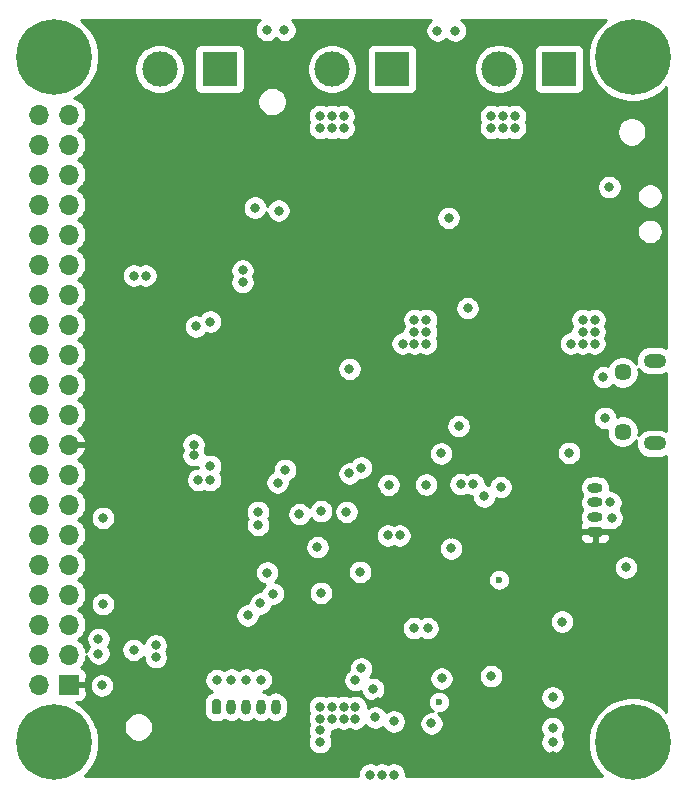
<source format=gbr>
%TF.GenerationSoftware,KiCad,Pcbnew,(5.1.7)-1*%
%TF.CreationDate,2020-11-23T19:12:34+01:00*%
%TF.ProjectId,astro_compute_board,61737472-6f5f-4636-9f6d-707574655f62,1*%
%TF.SameCoordinates,Original*%
%TF.FileFunction,Copper,L3,Inr*%
%TF.FilePolarity,Positive*%
%FSLAX46Y46*%
G04 Gerber Fmt 4.6, Leading zero omitted, Abs format (unit mm)*
G04 Created by KiCad (PCBNEW (5.1.7)-1) date 2020-11-23 19:12:34*
%MOMM*%
%LPD*%
G01*
G04 APERTURE LIST*
%TA.AperFunction,ComponentPad*%
%ADD10O,1.900000X1.200000*%
%TD*%
%TA.AperFunction,ComponentPad*%
%ADD11C,1.450000*%
%TD*%
%TA.AperFunction,ComponentPad*%
%ADD12C,0.800000*%
%TD*%
%TA.AperFunction,ComponentPad*%
%ADD13C,6.400000*%
%TD*%
%TA.AperFunction,ComponentPad*%
%ADD14O,1.300000X0.800000*%
%TD*%
%TA.AperFunction,ComponentPad*%
%ADD15O,0.800000X1.300000*%
%TD*%
%TA.AperFunction,ComponentPad*%
%ADD16C,3.000000*%
%TD*%
%TA.AperFunction,ComponentPad*%
%ADD17R,3.000000X3.000000*%
%TD*%
%TA.AperFunction,ComponentPad*%
%ADD18O,1.700000X1.700000*%
%TD*%
%TA.AperFunction,ComponentPad*%
%ADD19R,1.700000X1.700000*%
%TD*%
%TA.AperFunction,ViaPad*%
%ADD20C,0.600000*%
%TD*%
%TA.AperFunction,ViaPad*%
%ADD21C,0.800000*%
%TD*%
%TA.AperFunction,Conductor*%
%ADD22C,0.254000*%
%TD*%
%TA.AperFunction,Conductor*%
%ADD23C,0.100000*%
%TD*%
G04 APERTURE END LIST*
D10*
%TO.N,Net-(J6-Pad6)*%
%TO.C,J6*%
X202262500Y-122350000D03*
X202262500Y-129350000D03*
D11*
X199562500Y-123350000D03*
X199562500Y-128350000D03*
%TD*%
D12*
%TO.N,GND*%
%TO.C,H4*%
X153122056Y-94927944D03*
X151425000Y-94225000D03*
X149727944Y-94927944D03*
X149025000Y-96625000D03*
X149727944Y-98322056D03*
X151425000Y-99025000D03*
X153122056Y-98322056D03*
X153825000Y-96625000D03*
D13*
X151425000Y-96625000D03*
%TD*%
D12*
%TO.N,GND*%
%TO.C,H3*%
X153122056Y-152952944D03*
X151425000Y-152250000D03*
X149727944Y-152952944D03*
X149025000Y-154650000D03*
X149727944Y-156347056D03*
X151425000Y-157050000D03*
X153122056Y-156347056D03*
X153825000Y-154650000D03*
D13*
X151425000Y-154650000D03*
%TD*%
D12*
%TO.N,GND*%
%TO.C,H2*%
X202122056Y-152952944D03*
X200425000Y-152250000D03*
X198727944Y-152952944D03*
X198025000Y-154650000D03*
X198727944Y-156347056D03*
X200425000Y-157050000D03*
X202122056Y-156347056D03*
X202825000Y-154650000D03*
D13*
X200425000Y-154650000D03*
%TD*%
D12*
%TO.N,GND*%
%TO.C,H1*%
X202122056Y-94927944D03*
X200425000Y-94225000D03*
X198727944Y-94927944D03*
X198025000Y-96625000D03*
X198727944Y-98322056D03*
X200425000Y-99025000D03*
X202122056Y-98322056D03*
X202825000Y-96625000D03*
D13*
X200425000Y-96625000D03*
%TD*%
D14*
%TO.N,GND*%
%TO.C,USART1*%
X197225000Y-133100000D03*
%TO.N,Net-(R13-Pad1)*%
X197225000Y-134350000D03*
%TO.N,Net-(R12-Pad1)*%
X197225000Y-135600000D03*
%TO.N,+3V3*%
%TA.AperFunction,ComponentPad*%
G36*
G01*
X197675000Y-137250000D02*
X196775000Y-137250000D01*
G75*
G02*
X196575000Y-137050000I0J200000D01*
G01*
X196575000Y-136650000D01*
G75*
G02*
X196775000Y-136450000I200000J0D01*
G01*
X197675000Y-136450000D01*
G75*
G02*
X197875000Y-136650000I0J-200000D01*
G01*
X197875000Y-137050000D01*
G75*
G02*
X197675000Y-137250000I-200000J0D01*
G01*
G37*
%TD.AperFunction*%
%TD*%
D15*
%TO.N,GND*%
%TO.C,ADC*%
X170175000Y-151650000D03*
%TO.N,ADC1_IN2*%
X168925000Y-151650000D03*
%TO.N,ADC1_IN1*%
X167675000Y-151650000D03*
%TO.N,ADC1_IN0*%
X166425000Y-151650000D03*
%TO.N,+3.3VA*%
%TA.AperFunction,ComponentPad*%
G36*
G01*
X164775000Y-152100000D02*
X164775000Y-151200000D01*
G75*
G02*
X164975000Y-151000000I200000J0D01*
G01*
X165375000Y-151000000D01*
G75*
G02*
X165575000Y-151200000I0J-200000D01*
G01*
X165575000Y-152100000D01*
G75*
G02*
X165375000Y-152300000I-200000J0D01*
G01*
X164975000Y-152300000D01*
G75*
G02*
X164775000Y-152100000I0J200000D01*
G01*
G37*
%TD.AperFunction*%
%TD*%
D16*
%TO.N,GND*%
%TO.C,J9*%
X160345000Y-97650000D03*
D17*
%TO.N,+12V*%
X165425000Y-97650000D03*
%TD*%
D18*
%TO.N,Net-(J8-Pad40)*%
%TO.C,J8*%
X150135000Y-101510000D03*
%TO.N,GND*%
X152675000Y-101510000D03*
%TO.N,Net-(J8-Pad38)*%
X150135000Y-104050000D03*
%TO.N,Net-(J8-Pad37)*%
X152675000Y-104050000D03*
%TO.N,Net-(J8-Pad36)*%
X150135000Y-106590000D03*
%TO.N,Net-(J8-Pad35)*%
X152675000Y-106590000D03*
%TO.N,GND*%
X150135000Y-109130000D03*
%TO.N,Net-(J8-Pad33)*%
X152675000Y-109130000D03*
%TO.N,Net-(J8-Pad32)*%
X150135000Y-111670000D03*
%TO.N,Net-(J8-Pad31)*%
X152675000Y-111670000D03*
%TO.N,GND*%
X150135000Y-114210000D03*
%TO.N,Net-(J8-Pad29)*%
X152675000Y-114210000D03*
%TO.N,Net-(J8-Pad28)*%
X150135000Y-116750000D03*
%TO.N,Net-(J8-Pad27)*%
X152675000Y-116750000D03*
%TO.N,Net-(J8-Pad26)*%
X150135000Y-119290000D03*
%TO.N,GND*%
X152675000Y-119290000D03*
%TO.N,Net-(J8-Pad24)*%
X150135000Y-121830000D03*
%TO.N,Net-(J8-Pad23)*%
X152675000Y-121830000D03*
%TO.N,Net-(J8-Pad22)*%
X150135000Y-124370000D03*
%TO.N,Net-(J8-Pad21)*%
X152675000Y-124370000D03*
%TO.N,GND*%
X150135000Y-126910000D03*
%TO.N,Net-(J8-Pad19)*%
X152675000Y-126910000D03*
%TO.N,Net-(J8-Pad18)*%
X150135000Y-129450000D03*
%TO.N,+3V3*%
X152675000Y-129450000D03*
%TO.N,Net-(J8-Pad16)*%
X150135000Y-131990000D03*
%TO.N,Net-(J8-Pad15)*%
X152675000Y-131990000D03*
%TO.N,GND*%
X150135000Y-134530000D03*
%TO.N,Net-(J8-Pad13)*%
X152675000Y-134530000D03*
%TO.N,Net-(J8-Pad12)*%
X150135000Y-137070000D03*
%TO.N,Net-(J8-Pad11)*%
X152675000Y-137070000D03*
%TO.N,Net-(J8-Pad10)*%
X150135000Y-139610000D03*
%TO.N,GND*%
X152675000Y-139610000D03*
%TO.N,Net-(J8-Pad8)*%
X150135000Y-142150000D03*
%TO.N,Net-(J8-Pad7)*%
X152675000Y-142150000D03*
%TO.N,GND*%
X150135000Y-144690000D03*
%TO.N,I2C1_SCL*%
X152675000Y-144690000D03*
%TO.N,+5V*%
X150135000Y-147230000D03*
%TO.N,I2C1_SDA*%
X152675000Y-147230000D03*
%TO.N,+5V*%
X150135000Y-149770000D03*
D19*
%TO.N,+3V3*%
X152675000Y-149770000D03*
%TD*%
D16*
%TO.N,Net-(Heater2-Pad2)*%
%TO.C,Heater2*%
X174945000Y-97650000D03*
D17*
%TO.N,+12V*%
X180025000Y-97650000D03*
%TD*%
D16*
%TO.N,Net-(Heater1-Pad2)*%
%TO.C,Heater1*%
X189095000Y-97640000D03*
D17*
%TO.N,+12V*%
X194175000Y-97640000D03*
%TD*%
D20*
%TO.N,GPIO_01*%
X189095000Y-140900000D03*
D21*
%TO.N,Net-(R12-Pad1)*%
X198625000Y-135650000D03*
%TO.N,Net-(R13-Pad1)*%
X198525000Y-134350000D03*
%TO.N,+5V*%
X198045000Y-127200000D03*
%TO.N,GND*%
X197925000Y-123750000D03*
X164625000Y-119050000D03*
%TO.N,+3V3*%
X201225000Y-139850000D03*
X185025000Y-145050000D03*
%TO.N,GND*%
X193625000Y-154650000D03*
%TO.N,+3V3*%
X193625000Y-155850000D03*
%TO.N,SWDIO*%
X185025000Y-138250000D03*
%TO.N,GND*%
X187825000Y-133850000D03*
%TO.N,+3V3*%
X190025000Y-130550000D03*
%TO.N,+5V*%
X160025000Y-146450000D03*
X160025000Y-147450000D03*
%TO.N,+3V3*%
X178825000Y-151250000D03*
X179535000Y-144720000D03*
X174425000Y-156150000D03*
%TO.N,I2C1_SDA*%
X179675000Y-137150000D03*
%TO.N,I2C1_SCL*%
X180675000Y-137150000D03*
%TO.N,+3V3*%
X173175000Y-126400000D03*
%TO.N,GND*%
X170425000Y-109650000D03*
X186425000Y-117900000D03*
%TO.N,+3V3*%
X199925000Y-110900000D03*
%TO.N,GND*%
X198425000Y-107650000D03*
%TO.N,BOOT0*%
X179746000Y-132869500D03*
%TO.N,TEMP_ALERT*%
X185842000Y-132806000D03*
%TO.N,SWCLCK*%
X186921500Y-132806000D03*
%TO.N,NRST*%
X177333000Y-140235500D03*
%TO.N,+3V3*%
X165331500Y-146458500D03*
%TO.N,GND*%
X168887500Y-142902500D03*
%TO.N,PWM_B2*%
X183048000Y-144998000D03*
%TO.N,PWM_A2*%
X181905000Y-144998000D03*
%TO.N,GND*%
X163225000Y-129450000D03*
X163225000Y-130350000D03*
X168665000Y-135150000D03*
X168685000Y-136250000D03*
X169967000Y-142077000D03*
X169459000Y-140299000D03*
X173713500Y-138140000D03*
X167808000Y-143918500D03*
X158156000Y-146839500D03*
X155552500Y-142966000D03*
X155552500Y-135663500D03*
X172189500Y-135346000D03*
X174031000Y-135092000D03*
X170983000Y-131599500D03*
X170348000Y-132679000D03*
X180925000Y-120900000D03*
X181925000Y-120900000D03*
X181925000Y-119900000D03*
X181925000Y-118900000D03*
X182925000Y-120900000D03*
X182925000Y-119900000D03*
X182925000Y-118900000D03*
X195175000Y-120900000D03*
X196175000Y-119900000D03*
X197175000Y-120900000D03*
X196175000Y-120900000D03*
X197175000Y-119900000D03*
X196175000Y-118900000D03*
X197175000Y-118900000D03*
X168425000Y-109400000D03*
X159175000Y-115150000D03*
X158175000Y-115150000D03*
X176425000Y-131900000D03*
X177425000Y-131400000D03*
X176175000Y-135150000D03*
X177425000Y-148400000D03*
X178425000Y-150150000D03*
X176925000Y-149400000D03*
X180175000Y-152900000D03*
X173925000Y-151650000D03*
X174925000Y-151650000D03*
X175925000Y-151650000D03*
X176925000Y-151650000D03*
X173925000Y-152650000D03*
X174925000Y-152650000D03*
X175925000Y-152650000D03*
X176925000Y-152650000D03*
X173925000Y-153650000D03*
X173925000Y-154650000D03*
X195025000Y-130150000D03*
X189225000Y-133050000D03*
X193625000Y-153450000D03*
X193625000Y-150850000D03*
X188425000Y-149050000D03*
X194425000Y-144450000D03*
X184825000Y-110250000D03*
X174015000Y-142020000D03*
X163425000Y-119450000D03*
X176425000Y-123050000D03*
X178175000Y-157400000D03*
X179175000Y-157400000D03*
X180175000Y-157400000D03*
%TO.N,+3V3*%
X163025000Y-136250000D03*
X163925000Y-136250000D03*
X163025000Y-135350000D03*
X163925000Y-135350000D03*
X175110500Y-136108000D03*
X174425000Y-126400000D03*
X175425000Y-133900000D03*
X178675000Y-133400000D03*
X185025000Y-137050000D03*
X194825000Y-138150000D03*
X164795000Y-135760000D03*
%TO.N,+3.3VA*%
X165175000Y-149400000D03*
%TO.N,+5V*%
X164625000Y-131250000D03*
X164625000Y-132450000D03*
X163625000Y-132450000D03*
X167375000Y-114700000D03*
X167375000Y-115700000D03*
X155465000Y-149840000D03*
%TO.N,+12V*%
X169425000Y-94350000D03*
X170925000Y-94350000D03*
X183875000Y-94400000D03*
X185375000Y-94400000D03*
%TO.N,GPIO_01*%
X199825000Y-139850000D03*
%TO.N,Net-(Heater1-Pad2)*%
X188425000Y-102650000D03*
X188425000Y-101650000D03*
X189425000Y-101650000D03*
X190425000Y-101650000D03*
X190425000Y-102650000D03*
X189425000Y-102650000D03*
%TO.N,Net-(Heater2-Pad2)*%
X173925000Y-102650000D03*
X174925000Y-102650000D03*
X175925000Y-102650000D03*
X173925000Y-101650000D03*
X174925000Y-101650000D03*
X175925000Y-101650000D03*
%TO.N,I2C1_SCL*%
X155175000Y-145900000D03*
%TO.N,I2C1_SDA*%
X155175000Y-147150000D03*
%TO.N,ADC1_IN2*%
X168925000Y-149350000D03*
%TO.N,ADC1_IN1*%
X167675000Y-149350000D03*
%TO.N,ADC1_IN0*%
X166425000Y-149350000D03*
%TO.N,BOOT0*%
X185675000Y-127900000D03*
%TO.N,SWDIO*%
X184225000Y-149250000D03*
%TO.N,SWCLCK*%
X183365500Y-153062500D03*
D20*
%TO.N,NRST*%
X184005000Y-151250000D03*
D21*
%TO.N,TEMP_ALERT*%
X178603000Y-152554500D03*
%TO.N,PWM_B2*%
X182925000Y-132850000D03*
%TO.N,PWM_A2*%
X184191000Y-130202500D03*
%TD*%
D22*
%TO.N,+3V3*%
X168765226Y-93546063D02*
X168621063Y-93690226D01*
X168507795Y-93859744D01*
X168429774Y-94048102D01*
X168390000Y-94248061D01*
X168390000Y-94451939D01*
X168429774Y-94651898D01*
X168507795Y-94840256D01*
X168621063Y-95009774D01*
X168765226Y-95153937D01*
X168934744Y-95267205D01*
X169123102Y-95345226D01*
X169323061Y-95385000D01*
X169526939Y-95385000D01*
X169726898Y-95345226D01*
X169915256Y-95267205D01*
X170084774Y-95153937D01*
X170175000Y-95063711D01*
X170265226Y-95153937D01*
X170434744Y-95267205D01*
X170623102Y-95345226D01*
X170823061Y-95385000D01*
X171026939Y-95385000D01*
X171226898Y-95345226D01*
X171415256Y-95267205D01*
X171584774Y-95153937D01*
X171728937Y-95009774D01*
X171842205Y-94840256D01*
X171920226Y-94651898D01*
X171960000Y-94451939D01*
X171960000Y-94248061D01*
X171920226Y-94048102D01*
X171842205Y-93859744D01*
X171728937Y-93690226D01*
X171584774Y-93546063D01*
X171530802Y-93510000D01*
X183344029Y-93510000D01*
X183215226Y-93596063D01*
X183071063Y-93740226D01*
X182957795Y-93909744D01*
X182879774Y-94098102D01*
X182840000Y-94298061D01*
X182840000Y-94501939D01*
X182879774Y-94701898D01*
X182957795Y-94890256D01*
X183071063Y-95059774D01*
X183215226Y-95203937D01*
X183384744Y-95317205D01*
X183573102Y-95395226D01*
X183773061Y-95435000D01*
X183976939Y-95435000D01*
X184176898Y-95395226D01*
X184365256Y-95317205D01*
X184534774Y-95203937D01*
X184625000Y-95113711D01*
X184715226Y-95203937D01*
X184884744Y-95317205D01*
X185073102Y-95395226D01*
X185273061Y-95435000D01*
X185476939Y-95435000D01*
X185676898Y-95395226D01*
X185865256Y-95317205D01*
X186034774Y-95203937D01*
X186178937Y-95059774D01*
X186292205Y-94890256D01*
X186370226Y-94701898D01*
X186410000Y-94501939D01*
X186410000Y-94298061D01*
X186370226Y-94098102D01*
X186292205Y-93909744D01*
X186178937Y-93740226D01*
X186034774Y-93596063D01*
X185905971Y-93510000D01*
X198184109Y-93510000D01*
X197980330Y-93646161D01*
X197446161Y-94180330D01*
X197026467Y-94808446D01*
X196737377Y-95506372D01*
X196590000Y-96247285D01*
X196590000Y-97002715D01*
X196737377Y-97743628D01*
X197026467Y-98441554D01*
X197446161Y-99069670D01*
X197980330Y-99603839D01*
X198608446Y-100023533D01*
X199306372Y-100312623D01*
X200047285Y-100460000D01*
X200802715Y-100460000D01*
X201543628Y-100312623D01*
X202241554Y-100023533D01*
X202869670Y-99603839D01*
X203265001Y-99208508D01*
X203265001Y-121298418D01*
X203087401Y-121203489D01*
X202854602Y-121132870D01*
X202673165Y-121115000D01*
X201851835Y-121115000D01*
X201670398Y-121132870D01*
X201437599Y-121203489D01*
X201223051Y-121318167D01*
X201034998Y-121472498D01*
X200880667Y-121660551D01*
X200765989Y-121875099D01*
X200695370Y-122107898D01*
X200671525Y-122350000D01*
X200695370Y-122592102D01*
X200698383Y-122602035D01*
X200618881Y-122483051D01*
X200429449Y-122293619D01*
X200206701Y-122144784D01*
X199959197Y-122042264D01*
X199696448Y-121990000D01*
X199428552Y-121990000D01*
X199165803Y-122042264D01*
X198918299Y-122144784D01*
X198695551Y-122293619D01*
X198506119Y-122483051D01*
X198357284Y-122705799D01*
X198320874Y-122793700D01*
X198226898Y-122754774D01*
X198026939Y-122715000D01*
X197823061Y-122715000D01*
X197623102Y-122754774D01*
X197434744Y-122832795D01*
X197265226Y-122946063D01*
X197121063Y-123090226D01*
X197007795Y-123259744D01*
X196929774Y-123448102D01*
X196890000Y-123648061D01*
X196890000Y-123851939D01*
X196929774Y-124051898D01*
X197007795Y-124240256D01*
X197121063Y-124409774D01*
X197265226Y-124553937D01*
X197434744Y-124667205D01*
X197623102Y-124745226D01*
X197823061Y-124785000D01*
X198026939Y-124785000D01*
X198226898Y-124745226D01*
X198415256Y-124667205D01*
X198584774Y-124553937D01*
X198717598Y-124421113D01*
X198918299Y-124555216D01*
X199165803Y-124657736D01*
X199428552Y-124710000D01*
X199696448Y-124710000D01*
X199959197Y-124657736D01*
X200206701Y-124555216D01*
X200429449Y-124406381D01*
X200618881Y-124216949D01*
X200767716Y-123994201D01*
X200870236Y-123746697D01*
X200922500Y-123483948D01*
X200922500Y-123216052D01*
X200889516Y-123050232D01*
X201034998Y-123227502D01*
X201223051Y-123381833D01*
X201437599Y-123496511D01*
X201670398Y-123567130D01*
X201851835Y-123585000D01*
X202673165Y-123585000D01*
X202854602Y-123567130D01*
X203087401Y-123496511D01*
X203265001Y-123401582D01*
X203265000Y-128298418D01*
X203087401Y-128203489D01*
X202854602Y-128132870D01*
X202673165Y-128115000D01*
X201851835Y-128115000D01*
X201670398Y-128132870D01*
X201437599Y-128203489D01*
X201223051Y-128318167D01*
X201034998Y-128472498D01*
X200889516Y-128649768D01*
X200922500Y-128483948D01*
X200922500Y-128216052D01*
X200870236Y-127953303D01*
X200767716Y-127705799D01*
X200618881Y-127483051D01*
X200429449Y-127293619D01*
X200206701Y-127144784D01*
X199959197Y-127042264D01*
X199696448Y-126990000D01*
X199428552Y-126990000D01*
X199165803Y-127042264D01*
X199076278Y-127079347D01*
X199040226Y-126898102D01*
X198962205Y-126709744D01*
X198848937Y-126540226D01*
X198704774Y-126396063D01*
X198535256Y-126282795D01*
X198346898Y-126204774D01*
X198146939Y-126165000D01*
X197943061Y-126165000D01*
X197743102Y-126204774D01*
X197554744Y-126282795D01*
X197385226Y-126396063D01*
X197241063Y-126540226D01*
X197127795Y-126709744D01*
X197049774Y-126898102D01*
X197010000Y-127098061D01*
X197010000Y-127301939D01*
X197049774Y-127501898D01*
X197127795Y-127690256D01*
X197241063Y-127859774D01*
X197385226Y-128003937D01*
X197554744Y-128117205D01*
X197743102Y-128195226D01*
X197943061Y-128235000D01*
X198146939Y-128235000D01*
X198202500Y-128223948D01*
X198202500Y-128483948D01*
X198254764Y-128746697D01*
X198357284Y-128994201D01*
X198506119Y-129216949D01*
X198695551Y-129406381D01*
X198918299Y-129555216D01*
X199165803Y-129657736D01*
X199428552Y-129710000D01*
X199696448Y-129710000D01*
X199959197Y-129657736D01*
X200206701Y-129555216D01*
X200429449Y-129406381D01*
X200618881Y-129216949D01*
X200698383Y-129097965D01*
X200695370Y-129107898D01*
X200671525Y-129350000D01*
X200695370Y-129592102D01*
X200765989Y-129824901D01*
X200880667Y-130039449D01*
X201034998Y-130227502D01*
X201223051Y-130381833D01*
X201437599Y-130496511D01*
X201670398Y-130567130D01*
X201851835Y-130585000D01*
X202673165Y-130585000D01*
X202854602Y-130567130D01*
X203087401Y-130496511D01*
X203265000Y-130401582D01*
X203265000Y-152066491D01*
X202869670Y-151671161D01*
X202241554Y-151251467D01*
X201543628Y-150962377D01*
X200802715Y-150815000D01*
X200047285Y-150815000D01*
X199306372Y-150962377D01*
X198608446Y-151251467D01*
X197980330Y-151671161D01*
X197446161Y-152205330D01*
X197026467Y-152833446D01*
X196737377Y-153531372D01*
X196590000Y-154272285D01*
X196590000Y-155027715D01*
X196737377Y-155768628D01*
X197026467Y-156466554D01*
X197446161Y-157094670D01*
X197841491Y-157490000D01*
X181210000Y-157490000D01*
X181210000Y-157298061D01*
X181170226Y-157098102D01*
X181092205Y-156909744D01*
X180978937Y-156740226D01*
X180834774Y-156596063D01*
X180665256Y-156482795D01*
X180476898Y-156404774D01*
X180276939Y-156365000D01*
X180073061Y-156365000D01*
X179873102Y-156404774D01*
X179684744Y-156482795D01*
X179675000Y-156489306D01*
X179665256Y-156482795D01*
X179476898Y-156404774D01*
X179276939Y-156365000D01*
X179073061Y-156365000D01*
X178873102Y-156404774D01*
X178684744Y-156482795D01*
X178675000Y-156489306D01*
X178665256Y-156482795D01*
X178476898Y-156404774D01*
X178276939Y-156365000D01*
X178073061Y-156365000D01*
X177873102Y-156404774D01*
X177684744Y-156482795D01*
X177515226Y-156596063D01*
X177371063Y-156740226D01*
X177257795Y-156909744D01*
X177179774Y-157098102D01*
X177140000Y-157298061D01*
X177140000Y-157490000D01*
X154008509Y-157490000D01*
X154403839Y-157094670D01*
X154823533Y-156466554D01*
X155112623Y-155768628D01*
X155260000Y-155027715D01*
X155260000Y-154272285D01*
X155112623Y-153531372D01*
X154992302Y-153240890D01*
X157305048Y-153240890D01*
X157305048Y-153487110D01*
X157353083Y-153728598D01*
X157447307Y-153956074D01*
X157584099Y-154160798D01*
X157758202Y-154334901D01*
X157962926Y-154471693D01*
X158190402Y-154565917D01*
X158431890Y-154613952D01*
X158678110Y-154613952D01*
X158919598Y-154565917D01*
X159147074Y-154471693D01*
X159351798Y-154334901D01*
X159525901Y-154160798D01*
X159662693Y-153956074D01*
X159756917Y-153728598D01*
X159804952Y-153487110D01*
X159804952Y-153240890D01*
X159756917Y-152999402D01*
X159662693Y-152771926D01*
X159525901Y-152567202D01*
X159351798Y-152393099D01*
X159147074Y-152256307D01*
X158919598Y-152162083D01*
X158678110Y-152114048D01*
X158431890Y-152114048D01*
X158190402Y-152162083D01*
X157962926Y-152256307D01*
X157758202Y-152393099D01*
X157584099Y-152567202D01*
X157447307Y-152771926D01*
X157353083Y-152999402D01*
X157305048Y-153240890D01*
X154992302Y-153240890D01*
X154823533Y-152833446D01*
X154403839Y-152205330D01*
X153869670Y-151671161D01*
X153249192Y-151256570D01*
X153525000Y-151258072D01*
X153649482Y-151245812D01*
X153769180Y-151209502D01*
X153786956Y-151200000D01*
X164136928Y-151200000D01*
X164136928Y-152100000D01*
X164153031Y-152263500D01*
X164200722Y-152420716D01*
X164278169Y-152565608D01*
X164382394Y-152692606D01*
X164509392Y-152796831D01*
X164654284Y-152874278D01*
X164811500Y-152921969D01*
X164975000Y-152938072D01*
X165375000Y-152938072D01*
X165538500Y-152921969D01*
X165695716Y-152874278D01*
X165840608Y-152796831D01*
X165866894Y-152775259D01*
X166027008Y-152860841D01*
X166222106Y-152920024D01*
X166425000Y-152940007D01*
X166627895Y-152920024D01*
X166822993Y-152860841D01*
X167002797Y-152764734D01*
X167050000Y-152725995D01*
X167097204Y-152764734D01*
X167277008Y-152860841D01*
X167472106Y-152920024D01*
X167675000Y-152940007D01*
X167877895Y-152920024D01*
X168072993Y-152860841D01*
X168252797Y-152764734D01*
X168300000Y-152725995D01*
X168347204Y-152764734D01*
X168527008Y-152860841D01*
X168722106Y-152920024D01*
X168925000Y-152940007D01*
X169127895Y-152920024D01*
X169322993Y-152860841D01*
X169502797Y-152764734D01*
X169550000Y-152725995D01*
X169597204Y-152764734D01*
X169777008Y-152860841D01*
X169972106Y-152920024D01*
X170175000Y-152940007D01*
X170377895Y-152920024D01*
X170572993Y-152860841D01*
X170752797Y-152764734D01*
X170910396Y-152635396D01*
X171039734Y-152477797D01*
X171135841Y-152297992D01*
X171195024Y-152102894D01*
X171210000Y-151950837D01*
X171210000Y-151548061D01*
X172890000Y-151548061D01*
X172890000Y-151751939D01*
X172929774Y-151951898D01*
X173007795Y-152140256D01*
X173014306Y-152150000D01*
X173007795Y-152159744D01*
X172929774Y-152348102D01*
X172890000Y-152548061D01*
X172890000Y-152751939D01*
X172929774Y-152951898D01*
X173007795Y-153140256D01*
X173014306Y-153150000D01*
X173007795Y-153159744D01*
X172929774Y-153348102D01*
X172890000Y-153548061D01*
X172890000Y-153751939D01*
X172929774Y-153951898D01*
X173007795Y-154140256D01*
X173014306Y-154150000D01*
X173007795Y-154159744D01*
X172929774Y-154348102D01*
X172890000Y-154548061D01*
X172890000Y-154751939D01*
X172929774Y-154951898D01*
X173007795Y-155140256D01*
X173121063Y-155309774D01*
X173265226Y-155453937D01*
X173434744Y-155567205D01*
X173623102Y-155645226D01*
X173823061Y-155685000D01*
X174026939Y-155685000D01*
X174226898Y-155645226D01*
X174415256Y-155567205D01*
X174584774Y-155453937D01*
X174728937Y-155309774D01*
X174842205Y-155140256D01*
X174920226Y-154951898D01*
X174960000Y-154751939D01*
X174960000Y-154548061D01*
X174920226Y-154348102D01*
X174842205Y-154159744D01*
X174835694Y-154150000D01*
X174842205Y-154140256D01*
X174920226Y-153951898D01*
X174960000Y-153751939D01*
X174960000Y-153685000D01*
X175026939Y-153685000D01*
X175226898Y-153645226D01*
X175415256Y-153567205D01*
X175425000Y-153560694D01*
X175434744Y-153567205D01*
X175623102Y-153645226D01*
X175823061Y-153685000D01*
X176026939Y-153685000D01*
X176226898Y-153645226D01*
X176415256Y-153567205D01*
X176425000Y-153560694D01*
X176434744Y-153567205D01*
X176623102Y-153645226D01*
X176823061Y-153685000D01*
X177026939Y-153685000D01*
X177226898Y-153645226D01*
X177415256Y-153567205D01*
X177584774Y-153453937D01*
X177728937Y-153309774D01*
X177795905Y-153209548D01*
X177799063Y-153214274D01*
X177943226Y-153358437D01*
X178112744Y-153471705D01*
X178301102Y-153549726D01*
X178501061Y-153589500D01*
X178704939Y-153589500D01*
X178904898Y-153549726D01*
X179093256Y-153471705D01*
X179248551Y-153367940D01*
X179257795Y-153390256D01*
X179371063Y-153559774D01*
X179515226Y-153703937D01*
X179684744Y-153817205D01*
X179873102Y-153895226D01*
X180073061Y-153935000D01*
X180276939Y-153935000D01*
X180476898Y-153895226D01*
X180665256Y-153817205D01*
X180834774Y-153703937D01*
X180978937Y-153559774D01*
X181092205Y-153390256D01*
X181170226Y-153201898D01*
X181210000Y-153001939D01*
X181210000Y-152960561D01*
X182330500Y-152960561D01*
X182330500Y-153164439D01*
X182370274Y-153364398D01*
X182448295Y-153552756D01*
X182561563Y-153722274D01*
X182705726Y-153866437D01*
X182875244Y-153979705D01*
X183063602Y-154057726D01*
X183263561Y-154097500D01*
X183467439Y-154097500D01*
X183667398Y-154057726D01*
X183855756Y-153979705D01*
X184025274Y-153866437D01*
X184169437Y-153722274D01*
X184282705Y-153552756D01*
X184360726Y-153364398D01*
X184363975Y-153348061D01*
X192590000Y-153348061D01*
X192590000Y-153551939D01*
X192629774Y-153751898D01*
X192707795Y-153940256D01*
X192781123Y-154050000D01*
X192707795Y-154159744D01*
X192629774Y-154348102D01*
X192590000Y-154548061D01*
X192590000Y-154751939D01*
X192629774Y-154951898D01*
X192707795Y-155140256D01*
X192821063Y-155309774D01*
X192965226Y-155453937D01*
X193134744Y-155567205D01*
X193323102Y-155645226D01*
X193523061Y-155685000D01*
X193726939Y-155685000D01*
X193926898Y-155645226D01*
X194115256Y-155567205D01*
X194284774Y-155453937D01*
X194428937Y-155309774D01*
X194542205Y-155140256D01*
X194620226Y-154951898D01*
X194660000Y-154751939D01*
X194660000Y-154548061D01*
X194620226Y-154348102D01*
X194542205Y-154159744D01*
X194468877Y-154050000D01*
X194542205Y-153940256D01*
X194620226Y-153751898D01*
X194660000Y-153551939D01*
X194660000Y-153348061D01*
X194620226Y-153148102D01*
X194542205Y-152959744D01*
X194428937Y-152790226D01*
X194284774Y-152646063D01*
X194115256Y-152532795D01*
X193926898Y-152454774D01*
X193726939Y-152415000D01*
X193523061Y-152415000D01*
X193323102Y-152454774D01*
X193134744Y-152532795D01*
X192965226Y-152646063D01*
X192821063Y-152790226D01*
X192707795Y-152959744D01*
X192629774Y-153148102D01*
X192590000Y-153348061D01*
X184363975Y-153348061D01*
X184400500Y-153164439D01*
X184400500Y-152960561D01*
X184360726Y-152760602D01*
X184282705Y-152572244D01*
X184169437Y-152402726D01*
X184025274Y-152258563D01*
X183915179Y-152185000D01*
X184097089Y-152185000D01*
X184277729Y-152149068D01*
X184447889Y-152078586D01*
X184601028Y-151976262D01*
X184731262Y-151846028D01*
X184833586Y-151692889D01*
X184904068Y-151522729D01*
X184940000Y-151342089D01*
X184940000Y-151157911D01*
X184904068Y-150977271D01*
X184833586Y-150807111D01*
X184794131Y-150748061D01*
X192590000Y-150748061D01*
X192590000Y-150951939D01*
X192629774Y-151151898D01*
X192707795Y-151340256D01*
X192821063Y-151509774D01*
X192965226Y-151653937D01*
X193134744Y-151767205D01*
X193323102Y-151845226D01*
X193523061Y-151885000D01*
X193726939Y-151885000D01*
X193926898Y-151845226D01*
X194115256Y-151767205D01*
X194284774Y-151653937D01*
X194428937Y-151509774D01*
X194542205Y-151340256D01*
X194620226Y-151151898D01*
X194660000Y-150951939D01*
X194660000Y-150748061D01*
X194620226Y-150548102D01*
X194542205Y-150359744D01*
X194428937Y-150190226D01*
X194284774Y-150046063D01*
X194115256Y-149932795D01*
X193926898Y-149854774D01*
X193726939Y-149815000D01*
X193523061Y-149815000D01*
X193323102Y-149854774D01*
X193134744Y-149932795D01*
X192965226Y-150046063D01*
X192821063Y-150190226D01*
X192707795Y-150359744D01*
X192629774Y-150548102D01*
X192590000Y-150748061D01*
X184794131Y-150748061D01*
X184731262Y-150653972D01*
X184601028Y-150523738D01*
X184447889Y-150421414D01*
X184277729Y-150350932D01*
X184097089Y-150315000D01*
X183912911Y-150315000D01*
X183732271Y-150350932D01*
X183562111Y-150421414D01*
X183408972Y-150523738D01*
X183278738Y-150653972D01*
X183176414Y-150807111D01*
X183105932Y-150977271D01*
X183070000Y-151157911D01*
X183070000Y-151342089D01*
X183105932Y-151522729D01*
X183176414Y-151692889D01*
X183278738Y-151846028D01*
X183408972Y-151976262D01*
X183493377Y-152032659D01*
X183467439Y-152027500D01*
X183263561Y-152027500D01*
X183063602Y-152067274D01*
X182875244Y-152145295D01*
X182705726Y-152258563D01*
X182561563Y-152402726D01*
X182448295Y-152572244D01*
X182370274Y-152760602D01*
X182330500Y-152960561D01*
X181210000Y-152960561D01*
X181210000Y-152798061D01*
X181170226Y-152598102D01*
X181092205Y-152409744D01*
X180978937Y-152240226D01*
X180834774Y-152096063D01*
X180665256Y-151982795D01*
X180476898Y-151904774D01*
X180276939Y-151865000D01*
X180073061Y-151865000D01*
X179873102Y-151904774D01*
X179684744Y-151982795D01*
X179529449Y-152086560D01*
X179520205Y-152064244D01*
X179406937Y-151894726D01*
X179262774Y-151750563D01*
X179093256Y-151637295D01*
X178904898Y-151559274D01*
X178704939Y-151519500D01*
X178501061Y-151519500D01*
X178301102Y-151559274D01*
X178112744Y-151637295D01*
X177960000Y-151739355D01*
X177960000Y-151548061D01*
X177920226Y-151348102D01*
X177842205Y-151159744D01*
X177728937Y-150990226D01*
X177584774Y-150846063D01*
X177415256Y-150732795D01*
X177226898Y-150654774D01*
X177026939Y-150615000D01*
X176823061Y-150615000D01*
X176623102Y-150654774D01*
X176434744Y-150732795D01*
X176425000Y-150739306D01*
X176415256Y-150732795D01*
X176226898Y-150654774D01*
X176026939Y-150615000D01*
X175823061Y-150615000D01*
X175623102Y-150654774D01*
X175434744Y-150732795D01*
X175425000Y-150739306D01*
X175415256Y-150732795D01*
X175226898Y-150654774D01*
X175026939Y-150615000D01*
X174823061Y-150615000D01*
X174623102Y-150654774D01*
X174434744Y-150732795D01*
X174425000Y-150739306D01*
X174415256Y-150732795D01*
X174226898Y-150654774D01*
X174026939Y-150615000D01*
X173823061Y-150615000D01*
X173623102Y-150654774D01*
X173434744Y-150732795D01*
X173265226Y-150846063D01*
X173121063Y-150990226D01*
X173007795Y-151159744D01*
X172929774Y-151348102D01*
X172890000Y-151548061D01*
X171210000Y-151548061D01*
X171210000Y-151349162D01*
X171195024Y-151197105D01*
X171135841Y-151002007D01*
X171039734Y-150822203D01*
X170910396Y-150664604D01*
X170752797Y-150535266D01*
X170572992Y-150439159D01*
X170377894Y-150379976D01*
X170175000Y-150359993D01*
X169972105Y-150379976D01*
X169777007Y-150439159D01*
X169597203Y-150535266D01*
X169550000Y-150574004D01*
X169502797Y-150535266D01*
X169322992Y-150439159D01*
X169127894Y-150379976D01*
X169077265Y-150374990D01*
X169226898Y-150345226D01*
X169415256Y-150267205D01*
X169584774Y-150153937D01*
X169728937Y-150009774D01*
X169842205Y-149840256D01*
X169920226Y-149651898D01*
X169960000Y-149451939D01*
X169960000Y-149298061D01*
X175890000Y-149298061D01*
X175890000Y-149501939D01*
X175929774Y-149701898D01*
X176007795Y-149890256D01*
X176121063Y-150059774D01*
X176265226Y-150203937D01*
X176434744Y-150317205D01*
X176623102Y-150395226D01*
X176823061Y-150435000D01*
X177026939Y-150435000D01*
X177226898Y-150395226D01*
X177403916Y-150321902D01*
X177429774Y-150451898D01*
X177507795Y-150640256D01*
X177621063Y-150809774D01*
X177765226Y-150953937D01*
X177934744Y-151067205D01*
X178123102Y-151145226D01*
X178323061Y-151185000D01*
X178526939Y-151185000D01*
X178726898Y-151145226D01*
X178915256Y-151067205D01*
X179084774Y-150953937D01*
X179228937Y-150809774D01*
X179342205Y-150640256D01*
X179420226Y-150451898D01*
X179460000Y-150251939D01*
X179460000Y-150048061D01*
X179420226Y-149848102D01*
X179342205Y-149659744D01*
X179228937Y-149490226D01*
X179084774Y-149346063D01*
X178915256Y-149232795D01*
X178726898Y-149154774D01*
X178693150Y-149148061D01*
X183190000Y-149148061D01*
X183190000Y-149351939D01*
X183229774Y-149551898D01*
X183307795Y-149740256D01*
X183421063Y-149909774D01*
X183565226Y-150053937D01*
X183734744Y-150167205D01*
X183923102Y-150245226D01*
X184123061Y-150285000D01*
X184326939Y-150285000D01*
X184526898Y-150245226D01*
X184715256Y-150167205D01*
X184884774Y-150053937D01*
X185028937Y-149909774D01*
X185142205Y-149740256D01*
X185220226Y-149551898D01*
X185260000Y-149351939D01*
X185260000Y-149148061D01*
X185220226Y-148948102D01*
X185220210Y-148948061D01*
X187390000Y-148948061D01*
X187390000Y-149151939D01*
X187429774Y-149351898D01*
X187507795Y-149540256D01*
X187621063Y-149709774D01*
X187765226Y-149853937D01*
X187934744Y-149967205D01*
X188123102Y-150045226D01*
X188323061Y-150085000D01*
X188526939Y-150085000D01*
X188726898Y-150045226D01*
X188915256Y-149967205D01*
X189084774Y-149853937D01*
X189228937Y-149709774D01*
X189342205Y-149540256D01*
X189420226Y-149351898D01*
X189460000Y-149151939D01*
X189460000Y-148948061D01*
X189420226Y-148748102D01*
X189342205Y-148559744D01*
X189228937Y-148390226D01*
X189084774Y-148246063D01*
X188915256Y-148132795D01*
X188726898Y-148054774D01*
X188526939Y-148015000D01*
X188323061Y-148015000D01*
X188123102Y-148054774D01*
X187934744Y-148132795D01*
X187765226Y-148246063D01*
X187621063Y-148390226D01*
X187507795Y-148559744D01*
X187429774Y-148748102D01*
X187390000Y-148948061D01*
X185220210Y-148948061D01*
X185142205Y-148759744D01*
X185028937Y-148590226D01*
X184884774Y-148446063D01*
X184715256Y-148332795D01*
X184526898Y-148254774D01*
X184326939Y-148215000D01*
X184123061Y-148215000D01*
X183923102Y-148254774D01*
X183734744Y-148332795D01*
X183565226Y-148446063D01*
X183421063Y-148590226D01*
X183307795Y-148759744D01*
X183229774Y-148948102D01*
X183190000Y-149148061D01*
X178693150Y-149148061D01*
X178526939Y-149115000D01*
X178323061Y-149115000D01*
X178136627Y-149152084D01*
X178228937Y-149059774D01*
X178342205Y-148890256D01*
X178420226Y-148701898D01*
X178460000Y-148501939D01*
X178460000Y-148298061D01*
X178420226Y-148098102D01*
X178342205Y-147909744D01*
X178228937Y-147740226D01*
X178084774Y-147596063D01*
X177915256Y-147482795D01*
X177726898Y-147404774D01*
X177526939Y-147365000D01*
X177323061Y-147365000D01*
X177123102Y-147404774D01*
X176934744Y-147482795D01*
X176765226Y-147596063D01*
X176621063Y-147740226D01*
X176507795Y-147909744D01*
X176429774Y-148098102D01*
X176390000Y-148298061D01*
X176390000Y-148501939D01*
X176391888Y-148511430D01*
X176265226Y-148596063D01*
X176121063Y-148740226D01*
X176007795Y-148909744D01*
X175929774Y-149098102D01*
X175890000Y-149298061D01*
X169960000Y-149298061D01*
X169960000Y-149248061D01*
X169920226Y-149048102D01*
X169842205Y-148859744D01*
X169728937Y-148690226D01*
X169584774Y-148546063D01*
X169415256Y-148432795D01*
X169226898Y-148354774D01*
X169026939Y-148315000D01*
X168823061Y-148315000D01*
X168623102Y-148354774D01*
X168434744Y-148432795D01*
X168300000Y-148522828D01*
X168165256Y-148432795D01*
X167976898Y-148354774D01*
X167776939Y-148315000D01*
X167573061Y-148315000D01*
X167373102Y-148354774D01*
X167184744Y-148432795D01*
X167050000Y-148522828D01*
X166915256Y-148432795D01*
X166726898Y-148354774D01*
X166526939Y-148315000D01*
X166323061Y-148315000D01*
X166123102Y-148354774D01*
X165934744Y-148432795D01*
X165765226Y-148546063D01*
X165763110Y-148548179D01*
X165665256Y-148482795D01*
X165476898Y-148404774D01*
X165276939Y-148365000D01*
X165073061Y-148365000D01*
X164873102Y-148404774D01*
X164684744Y-148482795D01*
X164515226Y-148596063D01*
X164371063Y-148740226D01*
X164257795Y-148909744D01*
X164179774Y-149098102D01*
X164140000Y-149298061D01*
X164140000Y-149501939D01*
X164179774Y-149701898D01*
X164257795Y-149890256D01*
X164371063Y-150059774D01*
X164515226Y-150203937D01*
X164684744Y-150317205D01*
X164827731Y-150376432D01*
X164811500Y-150378031D01*
X164654284Y-150425722D01*
X164509392Y-150503169D01*
X164382394Y-150607394D01*
X164278169Y-150734392D01*
X164200722Y-150879284D01*
X164153031Y-151036500D01*
X164136928Y-151200000D01*
X153786956Y-151200000D01*
X153879494Y-151150537D01*
X153976185Y-151071185D01*
X154055537Y-150974494D01*
X154114502Y-150864180D01*
X154150812Y-150744482D01*
X154163072Y-150620000D01*
X154160000Y-150055750D01*
X154001250Y-149897000D01*
X152802000Y-149897000D01*
X152802000Y-149917000D01*
X152548000Y-149917000D01*
X152548000Y-149897000D01*
X152528000Y-149897000D01*
X152528000Y-149738061D01*
X154430000Y-149738061D01*
X154430000Y-149941939D01*
X154469774Y-150141898D01*
X154547795Y-150330256D01*
X154661063Y-150499774D01*
X154805226Y-150643937D01*
X154974744Y-150757205D01*
X155163102Y-150835226D01*
X155363061Y-150875000D01*
X155566939Y-150875000D01*
X155766898Y-150835226D01*
X155955256Y-150757205D01*
X156124774Y-150643937D01*
X156268937Y-150499774D01*
X156382205Y-150330256D01*
X156460226Y-150141898D01*
X156500000Y-149941939D01*
X156500000Y-149738061D01*
X156460226Y-149538102D01*
X156382205Y-149349744D01*
X156268937Y-149180226D01*
X156124774Y-149036063D01*
X155955256Y-148922795D01*
X155766898Y-148844774D01*
X155566939Y-148805000D01*
X155363061Y-148805000D01*
X155163102Y-148844774D01*
X154974744Y-148922795D01*
X154805226Y-149036063D01*
X154661063Y-149180226D01*
X154547795Y-149349744D01*
X154469774Y-149538102D01*
X154430000Y-149738061D01*
X152528000Y-149738061D01*
X152528000Y-149643000D01*
X152548000Y-149643000D01*
X152548000Y-149623000D01*
X152802000Y-149623000D01*
X152802000Y-149643000D01*
X154001250Y-149643000D01*
X154160000Y-149484250D01*
X154163072Y-148920000D01*
X154150812Y-148795518D01*
X154114502Y-148675820D01*
X154055537Y-148565506D01*
X153976185Y-148468815D01*
X153879494Y-148389463D01*
X153769180Y-148330498D01*
X153696620Y-148308487D01*
X153828475Y-148176632D01*
X153990990Y-147933411D01*
X154102932Y-147663158D01*
X154160000Y-147376260D01*
X154160000Y-147352487D01*
X154179774Y-147451898D01*
X154257795Y-147640256D01*
X154371063Y-147809774D01*
X154515226Y-147953937D01*
X154684744Y-148067205D01*
X154873102Y-148145226D01*
X155073061Y-148185000D01*
X155276939Y-148185000D01*
X155476898Y-148145226D01*
X155665256Y-148067205D01*
X155834774Y-147953937D01*
X155978937Y-147809774D01*
X156092205Y-147640256D01*
X156170226Y-147451898D01*
X156210000Y-147251939D01*
X156210000Y-147048061D01*
X156170226Y-146848102D01*
X156124439Y-146737561D01*
X157121000Y-146737561D01*
X157121000Y-146941439D01*
X157160774Y-147141398D01*
X157238795Y-147329756D01*
X157352063Y-147499274D01*
X157496226Y-147643437D01*
X157665744Y-147756705D01*
X157854102Y-147834726D01*
X158054061Y-147874500D01*
X158257939Y-147874500D01*
X158457898Y-147834726D01*
X158646256Y-147756705D01*
X158815774Y-147643437D01*
X158959937Y-147499274D01*
X158990000Y-147454281D01*
X158990000Y-147551939D01*
X159029774Y-147751898D01*
X159107795Y-147940256D01*
X159221063Y-148109774D01*
X159365226Y-148253937D01*
X159534744Y-148367205D01*
X159723102Y-148445226D01*
X159923061Y-148485000D01*
X160126939Y-148485000D01*
X160326898Y-148445226D01*
X160515256Y-148367205D01*
X160684774Y-148253937D01*
X160828937Y-148109774D01*
X160942205Y-147940256D01*
X161020226Y-147751898D01*
X161060000Y-147551939D01*
X161060000Y-147348061D01*
X161020226Y-147148102D01*
X160942205Y-146959744D01*
X160935694Y-146950000D01*
X160942205Y-146940256D01*
X161020226Y-146751898D01*
X161060000Y-146551939D01*
X161060000Y-146348061D01*
X161020226Y-146148102D01*
X160942205Y-145959744D01*
X160828937Y-145790226D01*
X160684774Y-145646063D01*
X160515256Y-145532795D01*
X160326898Y-145454774D01*
X160126939Y-145415000D01*
X159923061Y-145415000D01*
X159723102Y-145454774D01*
X159534744Y-145532795D01*
X159365226Y-145646063D01*
X159221063Y-145790226D01*
X159107795Y-145959744D01*
X159029774Y-146148102D01*
X159008906Y-146253013D01*
X158959937Y-146179726D01*
X158815774Y-146035563D01*
X158646256Y-145922295D01*
X158457898Y-145844274D01*
X158257939Y-145804500D01*
X158054061Y-145804500D01*
X157854102Y-145844274D01*
X157665744Y-145922295D01*
X157496226Y-146035563D01*
X157352063Y-146179726D01*
X157238795Y-146349244D01*
X157160774Y-146537602D01*
X157121000Y-146737561D01*
X156124439Y-146737561D01*
X156092205Y-146659744D01*
X156002172Y-146525000D01*
X156092205Y-146390256D01*
X156170226Y-146201898D01*
X156210000Y-146001939D01*
X156210000Y-145798061D01*
X156170226Y-145598102D01*
X156092205Y-145409744D01*
X155978937Y-145240226D01*
X155834774Y-145096063D01*
X155665256Y-144982795D01*
X155476898Y-144904774D01*
X155276939Y-144865000D01*
X155073061Y-144865000D01*
X154873102Y-144904774D01*
X154684744Y-144982795D01*
X154515226Y-145096063D01*
X154371063Y-145240226D01*
X154257795Y-145409744D01*
X154179774Y-145598102D01*
X154140000Y-145798061D01*
X154140000Y-146001939D01*
X154179774Y-146201898D01*
X154257795Y-146390256D01*
X154347828Y-146525000D01*
X154257795Y-146659744D01*
X154179774Y-146848102D01*
X154146451Y-147015627D01*
X154102932Y-146796842D01*
X153990990Y-146526589D01*
X153828475Y-146283368D01*
X153621632Y-146076525D01*
X153447240Y-145960000D01*
X153621632Y-145843475D01*
X153828475Y-145636632D01*
X153990990Y-145393411D01*
X154102932Y-145123158D01*
X154160000Y-144836260D01*
X154160000Y-144543740D01*
X154102932Y-144256842D01*
X153990990Y-143986589D01*
X153828475Y-143743368D01*
X153621632Y-143536525D01*
X153447240Y-143420000D01*
X153621632Y-143303475D01*
X153828475Y-143096632D01*
X153983873Y-142864061D01*
X154517500Y-142864061D01*
X154517500Y-143067939D01*
X154557274Y-143267898D01*
X154635295Y-143456256D01*
X154748563Y-143625774D01*
X154892726Y-143769937D01*
X155062244Y-143883205D01*
X155250602Y-143961226D01*
X155450561Y-144001000D01*
X155654439Y-144001000D01*
X155854398Y-143961226D01*
X156042756Y-143883205D01*
X156142496Y-143816561D01*
X166773000Y-143816561D01*
X166773000Y-144020439D01*
X166812774Y-144220398D01*
X166890795Y-144408756D01*
X167004063Y-144578274D01*
X167148226Y-144722437D01*
X167317744Y-144835705D01*
X167506102Y-144913726D01*
X167706061Y-144953500D01*
X167909939Y-144953500D01*
X168109898Y-144913726D01*
X168152544Y-144896061D01*
X180870000Y-144896061D01*
X180870000Y-145099939D01*
X180909774Y-145299898D01*
X180987795Y-145488256D01*
X181101063Y-145657774D01*
X181245226Y-145801937D01*
X181414744Y-145915205D01*
X181603102Y-145993226D01*
X181803061Y-146033000D01*
X182006939Y-146033000D01*
X182206898Y-145993226D01*
X182395256Y-145915205D01*
X182476500Y-145860920D01*
X182557744Y-145915205D01*
X182746102Y-145993226D01*
X182946061Y-146033000D01*
X183149939Y-146033000D01*
X183349898Y-145993226D01*
X183538256Y-145915205D01*
X183707774Y-145801937D01*
X183851937Y-145657774D01*
X183965205Y-145488256D01*
X184043226Y-145299898D01*
X184083000Y-145099939D01*
X184083000Y-144896061D01*
X184043226Y-144696102D01*
X183965205Y-144507744D01*
X183858509Y-144348061D01*
X193390000Y-144348061D01*
X193390000Y-144551939D01*
X193429774Y-144751898D01*
X193507795Y-144940256D01*
X193621063Y-145109774D01*
X193765226Y-145253937D01*
X193934744Y-145367205D01*
X194123102Y-145445226D01*
X194323061Y-145485000D01*
X194526939Y-145485000D01*
X194726898Y-145445226D01*
X194915256Y-145367205D01*
X195084774Y-145253937D01*
X195228937Y-145109774D01*
X195342205Y-144940256D01*
X195420226Y-144751898D01*
X195460000Y-144551939D01*
X195460000Y-144348061D01*
X195420226Y-144148102D01*
X195342205Y-143959744D01*
X195228937Y-143790226D01*
X195084774Y-143646063D01*
X194915256Y-143532795D01*
X194726898Y-143454774D01*
X194526939Y-143415000D01*
X194323061Y-143415000D01*
X194123102Y-143454774D01*
X193934744Y-143532795D01*
X193765226Y-143646063D01*
X193621063Y-143790226D01*
X193507795Y-143959744D01*
X193429774Y-144148102D01*
X193390000Y-144348061D01*
X183858509Y-144348061D01*
X183851937Y-144338226D01*
X183707774Y-144194063D01*
X183538256Y-144080795D01*
X183349898Y-144002774D01*
X183149939Y-143963000D01*
X182946061Y-143963000D01*
X182746102Y-144002774D01*
X182557744Y-144080795D01*
X182476500Y-144135080D01*
X182395256Y-144080795D01*
X182206898Y-144002774D01*
X182006939Y-143963000D01*
X181803061Y-143963000D01*
X181603102Y-144002774D01*
X181414744Y-144080795D01*
X181245226Y-144194063D01*
X181101063Y-144338226D01*
X180987795Y-144507744D01*
X180909774Y-144696102D01*
X180870000Y-144896061D01*
X168152544Y-144896061D01*
X168298256Y-144835705D01*
X168467774Y-144722437D01*
X168611937Y-144578274D01*
X168725205Y-144408756D01*
X168803226Y-144220398D01*
X168843000Y-144020439D01*
X168843000Y-143937500D01*
X168989439Y-143937500D01*
X169189398Y-143897726D01*
X169377756Y-143819705D01*
X169547274Y-143706437D01*
X169691437Y-143562274D01*
X169804705Y-143392756D01*
X169882726Y-143204398D01*
X169901105Y-143112000D01*
X170068939Y-143112000D01*
X170268898Y-143072226D01*
X170457256Y-142994205D01*
X170626774Y-142880937D01*
X170770937Y-142736774D01*
X170884205Y-142567256D01*
X170962226Y-142378898D01*
X171002000Y-142178939D01*
X171002000Y-141975061D01*
X170990663Y-141918061D01*
X172980000Y-141918061D01*
X172980000Y-142121939D01*
X173019774Y-142321898D01*
X173097795Y-142510256D01*
X173211063Y-142679774D01*
X173355226Y-142823937D01*
X173524744Y-142937205D01*
X173713102Y-143015226D01*
X173913061Y-143055000D01*
X174116939Y-143055000D01*
X174316898Y-143015226D01*
X174505256Y-142937205D01*
X174674774Y-142823937D01*
X174818937Y-142679774D01*
X174932205Y-142510256D01*
X175010226Y-142321898D01*
X175050000Y-142121939D01*
X175050000Y-141918061D01*
X175010226Y-141718102D01*
X174932205Y-141529744D01*
X174818937Y-141360226D01*
X174674774Y-141216063D01*
X174505256Y-141102795D01*
X174316898Y-141024774D01*
X174116939Y-140985000D01*
X173913061Y-140985000D01*
X173713102Y-141024774D01*
X173524744Y-141102795D01*
X173355226Y-141216063D01*
X173211063Y-141360226D01*
X173097795Y-141529744D01*
X173019774Y-141718102D01*
X172980000Y-141918061D01*
X170990663Y-141918061D01*
X170962226Y-141775102D01*
X170884205Y-141586744D01*
X170770937Y-141417226D01*
X170626774Y-141273063D01*
X170457256Y-141159795D01*
X170268898Y-141081774D01*
X170161333Y-141060378D01*
X170262937Y-140958774D01*
X170376205Y-140789256D01*
X170454226Y-140600898D01*
X170494000Y-140400939D01*
X170494000Y-140197061D01*
X170481370Y-140133561D01*
X176298000Y-140133561D01*
X176298000Y-140337439D01*
X176337774Y-140537398D01*
X176415795Y-140725756D01*
X176529063Y-140895274D01*
X176673226Y-141039437D01*
X176842744Y-141152705D01*
X177031102Y-141230726D01*
X177231061Y-141270500D01*
X177434939Y-141270500D01*
X177634898Y-141230726D01*
X177823256Y-141152705D01*
X177992774Y-141039437D01*
X178136937Y-140895274D01*
X178195310Y-140807911D01*
X188160000Y-140807911D01*
X188160000Y-140992089D01*
X188195932Y-141172729D01*
X188266414Y-141342889D01*
X188368738Y-141496028D01*
X188498972Y-141626262D01*
X188652111Y-141728586D01*
X188822271Y-141799068D01*
X189002911Y-141835000D01*
X189187089Y-141835000D01*
X189367729Y-141799068D01*
X189537889Y-141728586D01*
X189691028Y-141626262D01*
X189821262Y-141496028D01*
X189923586Y-141342889D01*
X189994068Y-141172729D01*
X190030000Y-140992089D01*
X190030000Y-140807911D01*
X189994068Y-140627271D01*
X189923586Y-140457111D01*
X189821262Y-140303972D01*
X189691028Y-140173738D01*
X189537889Y-140071414D01*
X189367729Y-140000932D01*
X189187089Y-139965000D01*
X189002911Y-139965000D01*
X188822271Y-140000932D01*
X188652111Y-140071414D01*
X188498972Y-140173738D01*
X188368738Y-140303972D01*
X188266414Y-140457111D01*
X188195932Y-140627271D01*
X188160000Y-140807911D01*
X178195310Y-140807911D01*
X178250205Y-140725756D01*
X178328226Y-140537398D01*
X178368000Y-140337439D01*
X178368000Y-140133561D01*
X178328226Y-139933602D01*
X178251372Y-139748061D01*
X198790000Y-139748061D01*
X198790000Y-139951939D01*
X198829774Y-140151898D01*
X198907795Y-140340256D01*
X199021063Y-140509774D01*
X199165226Y-140653937D01*
X199334744Y-140767205D01*
X199523102Y-140845226D01*
X199723061Y-140885000D01*
X199926939Y-140885000D01*
X200126898Y-140845226D01*
X200315256Y-140767205D01*
X200484774Y-140653937D01*
X200628937Y-140509774D01*
X200742205Y-140340256D01*
X200820226Y-140151898D01*
X200860000Y-139951939D01*
X200860000Y-139748061D01*
X200820226Y-139548102D01*
X200742205Y-139359744D01*
X200628937Y-139190226D01*
X200484774Y-139046063D01*
X200315256Y-138932795D01*
X200126898Y-138854774D01*
X199926939Y-138815000D01*
X199723061Y-138815000D01*
X199523102Y-138854774D01*
X199334744Y-138932795D01*
X199165226Y-139046063D01*
X199021063Y-139190226D01*
X198907795Y-139359744D01*
X198829774Y-139548102D01*
X198790000Y-139748061D01*
X178251372Y-139748061D01*
X178250205Y-139745244D01*
X178136937Y-139575726D01*
X177992774Y-139431563D01*
X177823256Y-139318295D01*
X177634898Y-139240274D01*
X177434939Y-139200500D01*
X177231061Y-139200500D01*
X177031102Y-139240274D01*
X176842744Y-139318295D01*
X176673226Y-139431563D01*
X176529063Y-139575726D01*
X176415795Y-139745244D01*
X176337774Y-139933602D01*
X176298000Y-140133561D01*
X170481370Y-140133561D01*
X170454226Y-139997102D01*
X170376205Y-139808744D01*
X170262937Y-139639226D01*
X170118774Y-139495063D01*
X169949256Y-139381795D01*
X169760898Y-139303774D01*
X169560939Y-139264000D01*
X169357061Y-139264000D01*
X169157102Y-139303774D01*
X168968744Y-139381795D01*
X168799226Y-139495063D01*
X168655063Y-139639226D01*
X168541795Y-139808744D01*
X168463774Y-139997102D01*
X168424000Y-140197061D01*
X168424000Y-140400939D01*
X168463774Y-140600898D01*
X168541795Y-140789256D01*
X168655063Y-140958774D01*
X168799226Y-141102937D01*
X168968744Y-141216205D01*
X169157102Y-141294226D01*
X169264667Y-141315622D01*
X169163063Y-141417226D01*
X169049795Y-141586744D01*
X168971774Y-141775102D01*
X168953395Y-141867500D01*
X168785561Y-141867500D01*
X168585602Y-141907274D01*
X168397244Y-141985295D01*
X168227726Y-142098563D01*
X168083563Y-142242726D01*
X167970295Y-142412244D01*
X167892274Y-142600602D01*
X167852500Y-142800561D01*
X167852500Y-142883500D01*
X167706061Y-142883500D01*
X167506102Y-142923274D01*
X167317744Y-143001295D01*
X167148226Y-143114563D01*
X167004063Y-143258726D01*
X166890795Y-143428244D01*
X166812774Y-143616602D01*
X166773000Y-143816561D01*
X156142496Y-143816561D01*
X156212274Y-143769937D01*
X156356437Y-143625774D01*
X156469705Y-143456256D01*
X156547726Y-143267898D01*
X156587500Y-143067939D01*
X156587500Y-142864061D01*
X156547726Y-142664102D01*
X156469705Y-142475744D01*
X156356437Y-142306226D01*
X156212274Y-142162063D01*
X156042756Y-142048795D01*
X155854398Y-141970774D01*
X155654439Y-141931000D01*
X155450561Y-141931000D01*
X155250602Y-141970774D01*
X155062244Y-142048795D01*
X154892726Y-142162063D01*
X154748563Y-142306226D01*
X154635295Y-142475744D01*
X154557274Y-142664102D01*
X154517500Y-142864061D01*
X153983873Y-142864061D01*
X153990990Y-142853411D01*
X154102932Y-142583158D01*
X154160000Y-142296260D01*
X154160000Y-142003740D01*
X154102932Y-141716842D01*
X153990990Y-141446589D01*
X153828475Y-141203368D01*
X153621632Y-140996525D01*
X153447240Y-140880000D01*
X153621632Y-140763475D01*
X153828475Y-140556632D01*
X153990990Y-140313411D01*
X154102932Y-140043158D01*
X154160000Y-139756260D01*
X154160000Y-139463740D01*
X154102932Y-139176842D01*
X153990990Y-138906589D01*
X153828475Y-138663368D01*
X153621632Y-138456525D01*
X153447240Y-138340000D01*
X153621632Y-138223475D01*
X153807046Y-138038061D01*
X172678500Y-138038061D01*
X172678500Y-138241939D01*
X172718274Y-138441898D01*
X172796295Y-138630256D01*
X172909563Y-138799774D01*
X173053726Y-138943937D01*
X173223244Y-139057205D01*
X173411602Y-139135226D01*
X173611561Y-139175000D01*
X173815439Y-139175000D01*
X174015398Y-139135226D01*
X174203756Y-139057205D01*
X174373274Y-138943937D01*
X174517437Y-138799774D01*
X174630705Y-138630256D01*
X174708726Y-138441898D01*
X174748500Y-138241939D01*
X174748500Y-138038061D01*
X174708726Y-137838102D01*
X174630705Y-137649744D01*
X174517437Y-137480226D01*
X174373274Y-137336063D01*
X174203756Y-137222795D01*
X174015398Y-137144774D01*
X173815439Y-137105000D01*
X173611561Y-137105000D01*
X173411602Y-137144774D01*
X173223244Y-137222795D01*
X173053726Y-137336063D01*
X172909563Y-137480226D01*
X172796295Y-137649744D01*
X172718274Y-137838102D01*
X172678500Y-138038061D01*
X153807046Y-138038061D01*
X153828475Y-138016632D01*
X153990990Y-137773411D01*
X154102932Y-137503158D01*
X154160000Y-137216260D01*
X154160000Y-136923740D01*
X154102932Y-136636842D01*
X153990990Y-136366589D01*
X153828475Y-136123368D01*
X153621632Y-135916525D01*
X153447240Y-135800000D01*
X153621632Y-135683475D01*
X153743546Y-135561561D01*
X154517500Y-135561561D01*
X154517500Y-135765439D01*
X154557274Y-135965398D01*
X154635295Y-136153756D01*
X154748563Y-136323274D01*
X154892726Y-136467437D01*
X155062244Y-136580705D01*
X155250602Y-136658726D01*
X155450561Y-136698500D01*
X155654439Y-136698500D01*
X155854398Y-136658726D01*
X156042756Y-136580705D01*
X156212274Y-136467437D01*
X156356437Y-136323274D01*
X156469705Y-136153756D01*
X156547726Y-135965398D01*
X156587500Y-135765439D01*
X156587500Y-135561561D01*
X156547726Y-135361602D01*
X156469705Y-135173244D01*
X156386061Y-135048061D01*
X167630000Y-135048061D01*
X167630000Y-135251939D01*
X167669774Y-135451898D01*
X167747795Y-135640256D01*
X167797715Y-135714966D01*
X167767795Y-135759744D01*
X167689774Y-135948102D01*
X167650000Y-136148061D01*
X167650000Y-136351939D01*
X167689774Y-136551898D01*
X167767795Y-136740256D01*
X167881063Y-136909774D01*
X168025226Y-137053937D01*
X168194744Y-137167205D01*
X168383102Y-137245226D01*
X168583061Y-137285000D01*
X168786939Y-137285000D01*
X168986898Y-137245226D01*
X169175256Y-137167205D01*
X169344774Y-137053937D01*
X169350650Y-137048061D01*
X178640000Y-137048061D01*
X178640000Y-137251939D01*
X178679774Y-137451898D01*
X178757795Y-137640256D01*
X178871063Y-137809774D01*
X179015226Y-137953937D01*
X179184744Y-138067205D01*
X179373102Y-138145226D01*
X179573061Y-138185000D01*
X179776939Y-138185000D01*
X179976898Y-138145226D01*
X180165256Y-138067205D01*
X180175000Y-138060694D01*
X180184744Y-138067205D01*
X180373102Y-138145226D01*
X180573061Y-138185000D01*
X180776939Y-138185000D01*
X180962645Y-138148061D01*
X183990000Y-138148061D01*
X183990000Y-138351939D01*
X184029774Y-138551898D01*
X184107795Y-138740256D01*
X184221063Y-138909774D01*
X184365226Y-139053937D01*
X184534744Y-139167205D01*
X184723102Y-139245226D01*
X184923061Y-139285000D01*
X185126939Y-139285000D01*
X185326898Y-139245226D01*
X185515256Y-139167205D01*
X185684774Y-139053937D01*
X185828937Y-138909774D01*
X185942205Y-138740256D01*
X186020226Y-138551898D01*
X186060000Y-138351939D01*
X186060000Y-138148061D01*
X186020226Y-137948102D01*
X185942205Y-137759744D01*
X185828937Y-137590226D01*
X185684774Y-137446063D01*
X185515256Y-137332795D01*
X185326898Y-137254774D01*
X185302898Y-137250000D01*
X195936928Y-137250000D01*
X195949188Y-137374482D01*
X195985498Y-137494180D01*
X196044463Y-137604494D01*
X196123815Y-137701185D01*
X196220506Y-137780537D01*
X196330820Y-137839502D01*
X196450518Y-137875812D01*
X196575000Y-137888072D01*
X196939250Y-137885000D01*
X197098000Y-137726250D01*
X197098000Y-136977000D01*
X197352000Y-136977000D01*
X197352000Y-137726250D01*
X197510750Y-137885000D01*
X197875000Y-137888072D01*
X197999482Y-137875812D01*
X198119180Y-137839502D01*
X198229494Y-137780537D01*
X198326185Y-137701185D01*
X198405537Y-137604494D01*
X198464502Y-137494180D01*
X198500812Y-137374482D01*
X198513072Y-137250000D01*
X198510000Y-137135750D01*
X198351250Y-136977000D01*
X197352000Y-136977000D01*
X197098000Y-136977000D01*
X196098750Y-136977000D01*
X195940000Y-137135750D01*
X195936928Y-137250000D01*
X185302898Y-137250000D01*
X185126939Y-137215000D01*
X184923061Y-137215000D01*
X184723102Y-137254774D01*
X184534744Y-137332795D01*
X184365226Y-137446063D01*
X184221063Y-137590226D01*
X184107795Y-137759744D01*
X184029774Y-137948102D01*
X183990000Y-138148061D01*
X180962645Y-138148061D01*
X180976898Y-138145226D01*
X181165256Y-138067205D01*
X181334774Y-137953937D01*
X181478937Y-137809774D01*
X181592205Y-137640256D01*
X181670226Y-137451898D01*
X181710000Y-137251939D01*
X181710000Y-137048061D01*
X181670226Y-136848102D01*
X181592205Y-136659744D01*
X181478937Y-136490226D01*
X181334774Y-136346063D01*
X181165256Y-136232795D01*
X180976898Y-136154774D01*
X180776939Y-136115000D01*
X180573061Y-136115000D01*
X180373102Y-136154774D01*
X180184744Y-136232795D01*
X180175000Y-136239306D01*
X180165256Y-136232795D01*
X179976898Y-136154774D01*
X179776939Y-136115000D01*
X179573061Y-136115000D01*
X179373102Y-136154774D01*
X179184744Y-136232795D01*
X179015226Y-136346063D01*
X178871063Y-136490226D01*
X178757795Y-136659744D01*
X178679774Y-136848102D01*
X178640000Y-137048061D01*
X169350650Y-137048061D01*
X169488937Y-136909774D01*
X169602205Y-136740256D01*
X169680226Y-136551898D01*
X169720000Y-136351939D01*
X169720000Y-136148061D01*
X169680226Y-135948102D01*
X169602205Y-135759744D01*
X169552285Y-135685034D01*
X169582205Y-135640256D01*
X169660226Y-135451898D01*
X169700000Y-135251939D01*
X169700000Y-135244061D01*
X171154500Y-135244061D01*
X171154500Y-135447939D01*
X171194274Y-135647898D01*
X171272295Y-135836256D01*
X171385563Y-136005774D01*
X171529726Y-136149937D01*
X171699244Y-136263205D01*
X171887602Y-136341226D01*
X172087561Y-136381000D01*
X172291439Y-136381000D01*
X172491398Y-136341226D01*
X172679756Y-136263205D01*
X172849274Y-136149937D01*
X172993437Y-136005774D01*
X173106705Y-135836256D01*
X173174366Y-135672908D01*
X173227063Y-135751774D01*
X173371226Y-135895937D01*
X173540744Y-136009205D01*
X173729102Y-136087226D01*
X173929061Y-136127000D01*
X174132939Y-136127000D01*
X174332898Y-136087226D01*
X174521256Y-136009205D01*
X174690774Y-135895937D01*
X174834937Y-135751774D01*
X174948205Y-135582256D01*
X175026226Y-135393898D01*
X175066000Y-135193939D01*
X175066000Y-135048061D01*
X175140000Y-135048061D01*
X175140000Y-135251939D01*
X175179774Y-135451898D01*
X175257795Y-135640256D01*
X175371063Y-135809774D01*
X175515226Y-135953937D01*
X175684744Y-136067205D01*
X175873102Y-136145226D01*
X176073061Y-136185000D01*
X176276939Y-136185000D01*
X176476898Y-136145226D01*
X176665256Y-136067205D01*
X176834774Y-135953937D01*
X176978937Y-135809774D01*
X177092205Y-135640256D01*
X177170226Y-135451898D01*
X177210000Y-135251939D01*
X177210000Y-135048061D01*
X177170226Y-134848102D01*
X177092205Y-134659744D01*
X176978937Y-134490226D01*
X176834774Y-134346063D01*
X176665256Y-134232795D01*
X176476898Y-134154774D01*
X176276939Y-134115000D01*
X176073061Y-134115000D01*
X175873102Y-134154774D01*
X175684744Y-134232795D01*
X175515226Y-134346063D01*
X175371063Y-134490226D01*
X175257795Y-134659744D01*
X175179774Y-134848102D01*
X175140000Y-135048061D01*
X175066000Y-135048061D01*
X175066000Y-134990061D01*
X175026226Y-134790102D01*
X174948205Y-134601744D01*
X174834937Y-134432226D01*
X174690774Y-134288063D01*
X174521256Y-134174795D01*
X174332898Y-134096774D01*
X174132939Y-134057000D01*
X173929061Y-134057000D01*
X173729102Y-134096774D01*
X173540744Y-134174795D01*
X173371226Y-134288063D01*
X173227063Y-134432226D01*
X173113795Y-134601744D01*
X173046134Y-134765092D01*
X172993437Y-134686226D01*
X172849274Y-134542063D01*
X172679756Y-134428795D01*
X172491398Y-134350774D01*
X172291439Y-134311000D01*
X172087561Y-134311000D01*
X171887602Y-134350774D01*
X171699244Y-134428795D01*
X171529726Y-134542063D01*
X171385563Y-134686226D01*
X171272295Y-134855744D01*
X171194274Y-135044102D01*
X171154500Y-135244061D01*
X169700000Y-135244061D01*
X169700000Y-135048061D01*
X169660226Y-134848102D01*
X169582205Y-134659744D01*
X169468937Y-134490226D01*
X169324774Y-134346063D01*
X169155256Y-134232795D01*
X168966898Y-134154774D01*
X168766939Y-134115000D01*
X168563061Y-134115000D01*
X168363102Y-134154774D01*
X168174744Y-134232795D01*
X168005226Y-134346063D01*
X167861063Y-134490226D01*
X167747795Y-134659744D01*
X167669774Y-134848102D01*
X167630000Y-135048061D01*
X156386061Y-135048061D01*
X156356437Y-135003726D01*
X156212274Y-134859563D01*
X156042756Y-134746295D01*
X155854398Y-134668274D01*
X155654439Y-134628500D01*
X155450561Y-134628500D01*
X155250602Y-134668274D01*
X155062244Y-134746295D01*
X154892726Y-134859563D01*
X154748563Y-135003726D01*
X154635295Y-135173244D01*
X154557274Y-135361602D01*
X154517500Y-135561561D01*
X153743546Y-135561561D01*
X153828475Y-135476632D01*
X153990990Y-135233411D01*
X154102932Y-134963158D01*
X154160000Y-134676260D01*
X154160000Y-134383740D01*
X154102932Y-134096842D01*
X153990990Y-133826589D01*
X153828475Y-133583368D01*
X153621632Y-133376525D01*
X153447240Y-133260000D01*
X153621632Y-133143475D01*
X153828475Y-132936632D01*
X153990990Y-132693411D01*
X154102932Y-132423158D01*
X154160000Y-132136260D01*
X154160000Y-131843740D01*
X154102932Y-131556842D01*
X153990990Y-131286589D01*
X153828475Y-131043368D01*
X153621632Y-130836525D01*
X153439466Y-130714805D01*
X153556355Y-130645178D01*
X153772588Y-130450269D01*
X153946641Y-130216920D01*
X154071825Y-129954099D01*
X154116476Y-129806890D01*
X153995155Y-129577000D01*
X152802000Y-129577000D01*
X152802000Y-129597000D01*
X152548000Y-129597000D01*
X152548000Y-129577000D01*
X152528000Y-129577000D01*
X152528000Y-129348061D01*
X162190000Y-129348061D01*
X162190000Y-129551939D01*
X162229774Y-129751898D01*
X162291120Y-129900000D01*
X162229774Y-130048102D01*
X162190000Y-130248061D01*
X162190000Y-130451939D01*
X162229774Y-130651898D01*
X162307795Y-130840256D01*
X162421063Y-131009774D01*
X162565226Y-131153937D01*
X162734744Y-131267205D01*
X162923102Y-131345226D01*
X163123061Y-131385000D01*
X163326939Y-131385000D01*
X163526898Y-131345226D01*
X163590000Y-131319088D01*
X163590000Y-131351939D01*
X163602544Y-131415000D01*
X163523061Y-131415000D01*
X163323102Y-131454774D01*
X163134744Y-131532795D01*
X162965226Y-131646063D01*
X162821063Y-131790226D01*
X162707795Y-131959744D01*
X162629774Y-132148102D01*
X162590000Y-132348061D01*
X162590000Y-132551939D01*
X162629774Y-132751898D01*
X162707795Y-132940256D01*
X162821063Y-133109774D01*
X162965226Y-133253937D01*
X163134744Y-133367205D01*
X163323102Y-133445226D01*
X163523061Y-133485000D01*
X163726939Y-133485000D01*
X163926898Y-133445226D01*
X164115256Y-133367205D01*
X164125000Y-133360694D01*
X164134744Y-133367205D01*
X164323102Y-133445226D01*
X164523061Y-133485000D01*
X164726939Y-133485000D01*
X164926898Y-133445226D01*
X165115256Y-133367205D01*
X165284774Y-133253937D01*
X165428937Y-133109774D01*
X165542205Y-132940256D01*
X165620226Y-132751898D01*
X165655002Y-132577061D01*
X169313000Y-132577061D01*
X169313000Y-132780939D01*
X169352774Y-132980898D01*
X169430795Y-133169256D01*
X169544063Y-133338774D01*
X169688226Y-133482937D01*
X169857744Y-133596205D01*
X170046102Y-133674226D01*
X170246061Y-133714000D01*
X170449939Y-133714000D01*
X170649898Y-133674226D01*
X170838256Y-133596205D01*
X171007774Y-133482937D01*
X171151937Y-133338774D01*
X171265205Y-133169256D01*
X171343226Y-132980898D01*
X171383000Y-132780939D01*
X171383000Y-132577061D01*
X171378779Y-132555839D01*
X171473256Y-132516705D01*
X171642774Y-132403437D01*
X171786937Y-132259274D01*
X171900205Y-132089756D01*
X171978226Y-131901398D01*
X171998780Y-131798061D01*
X175390000Y-131798061D01*
X175390000Y-132001939D01*
X175429774Y-132201898D01*
X175507795Y-132390256D01*
X175621063Y-132559774D01*
X175765226Y-132703937D01*
X175934744Y-132817205D01*
X176123102Y-132895226D01*
X176323061Y-132935000D01*
X176526939Y-132935000D01*
X176726898Y-132895226D01*
X176915256Y-132817205D01*
X176989553Y-132767561D01*
X178711000Y-132767561D01*
X178711000Y-132971439D01*
X178750774Y-133171398D01*
X178828795Y-133359756D01*
X178942063Y-133529274D01*
X179086226Y-133673437D01*
X179255744Y-133786705D01*
X179444102Y-133864726D01*
X179644061Y-133904500D01*
X179847939Y-133904500D01*
X180047898Y-133864726D01*
X180236256Y-133786705D01*
X180405774Y-133673437D01*
X180549937Y-133529274D01*
X180663205Y-133359756D01*
X180741226Y-133171398D01*
X180781000Y-132971439D01*
X180781000Y-132767561D01*
X180777122Y-132748061D01*
X181890000Y-132748061D01*
X181890000Y-132951939D01*
X181929774Y-133151898D01*
X182007795Y-133340256D01*
X182121063Y-133509774D01*
X182265226Y-133653937D01*
X182434744Y-133767205D01*
X182623102Y-133845226D01*
X182823061Y-133885000D01*
X183026939Y-133885000D01*
X183226898Y-133845226D01*
X183415256Y-133767205D01*
X183584774Y-133653937D01*
X183728937Y-133509774D01*
X183842205Y-133340256D01*
X183920226Y-133151898D01*
X183960000Y-132951939D01*
X183960000Y-132748061D01*
X183951248Y-132704061D01*
X184807000Y-132704061D01*
X184807000Y-132907939D01*
X184846774Y-133107898D01*
X184924795Y-133296256D01*
X185038063Y-133465774D01*
X185182226Y-133609937D01*
X185351744Y-133723205D01*
X185540102Y-133801226D01*
X185740061Y-133841000D01*
X185943939Y-133841000D01*
X186143898Y-133801226D01*
X186332256Y-133723205D01*
X186381750Y-133690134D01*
X186431244Y-133723205D01*
X186619602Y-133801226D01*
X186790000Y-133835120D01*
X186790000Y-133951939D01*
X186829774Y-134151898D01*
X186907795Y-134340256D01*
X187021063Y-134509774D01*
X187165226Y-134653937D01*
X187334744Y-134767205D01*
X187523102Y-134845226D01*
X187723061Y-134885000D01*
X187926939Y-134885000D01*
X188126898Y-134845226D01*
X188315256Y-134767205D01*
X188484774Y-134653937D01*
X188628937Y-134509774D01*
X188742205Y-134340256D01*
X188820226Y-134151898D01*
X188847660Y-134013977D01*
X188923102Y-134045226D01*
X189123061Y-134085000D01*
X189326939Y-134085000D01*
X189526898Y-134045226D01*
X189715256Y-133967205D01*
X189884774Y-133853937D01*
X190028937Y-133709774D01*
X190142205Y-133540256D01*
X190220226Y-133351898D01*
X190260000Y-133151939D01*
X190260000Y-133100000D01*
X195934993Y-133100000D01*
X195954976Y-133302895D01*
X196014159Y-133497993D01*
X196110266Y-133677797D01*
X196149004Y-133725000D01*
X196110266Y-133772203D01*
X196014159Y-133952007D01*
X195954976Y-134147105D01*
X195934993Y-134350000D01*
X195954976Y-134552895D01*
X196014159Y-134747993D01*
X196110266Y-134927797D01*
X196149004Y-134975000D01*
X196110266Y-135022203D01*
X196014159Y-135202007D01*
X195954976Y-135397105D01*
X195934993Y-135600000D01*
X195954976Y-135802895D01*
X196014159Y-135997993D01*
X196057675Y-136079407D01*
X196044463Y-136095506D01*
X195985498Y-136205820D01*
X195949188Y-136325518D01*
X195936928Y-136450000D01*
X195940000Y-136564250D01*
X196098750Y-136723000D01*
X197098000Y-136723000D01*
X197098000Y-136703000D01*
X197352000Y-136703000D01*
X197352000Y-136723000D01*
X198351250Y-136723000D01*
X198411451Y-136662799D01*
X198523061Y-136685000D01*
X198726939Y-136685000D01*
X198926898Y-136645226D01*
X199115256Y-136567205D01*
X199284774Y-136453937D01*
X199428937Y-136309774D01*
X199542205Y-136140256D01*
X199620226Y-135951898D01*
X199660000Y-135751939D01*
X199660000Y-135548061D01*
X199620226Y-135348102D01*
X199542205Y-135159744D01*
X199428937Y-134990226D01*
X199376821Y-134938110D01*
X199442205Y-134840256D01*
X199520226Y-134651898D01*
X199560000Y-134451939D01*
X199560000Y-134248061D01*
X199520226Y-134048102D01*
X199442205Y-133859744D01*
X199328937Y-133690226D01*
X199184774Y-133546063D01*
X199015256Y-133432795D01*
X198826898Y-133354774D01*
X198626939Y-133315000D01*
X198491352Y-133315000D01*
X198495024Y-133302895D01*
X198515007Y-133100000D01*
X198495024Y-132897105D01*
X198435841Y-132702007D01*
X198339734Y-132522203D01*
X198210396Y-132364604D01*
X198052797Y-132235266D01*
X197872993Y-132139159D01*
X197677895Y-132079976D01*
X197525838Y-132065000D01*
X196924162Y-132065000D01*
X196772105Y-132079976D01*
X196577007Y-132139159D01*
X196397203Y-132235266D01*
X196239604Y-132364604D01*
X196110266Y-132522203D01*
X196014159Y-132702007D01*
X195954976Y-132897105D01*
X195934993Y-133100000D01*
X190260000Y-133100000D01*
X190260000Y-132948061D01*
X190220226Y-132748102D01*
X190142205Y-132559744D01*
X190028937Y-132390226D01*
X189884774Y-132246063D01*
X189715256Y-132132795D01*
X189526898Y-132054774D01*
X189326939Y-132015000D01*
X189123061Y-132015000D01*
X188923102Y-132054774D01*
X188734744Y-132132795D01*
X188565226Y-132246063D01*
X188421063Y-132390226D01*
X188307795Y-132559744D01*
X188229774Y-132748102D01*
X188202340Y-132886023D01*
X188126898Y-132854774D01*
X187956500Y-132820880D01*
X187956500Y-132704061D01*
X187916726Y-132504102D01*
X187838705Y-132315744D01*
X187725437Y-132146226D01*
X187581274Y-132002063D01*
X187411756Y-131888795D01*
X187223398Y-131810774D01*
X187023439Y-131771000D01*
X186819561Y-131771000D01*
X186619602Y-131810774D01*
X186431244Y-131888795D01*
X186381750Y-131921866D01*
X186332256Y-131888795D01*
X186143898Y-131810774D01*
X185943939Y-131771000D01*
X185740061Y-131771000D01*
X185540102Y-131810774D01*
X185351744Y-131888795D01*
X185182226Y-132002063D01*
X185038063Y-132146226D01*
X184924795Y-132315744D01*
X184846774Y-132504102D01*
X184807000Y-132704061D01*
X183951248Y-132704061D01*
X183920226Y-132548102D01*
X183842205Y-132359744D01*
X183728937Y-132190226D01*
X183584774Y-132046063D01*
X183415256Y-131932795D01*
X183226898Y-131854774D01*
X183026939Y-131815000D01*
X182823061Y-131815000D01*
X182623102Y-131854774D01*
X182434744Y-131932795D01*
X182265226Y-132046063D01*
X182121063Y-132190226D01*
X182007795Y-132359744D01*
X181929774Y-132548102D01*
X181890000Y-132748061D01*
X180777122Y-132748061D01*
X180741226Y-132567602D01*
X180663205Y-132379244D01*
X180549937Y-132209726D01*
X180405774Y-132065563D01*
X180236256Y-131952295D01*
X180047898Y-131874274D01*
X179847939Y-131834500D01*
X179644061Y-131834500D01*
X179444102Y-131874274D01*
X179255744Y-131952295D01*
X179086226Y-132065563D01*
X178942063Y-132209726D01*
X178828795Y-132379244D01*
X178750774Y-132567602D01*
X178711000Y-132767561D01*
X176989553Y-132767561D01*
X177084774Y-132703937D01*
X177228937Y-132559774D01*
X177313570Y-132433112D01*
X177323061Y-132435000D01*
X177526939Y-132435000D01*
X177726898Y-132395226D01*
X177915256Y-132317205D01*
X178084774Y-132203937D01*
X178228937Y-132059774D01*
X178342205Y-131890256D01*
X178420226Y-131701898D01*
X178460000Y-131501939D01*
X178460000Y-131298061D01*
X178420226Y-131098102D01*
X178342205Y-130909744D01*
X178228937Y-130740226D01*
X178084774Y-130596063D01*
X177915256Y-130482795D01*
X177726898Y-130404774D01*
X177526939Y-130365000D01*
X177323061Y-130365000D01*
X177123102Y-130404774D01*
X176934744Y-130482795D01*
X176765226Y-130596063D01*
X176621063Y-130740226D01*
X176536430Y-130866888D01*
X176526939Y-130865000D01*
X176323061Y-130865000D01*
X176123102Y-130904774D01*
X175934744Y-130982795D01*
X175765226Y-131096063D01*
X175621063Y-131240226D01*
X175507795Y-131409744D01*
X175429774Y-131598102D01*
X175390000Y-131798061D01*
X171998780Y-131798061D01*
X172018000Y-131701439D01*
X172018000Y-131497561D01*
X171978226Y-131297602D01*
X171900205Y-131109244D01*
X171786937Y-130939726D01*
X171642774Y-130795563D01*
X171473256Y-130682295D01*
X171284898Y-130604274D01*
X171084939Y-130564500D01*
X170881061Y-130564500D01*
X170681102Y-130604274D01*
X170492744Y-130682295D01*
X170323226Y-130795563D01*
X170179063Y-130939726D01*
X170065795Y-131109244D01*
X169987774Y-131297602D01*
X169948000Y-131497561D01*
X169948000Y-131701439D01*
X169952221Y-131722661D01*
X169857744Y-131761795D01*
X169688226Y-131875063D01*
X169544063Y-132019226D01*
X169430795Y-132188744D01*
X169352774Y-132377102D01*
X169313000Y-132577061D01*
X165655002Y-132577061D01*
X165660000Y-132551939D01*
X165660000Y-132348061D01*
X165620226Y-132148102D01*
X165542205Y-131959744D01*
X165468877Y-131850000D01*
X165542205Y-131740256D01*
X165620226Y-131551898D01*
X165660000Y-131351939D01*
X165660000Y-131148061D01*
X165620226Y-130948102D01*
X165542205Y-130759744D01*
X165428937Y-130590226D01*
X165284774Y-130446063D01*
X165115256Y-130332795D01*
X164926898Y-130254774D01*
X164726939Y-130215000D01*
X164523061Y-130215000D01*
X164323102Y-130254774D01*
X164260000Y-130280912D01*
X164260000Y-130248061D01*
X164230661Y-130100561D01*
X183156000Y-130100561D01*
X183156000Y-130304439D01*
X183195774Y-130504398D01*
X183273795Y-130692756D01*
X183387063Y-130862274D01*
X183531226Y-131006437D01*
X183700744Y-131119705D01*
X183889102Y-131197726D01*
X184089061Y-131237500D01*
X184292939Y-131237500D01*
X184492898Y-131197726D01*
X184681256Y-131119705D01*
X184850774Y-131006437D01*
X184994937Y-130862274D01*
X185108205Y-130692756D01*
X185186226Y-130504398D01*
X185226000Y-130304439D01*
X185226000Y-130100561D01*
X185215558Y-130048061D01*
X193990000Y-130048061D01*
X193990000Y-130251939D01*
X194029774Y-130451898D01*
X194107795Y-130640256D01*
X194221063Y-130809774D01*
X194365226Y-130953937D01*
X194534744Y-131067205D01*
X194723102Y-131145226D01*
X194923061Y-131185000D01*
X195126939Y-131185000D01*
X195326898Y-131145226D01*
X195515256Y-131067205D01*
X195684774Y-130953937D01*
X195828937Y-130809774D01*
X195942205Y-130640256D01*
X196020226Y-130451898D01*
X196060000Y-130251939D01*
X196060000Y-130048061D01*
X196020226Y-129848102D01*
X195942205Y-129659744D01*
X195828937Y-129490226D01*
X195684774Y-129346063D01*
X195515256Y-129232795D01*
X195326898Y-129154774D01*
X195126939Y-129115000D01*
X194923061Y-129115000D01*
X194723102Y-129154774D01*
X194534744Y-129232795D01*
X194365226Y-129346063D01*
X194221063Y-129490226D01*
X194107795Y-129659744D01*
X194029774Y-129848102D01*
X193990000Y-130048061D01*
X185215558Y-130048061D01*
X185186226Y-129900602D01*
X185108205Y-129712244D01*
X184994937Y-129542726D01*
X184850774Y-129398563D01*
X184681256Y-129285295D01*
X184492898Y-129207274D01*
X184292939Y-129167500D01*
X184089061Y-129167500D01*
X183889102Y-129207274D01*
X183700744Y-129285295D01*
X183531226Y-129398563D01*
X183387063Y-129542726D01*
X183273795Y-129712244D01*
X183195774Y-129900602D01*
X183156000Y-130100561D01*
X164230661Y-130100561D01*
X164220226Y-130048102D01*
X164158880Y-129900000D01*
X164220226Y-129751898D01*
X164260000Y-129551939D01*
X164260000Y-129348061D01*
X164220226Y-129148102D01*
X164142205Y-128959744D01*
X164028937Y-128790226D01*
X163884774Y-128646063D01*
X163715256Y-128532795D01*
X163526898Y-128454774D01*
X163326939Y-128415000D01*
X163123061Y-128415000D01*
X162923102Y-128454774D01*
X162734744Y-128532795D01*
X162565226Y-128646063D01*
X162421063Y-128790226D01*
X162307795Y-128959744D01*
X162229774Y-129148102D01*
X162190000Y-129348061D01*
X152528000Y-129348061D01*
X152528000Y-129323000D01*
X152548000Y-129323000D01*
X152548000Y-129303000D01*
X152802000Y-129303000D01*
X152802000Y-129323000D01*
X153995155Y-129323000D01*
X154116476Y-129093110D01*
X154071825Y-128945901D01*
X153946641Y-128683080D01*
X153772588Y-128449731D01*
X153556355Y-128254822D01*
X153439466Y-128185195D01*
X153621632Y-128063475D01*
X153828475Y-127856632D01*
X153867610Y-127798061D01*
X184640000Y-127798061D01*
X184640000Y-128001939D01*
X184679774Y-128201898D01*
X184757795Y-128390256D01*
X184871063Y-128559774D01*
X185015226Y-128703937D01*
X185184744Y-128817205D01*
X185373102Y-128895226D01*
X185573061Y-128935000D01*
X185776939Y-128935000D01*
X185976898Y-128895226D01*
X186165256Y-128817205D01*
X186334774Y-128703937D01*
X186478937Y-128559774D01*
X186592205Y-128390256D01*
X186670226Y-128201898D01*
X186710000Y-128001939D01*
X186710000Y-127798061D01*
X186670226Y-127598102D01*
X186592205Y-127409744D01*
X186478937Y-127240226D01*
X186334774Y-127096063D01*
X186165256Y-126982795D01*
X185976898Y-126904774D01*
X185776939Y-126865000D01*
X185573061Y-126865000D01*
X185373102Y-126904774D01*
X185184744Y-126982795D01*
X185015226Y-127096063D01*
X184871063Y-127240226D01*
X184757795Y-127409744D01*
X184679774Y-127598102D01*
X184640000Y-127798061D01*
X153867610Y-127798061D01*
X153990990Y-127613411D01*
X154102932Y-127343158D01*
X154160000Y-127056260D01*
X154160000Y-126763740D01*
X154102932Y-126476842D01*
X153990990Y-126206589D01*
X153828475Y-125963368D01*
X153621632Y-125756525D01*
X153447240Y-125640000D01*
X153621632Y-125523475D01*
X153828475Y-125316632D01*
X153990990Y-125073411D01*
X154102932Y-124803158D01*
X154160000Y-124516260D01*
X154160000Y-124223740D01*
X154102932Y-123936842D01*
X153990990Y-123666589D01*
X153828475Y-123423368D01*
X153621632Y-123216525D01*
X153447240Y-123100000D01*
X153621632Y-122983475D01*
X153657046Y-122948061D01*
X175390000Y-122948061D01*
X175390000Y-123151939D01*
X175429774Y-123351898D01*
X175507795Y-123540256D01*
X175621063Y-123709774D01*
X175765226Y-123853937D01*
X175934744Y-123967205D01*
X176123102Y-124045226D01*
X176323061Y-124085000D01*
X176526939Y-124085000D01*
X176726898Y-124045226D01*
X176915256Y-123967205D01*
X177084774Y-123853937D01*
X177228937Y-123709774D01*
X177342205Y-123540256D01*
X177420226Y-123351898D01*
X177460000Y-123151939D01*
X177460000Y-122948061D01*
X177420226Y-122748102D01*
X177342205Y-122559744D01*
X177228937Y-122390226D01*
X177084774Y-122246063D01*
X176915256Y-122132795D01*
X176726898Y-122054774D01*
X176526939Y-122015000D01*
X176323061Y-122015000D01*
X176123102Y-122054774D01*
X175934744Y-122132795D01*
X175765226Y-122246063D01*
X175621063Y-122390226D01*
X175507795Y-122559744D01*
X175429774Y-122748102D01*
X175390000Y-122948061D01*
X153657046Y-122948061D01*
X153828475Y-122776632D01*
X153990990Y-122533411D01*
X154102932Y-122263158D01*
X154160000Y-121976260D01*
X154160000Y-121683740D01*
X154102932Y-121396842D01*
X153990990Y-121126589D01*
X153828475Y-120883368D01*
X153743168Y-120798061D01*
X179890000Y-120798061D01*
X179890000Y-121001939D01*
X179929774Y-121201898D01*
X180007795Y-121390256D01*
X180121063Y-121559774D01*
X180265226Y-121703937D01*
X180434744Y-121817205D01*
X180623102Y-121895226D01*
X180823061Y-121935000D01*
X181026939Y-121935000D01*
X181226898Y-121895226D01*
X181415256Y-121817205D01*
X181425000Y-121810694D01*
X181434744Y-121817205D01*
X181623102Y-121895226D01*
X181823061Y-121935000D01*
X182026939Y-121935000D01*
X182226898Y-121895226D01*
X182415256Y-121817205D01*
X182425000Y-121810694D01*
X182434744Y-121817205D01*
X182623102Y-121895226D01*
X182823061Y-121935000D01*
X183026939Y-121935000D01*
X183226898Y-121895226D01*
X183415256Y-121817205D01*
X183584774Y-121703937D01*
X183728937Y-121559774D01*
X183842205Y-121390256D01*
X183920226Y-121201898D01*
X183960000Y-121001939D01*
X183960000Y-120798061D01*
X194140000Y-120798061D01*
X194140000Y-121001939D01*
X194179774Y-121201898D01*
X194257795Y-121390256D01*
X194371063Y-121559774D01*
X194515226Y-121703937D01*
X194684744Y-121817205D01*
X194873102Y-121895226D01*
X195073061Y-121935000D01*
X195276939Y-121935000D01*
X195476898Y-121895226D01*
X195665256Y-121817205D01*
X195675000Y-121810694D01*
X195684744Y-121817205D01*
X195873102Y-121895226D01*
X196073061Y-121935000D01*
X196276939Y-121935000D01*
X196476898Y-121895226D01*
X196665256Y-121817205D01*
X196675000Y-121810694D01*
X196684744Y-121817205D01*
X196873102Y-121895226D01*
X197073061Y-121935000D01*
X197276939Y-121935000D01*
X197476898Y-121895226D01*
X197665256Y-121817205D01*
X197834774Y-121703937D01*
X197978937Y-121559774D01*
X198092205Y-121390256D01*
X198170226Y-121201898D01*
X198210000Y-121001939D01*
X198210000Y-120798061D01*
X198170226Y-120598102D01*
X198092205Y-120409744D01*
X198085694Y-120400000D01*
X198092205Y-120390256D01*
X198170226Y-120201898D01*
X198210000Y-120001939D01*
X198210000Y-119798061D01*
X198170226Y-119598102D01*
X198092205Y-119409744D01*
X198085694Y-119400000D01*
X198092205Y-119390256D01*
X198170226Y-119201898D01*
X198210000Y-119001939D01*
X198210000Y-118798061D01*
X198170226Y-118598102D01*
X198092205Y-118409744D01*
X197978937Y-118240226D01*
X197834774Y-118096063D01*
X197665256Y-117982795D01*
X197476898Y-117904774D01*
X197276939Y-117865000D01*
X197073061Y-117865000D01*
X196873102Y-117904774D01*
X196684744Y-117982795D01*
X196675000Y-117989306D01*
X196665256Y-117982795D01*
X196476898Y-117904774D01*
X196276939Y-117865000D01*
X196073061Y-117865000D01*
X195873102Y-117904774D01*
X195684744Y-117982795D01*
X195515226Y-118096063D01*
X195371063Y-118240226D01*
X195257795Y-118409744D01*
X195179774Y-118598102D01*
X195140000Y-118798061D01*
X195140000Y-119001939D01*
X195179774Y-119201898D01*
X195257795Y-119390256D01*
X195264306Y-119400000D01*
X195257795Y-119409744D01*
X195179774Y-119598102D01*
X195140000Y-119798061D01*
X195140000Y-119865000D01*
X195073061Y-119865000D01*
X194873102Y-119904774D01*
X194684744Y-119982795D01*
X194515226Y-120096063D01*
X194371063Y-120240226D01*
X194257795Y-120409744D01*
X194179774Y-120598102D01*
X194140000Y-120798061D01*
X183960000Y-120798061D01*
X183920226Y-120598102D01*
X183842205Y-120409744D01*
X183835694Y-120400000D01*
X183842205Y-120390256D01*
X183920226Y-120201898D01*
X183960000Y-120001939D01*
X183960000Y-119798061D01*
X183920226Y-119598102D01*
X183842205Y-119409744D01*
X183835694Y-119400000D01*
X183842205Y-119390256D01*
X183920226Y-119201898D01*
X183960000Y-119001939D01*
X183960000Y-118798061D01*
X183920226Y-118598102D01*
X183842205Y-118409744D01*
X183728937Y-118240226D01*
X183584774Y-118096063D01*
X183415256Y-117982795D01*
X183226898Y-117904774D01*
X183026939Y-117865000D01*
X182823061Y-117865000D01*
X182623102Y-117904774D01*
X182434744Y-117982795D01*
X182425000Y-117989306D01*
X182415256Y-117982795D01*
X182226898Y-117904774D01*
X182026939Y-117865000D01*
X181823061Y-117865000D01*
X181623102Y-117904774D01*
X181434744Y-117982795D01*
X181265226Y-118096063D01*
X181121063Y-118240226D01*
X181007795Y-118409744D01*
X180929774Y-118598102D01*
X180890000Y-118798061D01*
X180890000Y-119001939D01*
X180929774Y-119201898D01*
X181007795Y-119390256D01*
X181014306Y-119400000D01*
X181007795Y-119409744D01*
X180929774Y-119598102D01*
X180890000Y-119798061D01*
X180890000Y-119865000D01*
X180823061Y-119865000D01*
X180623102Y-119904774D01*
X180434744Y-119982795D01*
X180265226Y-120096063D01*
X180121063Y-120240226D01*
X180007795Y-120409744D01*
X179929774Y-120598102D01*
X179890000Y-120798061D01*
X153743168Y-120798061D01*
X153621632Y-120676525D01*
X153447240Y-120560000D01*
X153621632Y-120443475D01*
X153828475Y-120236632D01*
X153990990Y-119993411D01*
X154102932Y-119723158D01*
X154160000Y-119436260D01*
X154160000Y-119348061D01*
X162390000Y-119348061D01*
X162390000Y-119551939D01*
X162429774Y-119751898D01*
X162507795Y-119940256D01*
X162621063Y-120109774D01*
X162765226Y-120253937D01*
X162934744Y-120367205D01*
X163123102Y-120445226D01*
X163323061Y-120485000D01*
X163526939Y-120485000D01*
X163726898Y-120445226D01*
X163915256Y-120367205D01*
X164084774Y-120253937D01*
X164228937Y-120109774D01*
X164283130Y-120028669D01*
X164323102Y-120045226D01*
X164523061Y-120085000D01*
X164726939Y-120085000D01*
X164926898Y-120045226D01*
X165115256Y-119967205D01*
X165284774Y-119853937D01*
X165428937Y-119709774D01*
X165542205Y-119540256D01*
X165620226Y-119351898D01*
X165660000Y-119151939D01*
X165660000Y-118948061D01*
X165620226Y-118748102D01*
X165542205Y-118559744D01*
X165428937Y-118390226D01*
X165284774Y-118246063D01*
X165115256Y-118132795D01*
X164926898Y-118054774D01*
X164726939Y-118015000D01*
X164523061Y-118015000D01*
X164323102Y-118054774D01*
X164134744Y-118132795D01*
X163965226Y-118246063D01*
X163821063Y-118390226D01*
X163766870Y-118471331D01*
X163726898Y-118454774D01*
X163526939Y-118415000D01*
X163323061Y-118415000D01*
X163123102Y-118454774D01*
X162934744Y-118532795D01*
X162765226Y-118646063D01*
X162621063Y-118790226D01*
X162507795Y-118959744D01*
X162429774Y-119148102D01*
X162390000Y-119348061D01*
X154160000Y-119348061D01*
X154160000Y-119143740D01*
X154102932Y-118856842D01*
X153990990Y-118586589D01*
X153828475Y-118343368D01*
X153621632Y-118136525D01*
X153447240Y-118020000D01*
X153621632Y-117903475D01*
X153727046Y-117798061D01*
X185390000Y-117798061D01*
X185390000Y-118001939D01*
X185429774Y-118201898D01*
X185507795Y-118390256D01*
X185621063Y-118559774D01*
X185765226Y-118703937D01*
X185934744Y-118817205D01*
X186123102Y-118895226D01*
X186323061Y-118935000D01*
X186526939Y-118935000D01*
X186726898Y-118895226D01*
X186915256Y-118817205D01*
X187084774Y-118703937D01*
X187228937Y-118559774D01*
X187342205Y-118390256D01*
X187420226Y-118201898D01*
X187460000Y-118001939D01*
X187460000Y-117798061D01*
X187420226Y-117598102D01*
X187342205Y-117409744D01*
X187228937Y-117240226D01*
X187084774Y-117096063D01*
X186915256Y-116982795D01*
X186726898Y-116904774D01*
X186526939Y-116865000D01*
X186323061Y-116865000D01*
X186123102Y-116904774D01*
X185934744Y-116982795D01*
X185765226Y-117096063D01*
X185621063Y-117240226D01*
X185507795Y-117409744D01*
X185429774Y-117598102D01*
X185390000Y-117798061D01*
X153727046Y-117798061D01*
X153828475Y-117696632D01*
X153990990Y-117453411D01*
X154102932Y-117183158D01*
X154160000Y-116896260D01*
X154160000Y-116603740D01*
X154102932Y-116316842D01*
X153990990Y-116046589D01*
X153828475Y-115803368D01*
X153621632Y-115596525D01*
X153447240Y-115480000D01*
X153621632Y-115363475D01*
X153828475Y-115156632D01*
X153901019Y-115048061D01*
X157140000Y-115048061D01*
X157140000Y-115251939D01*
X157179774Y-115451898D01*
X157257795Y-115640256D01*
X157371063Y-115809774D01*
X157515226Y-115953937D01*
X157684744Y-116067205D01*
X157873102Y-116145226D01*
X158073061Y-116185000D01*
X158276939Y-116185000D01*
X158476898Y-116145226D01*
X158665256Y-116067205D01*
X158675000Y-116060694D01*
X158684744Y-116067205D01*
X158873102Y-116145226D01*
X159073061Y-116185000D01*
X159276939Y-116185000D01*
X159476898Y-116145226D01*
X159665256Y-116067205D01*
X159834774Y-115953937D01*
X159978937Y-115809774D01*
X160092205Y-115640256D01*
X160170226Y-115451898D01*
X160210000Y-115251939D01*
X160210000Y-115048061D01*
X160170226Y-114848102D01*
X160092205Y-114659744D01*
X160050990Y-114598061D01*
X166340000Y-114598061D01*
X166340000Y-114801939D01*
X166379774Y-115001898D01*
X166457795Y-115190256D01*
X166464306Y-115200000D01*
X166457795Y-115209744D01*
X166379774Y-115398102D01*
X166340000Y-115598061D01*
X166340000Y-115801939D01*
X166379774Y-116001898D01*
X166457795Y-116190256D01*
X166571063Y-116359774D01*
X166715226Y-116503937D01*
X166884744Y-116617205D01*
X167073102Y-116695226D01*
X167273061Y-116735000D01*
X167476939Y-116735000D01*
X167676898Y-116695226D01*
X167865256Y-116617205D01*
X168034774Y-116503937D01*
X168178937Y-116359774D01*
X168292205Y-116190256D01*
X168370226Y-116001898D01*
X168410000Y-115801939D01*
X168410000Y-115598061D01*
X168370226Y-115398102D01*
X168292205Y-115209744D01*
X168285694Y-115200000D01*
X168292205Y-115190256D01*
X168370226Y-115001898D01*
X168410000Y-114801939D01*
X168410000Y-114598061D01*
X168370226Y-114398102D01*
X168292205Y-114209744D01*
X168178937Y-114040226D01*
X168034774Y-113896063D01*
X167865256Y-113782795D01*
X167676898Y-113704774D01*
X167476939Y-113665000D01*
X167273061Y-113665000D01*
X167073102Y-113704774D01*
X166884744Y-113782795D01*
X166715226Y-113896063D01*
X166571063Y-114040226D01*
X166457795Y-114209744D01*
X166379774Y-114398102D01*
X166340000Y-114598061D01*
X160050990Y-114598061D01*
X159978937Y-114490226D01*
X159834774Y-114346063D01*
X159665256Y-114232795D01*
X159476898Y-114154774D01*
X159276939Y-114115000D01*
X159073061Y-114115000D01*
X158873102Y-114154774D01*
X158684744Y-114232795D01*
X158675000Y-114239306D01*
X158665256Y-114232795D01*
X158476898Y-114154774D01*
X158276939Y-114115000D01*
X158073061Y-114115000D01*
X157873102Y-114154774D01*
X157684744Y-114232795D01*
X157515226Y-114346063D01*
X157371063Y-114490226D01*
X157257795Y-114659744D01*
X157179774Y-114848102D01*
X157140000Y-115048061D01*
X153901019Y-115048061D01*
X153990990Y-114913411D01*
X154102932Y-114643158D01*
X154160000Y-114356260D01*
X154160000Y-114063740D01*
X154102932Y-113776842D01*
X153990990Y-113506589D01*
X153828475Y-113263368D01*
X153621632Y-113056525D01*
X153447240Y-112940000D01*
X153621632Y-112823475D01*
X153828475Y-112616632D01*
X153990990Y-112373411D01*
X154102932Y-112103158D01*
X154160000Y-111816260D01*
X154160000Y-111523740D01*
X154114130Y-111293137D01*
X200770000Y-111293137D01*
X200770000Y-111506863D01*
X200811696Y-111716483D01*
X200893485Y-111913940D01*
X201012225Y-112091647D01*
X201163353Y-112242775D01*
X201341060Y-112361515D01*
X201538517Y-112443304D01*
X201748137Y-112485000D01*
X201961863Y-112485000D01*
X202171483Y-112443304D01*
X202368940Y-112361515D01*
X202546647Y-112242775D01*
X202697775Y-112091647D01*
X202816515Y-111913940D01*
X202898304Y-111716483D01*
X202940000Y-111506863D01*
X202940000Y-111293137D01*
X202898304Y-111083517D01*
X202816515Y-110886060D01*
X202697775Y-110708353D01*
X202546647Y-110557225D01*
X202368940Y-110438485D01*
X202171483Y-110356696D01*
X201961863Y-110315000D01*
X201748137Y-110315000D01*
X201538517Y-110356696D01*
X201341060Y-110438485D01*
X201163353Y-110557225D01*
X201012225Y-110708353D01*
X200893485Y-110886060D01*
X200811696Y-111083517D01*
X200770000Y-111293137D01*
X154114130Y-111293137D01*
X154102932Y-111236842D01*
X153990990Y-110966589D01*
X153828475Y-110723368D01*
X153621632Y-110516525D01*
X153447240Y-110400000D01*
X153621632Y-110283475D01*
X153828475Y-110076632D01*
X153990990Y-109833411D01*
X154102932Y-109563158D01*
X154155663Y-109298061D01*
X167390000Y-109298061D01*
X167390000Y-109501939D01*
X167429774Y-109701898D01*
X167507795Y-109890256D01*
X167621063Y-110059774D01*
X167765226Y-110203937D01*
X167934744Y-110317205D01*
X168123102Y-110395226D01*
X168323061Y-110435000D01*
X168526939Y-110435000D01*
X168726898Y-110395226D01*
X168915256Y-110317205D01*
X169084774Y-110203937D01*
X169228937Y-110059774D01*
X169342205Y-109890256D01*
X169393081Y-109767430D01*
X169429774Y-109951898D01*
X169507795Y-110140256D01*
X169621063Y-110309774D01*
X169765226Y-110453937D01*
X169934744Y-110567205D01*
X170123102Y-110645226D01*
X170323061Y-110685000D01*
X170526939Y-110685000D01*
X170726898Y-110645226D01*
X170915256Y-110567205D01*
X171084774Y-110453937D01*
X171228937Y-110309774D01*
X171336989Y-110148061D01*
X183790000Y-110148061D01*
X183790000Y-110351939D01*
X183829774Y-110551898D01*
X183907795Y-110740256D01*
X184021063Y-110909774D01*
X184165226Y-111053937D01*
X184334744Y-111167205D01*
X184523102Y-111245226D01*
X184723061Y-111285000D01*
X184926939Y-111285000D01*
X185126898Y-111245226D01*
X185315256Y-111167205D01*
X185484774Y-111053937D01*
X185628937Y-110909774D01*
X185742205Y-110740256D01*
X185820226Y-110551898D01*
X185860000Y-110351939D01*
X185860000Y-110148061D01*
X185820226Y-109948102D01*
X185742205Y-109759744D01*
X185628937Y-109590226D01*
X185484774Y-109446063D01*
X185315256Y-109332795D01*
X185126898Y-109254774D01*
X184926939Y-109215000D01*
X184723061Y-109215000D01*
X184523102Y-109254774D01*
X184334744Y-109332795D01*
X184165226Y-109446063D01*
X184021063Y-109590226D01*
X183907795Y-109759744D01*
X183829774Y-109948102D01*
X183790000Y-110148061D01*
X171336989Y-110148061D01*
X171342205Y-110140256D01*
X171420226Y-109951898D01*
X171460000Y-109751939D01*
X171460000Y-109548061D01*
X171420226Y-109348102D01*
X171342205Y-109159744D01*
X171228937Y-108990226D01*
X171084774Y-108846063D01*
X170915256Y-108732795D01*
X170726898Y-108654774D01*
X170526939Y-108615000D01*
X170323061Y-108615000D01*
X170123102Y-108654774D01*
X169934744Y-108732795D01*
X169765226Y-108846063D01*
X169621063Y-108990226D01*
X169507795Y-109159744D01*
X169456919Y-109282570D01*
X169420226Y-109098102D01*
X169342205Y-108909744D01*
X169228937Y-108740226D01*
X169084774Y-108596063D01*
X168915256Y-108482795D01*
X168726898Y-108404774D01*
X168526939Y-108365000D01*
X168323061Y-108365000D01*
X168123102Y-108404774D01*
X167934744Y-108482795D01*
X167765226Y-108596063D01*
X167621063Y-108740226D01*
X167507795Y-108909744D01*
X167429774Y-109098102D01*
X167390000Y-109298061D01*
X154155663Y-109298061D01*
X154160000Y-109276260D01*
X154160000Y-108983740D01*
X154102932Y-108696842D01*
X153990990Y-108426589D01*
X153828475Y-108183368D01*
X153621632Y-107976525D01*
X153447240Y-107860000D01*
X153621632Y-107743475D01*
X153817046Y-107548061D01*
X197390000Y-107548061D01*
X197390000Y-107751939D01*
X197429774Y-107951898D01*
X197507795Y-108140256D01*
X197621063Y-108309774D01*
X197765226Y-108453937D01*
X197934744Y-108567205D01*
X198123102Y-108645226D01*
X198323061Y-108685000D01*
X198526939Y-108685000D01*
X198726898Y-108645226D01*
X198915256Y-108567205D01*
X199084774Y-108453937D01*
X199228937Y-108309774D01*
X199240053Y-108293137D01*
X200770000Y-108293137D01*
X200770000Y-108506863D01*
X200811696Y-108716483D01*
X200893485Y-108913940D01*
X201012225Y-109091647D01*
X201163353Y-109242775D01*
X201341060Y-109361515D01*
X201538517Y-109443304D01*
X201748137Y-109485000D01*
X201961863Y-109485000D01*
X202171483Y-109443304D01*
X202368940Y-109361515D01*
X202546647Y-109242775D01*
X202697775Y-109091647D01*
X202816515Y-108913940D01*
X202898304Y-108716483D01*
X202940000Y-108506863D01*
X202940000Y-108293137D01*
X202898304Y-108083517D01*
X202816515Y-107886060D01*
X202697775Y-107708353D01*
X202546647Y-107557225D01*
X202368940Y-107438485D01*
X202171483Y-107356696D01*
X201961863Y-107315000D01*
X201748137Y-107315000D01*
X201538517Y-107356696D01*
X201341060Y-107438485D01*
X201163353Y-107557225D01*
X201012225Y-107708353D01*
X200893485Y-107886060D01*
X200811696Y-108083517D01*
X200770000Y-108293137D01*
X199240053Y-108293137D01*
X199342205Y-108140256D01*
X199420226Y-107951898D01*
X199460000Y-107751939D01*
X199460000Y-107548061D01*
X199420226Y-107348102D01*
X199342205Y-107159744D01*
X199228937Y-106990226D01*
X199084774Y-106846063D01*
X198915256Y-106732795D01*
X198726898Y-106654774D01*
X198526939Y-106615000D01*
X198323061Y-106615000D01*
X198123102Y-106654774D01*
X197934744Y-106732795D01*
X197765226Y-106846063D01*
X197621063Y-106990226D01*
X197507795Y-107159744D01*
X197429774Y-107348102D01*
X197390000Y-107548061D01*
X153817046Y-107548061D01*
X153828475Y-107536632D01*
X153990990Y-107293411D01*
X154102932Y-107023158D01*
X154160000Y-106736260D01*
X154160000Y-106443740D01*
X154102932Y-106156842D01*
X153990990Y-105886589D01*
X153828475Y-105643368D01*
X153621632Y-105436525D01*
X153447240Y-105320000D01*
X153621632Y-105203475D01*
X153828475Y-104996632D01*
X153990990Y-104753411D01*
X154102932Y-104483158D01*
X154160000Y-104196260D01*
X154160000Y-103903740D01*
X154102932Y-103616842D01*
X153990990Y-103346589D01*
X153828475Y-103103368D01*
X153621632Y-102896525D01*
X153447240Y-102780000D01*
X153621632Y-102663475D01*
X153828475Y-102456632D01*
X153990990Y-102213411D01*
X154102932Y-101943158D01*
X154160000Y-101656260D01*
X154160000Y-101363740D01*
X154102932Y-101076842D01*
X153990990Y-100806589D01*
X153828475Y-100563368D01*
X153621632Y-100356525D01*
X153532382Y-100296890D01*
X168625048Y-100296890D01*
X168625048Y-100543110D01*
X168673083Y-100784598D01*
X168767307Y-101012074D01*
X168904099Y-101216798D01*
X169078202Y-101390901D01*
X169282926Y-101527693D01*
X169510402Y-101621917D01*
X169751890Y-101669952D01*
X169998110Y-101669952D01*
X170239598Y-101621917D01*
X170417901Y-101548061D01*
X172890000Y-101548061D01*
X172890000Y-101751939D01*
X172929774Y-101951898D01*
X173007795Y-102140256D01*
X173014306Y-102150000D01*
X173007795Y-102159744D01*
X172929774Y-102348102D01*
X172890000Y-102548061D01*
X172890000Y-102751939D01*
X172929774Y-102951898D01*
X173007795Y-103140256D01*
X173121063Y-103309774D01*
X173265226Y-103453937D01*
X173434744Y-103567205D01*
X173623102Y-103645226D01*
X173823061Y-103685000D01*
X174026939Y-103685000D01*
X174226898Y-103645226D01*
X174415256Y-103567205D01*
X174425000Y-103560694D01*
X174434744Y-103567205D01*
X174623102Y-103645226D01*
X174823061Y-103685000D01*
X175026939Y-103685000D01*
X175226898Y-103645226D01*
X175415256Y-103567205D01*
X175425000Y-103560694D01*
X175434744Y-103567205D01*
X175623102Y-103645226D01*
X175823061Y-103685000D01*
X176026939Y-103685000D01*
X176226898Y-103645226D01*
X176415256Y-103567205D01*
X176584774Y-103453937D01*
X176728937Y-103309774D01*
X176842205Y-103140256D01*
X176920226Y-102951898D01*
X176960000Y-102751939D01*
X176960000Y-102548061D01*
X176920226Y-102348102D01*
X176842205Y-102159744D01*
X176835694Y-102150000D01*
X176842205Y-102140256D01*
X176920226Y-101951898D01*
X176960000Y-101751939D01*
X176960000Y-101548061D01*
X187390000Y-101548061D01*
X187390000Y-101751939D01*
X187429774Y-101951898D01*
X187507795Y-102140256D01*
X187514306Y-102150000D01*
X187507795Y-102159744D01*
X187429774Y-102348102D01*
X187390000Y-102548061D01*
X187390000Y-102751939D01*
X187429774Y-102951898D01*
X187507795Y-103140256D01*
X187621063Y-103309774D01*
X187765226Y-103453937D01*
X187934744Y-103567205D01*
X188123102Y-103645226D01*
X188323061Y-103685000D01*
X188526939Y-103685000D01*
X188726898Y-103645226D01*
X188915256Y-103567205D01*
X188925000Y-103560694D01*
X188934744Y-103567205D01*
X189123102Y-103645226D01*
X189323061Y-103685000D01*
X189526939Y-103685000D01*
X189726898Y-103645226D01*
X189915256Y-103567205D01*
X189925000Y-103560694D01*
X189934744Y-103567205D01*
X190123102Y-103645226D01*
X190323061Y-103685000D01*
X190526939Y-103685000D01*
X190726898Y-103645226D01*
X190915256Y-103567205D01*
X191084774Y-103453937D01*
X191228937Y-103309774D01*
X191342205Y-103140256D01*
X191420226Y-102951898D01*
X191440317Y-102850890D01*
X199075048Y-102850890D01*
X199075048Y-103097110D01*
X199123083Y-103338598D01*
X199217307Y-103566074D01*
X199354099Y-103770798D01*
X199528202Y-103944901D01*
X199732926Y-104081693D01*
X199960402Y-104175917D01*
X200201890Y-104223952D01*
X200448110Y-104223952D01*
X200689598Y-104175917D01*
X200917074Y-104081693D01*
X201121798Y-103944901D01*
X201295901Y-103770798D01*
X201432693Y-103566074D01*
X201526917Y-103338598D01*
X201574952Y-103097110D01*
X201574952Y-102850890D01*
X201526917Y-102609402D01*
X201432693Y-102381926D01*
X201295901Y-102177202D01*
X201121798Y-102003099D01*
X200917074Y-101866307D01*
X200689598Y-101772083D01*
X200448110Y-101724048D01*
X200201890Y-101724048D01*
X199960402Y-101772083D01*
X199732926Y-101866307D01*
X199528202Y-102003099D01*
X199354099Y-102177202D01*
X199217307Y-102381926D01*
X199123083Y-102609402D01*
X199075048Y-102850890D01*
X191440317Y-102850890D01*
X191460000Y-102751939D01*
X191460000Y-102548061D01*
X191420226Y-102348102D01*
X191342205Y-102159744D01*
X191335694Y-102150000D01*
X191342205Y-102140256D01*
X191420226Y-101951898D01*
X191460000Y-101751939D01*
X191460000Y-101548061D01*
X191420226Y-101348102D01*
X191342205Y-101159744D01*
X191228937Y-100990226D01*
X191084774Y-100846063D01*
X190915256Y-100732795D01*
X190726898Y-100654774D01*
X190526939Y-100615000D01*
X190323061Y-100615000D01*
X190123102Y-100654774D01*
X189934744Y-100732795D01*
X189925000Y-100739306D01*
X189915256Y-100732795D01*
X189726898Y-100654774D01*
X189526939Y-100615000D01*
X189323061Y-100615000D01*
X189123102Y-100654774D01*
X188934744Y-100732795D01*
X188925000Y-100739306D01*
X188915256Y-100732795D01*
X188726898Y-100654774D01*
X188526939Y-100615000D01*
X188323061Y-100615000D01*
X188123102Y-100654774D01*
X187934744Y-100732795D01*
X187765226Y-100846063D01*
X187621063Y-100990226D01*
X187507795Y-101159744D01*
X187429774Y-101348102D01*
X187390000Y-101548061D01*
X176960000Y-101548061D01*
X176920226Y-101348102D01*
X176842205Y-101159744D01*
X176728937Y-100990226D01*
X176584774Y-100846063D01*
X176415256Y-100732795D01*
X176226898Y-100654774D01*
X176026939Y-100615000D01*
X175823061Y-100615000D01*
X175623102Y-100654774D01*
X175434744Y-100732795D01*
X175425000Y-100739306D01*
X175415256Y-100732795D01*
X175226898Y-100654774D01*
X175026939Y-100615000D01*
X174823061Y-100615000D01*
X174623102Y-100654774D01*
X174434744Y-100732795D01*
X174425000Y-100739306D01*
X174415256Y-100732795D01*
X174226898Y-100654774D01*
X174026939Y-100615000D01*
X173823061Y-100615000D01*
X173623102Y-100654774D01*
X173434744Y-100732795D01*
X173265226Y-100846063D01*
X173121063Y-100990226D01*
X173007795Y-101159744D01*
X172929774Y-101348102D01*
X172890000Y-101548061D01*
X170417901Y-101548061D01*
X170467074Y-101527693D01*
X170671798Y-101390901D01*
X170845901Y-101216798D01*
X170982693Y-101012074D01*
X171076917Y-100784598D01*
X171124952Y-100543110D01*
X171124952Y-100296890D01*
X171076917Y-100055402D01*
X170982693Y-99827926D01*
X170845901Y-99623202D01*
X170671798Y-99449099D01*
X170467074Y-99312307D01*
X170239598Y-99218083D01*
X169998110Y-99170048D01*
X169751890Y-99170048D01*
X169510402Y-99218083D01*
X169282926Y-99312307D01*
X169078202Y-99449099D01*
X168904099Y-99623202D01*
X168767307Y-99827926D01*
X168673083Y-100055402D01*
X168625048Y-100296890D01*
X153532382Y-100296890D01*
X153378411Y-100194010D01*
X153108158Y-100082068D01*
X153102807Y-100081004D01*
X153241554Y-100023533D01*
X153869670Y-99603839D01*
X154403839Y-99069670D01*
X154823533Y-98441554D01*
X155112623Y-97743628D01*
X155173073Y-97439721D01*
X158210000Y-97439721D01*
X158210000Y-97860279D01*
X158292047Y-98272756D01*
X158452988Y-98661302D01*
X158686637Y-99010983D01*
X158984017Y-99308363D01*
X159333698Y-99542012D01*
X159722244Y-99702953D01*
X160134721Y-99785000D01*
X160555279Y-99785000D01*
X160967756Y-99702953D01*
X161356302Y-99542012D01*
X161705983Y-99308363D01*
X162003363Y-99010983D01*
X162237012Y-98661302D01*
X162397953Y-98272756D01*
X162480000Y-97860279D01*
X162480000Y-97439721D01*
X162397953Y-97027244D01*
X162237012Y-96638698D01*
X162003363Y-96289017D01*
X161864346Y-96150000D01*
X163286928Y-96150000D01*
X163286928Y-99150000D01*
X163299188Y-99274482D01*
X163335498Y-99394180D01*
X163394463Y-99504494D01*
X163473815Y-99601185D01*
X163570506Y-99680537D01*
X163680820Y-99739502D01*
X163800518Y-99775812D01*
X163925000Y-99788072D01*
X166925000Y-99788072D01*
X167049482Y-99775812D01*
X167169180Y-99739502D01*
X167279494Y-99680537D01*
X167376185Y-99601185D01*
X167455537Y-99504494D01*
X167514502Y-99394180D01*
X167550812Y-99274482D01*
X167563072Y-99150000D01*
X167563072Y-97439721D01*
X172810000Y-97439721D01*
X172810000Y-97860279D01*
X172892047Y-98272756D01*
X173052988Y-98661302D01*
X173286637Y-99010983D01*
X173584017Y-99308363D01*
X173933698Y-99542012D01*
X174322244Y-99702953D01*
X174734721Y-99785000D01*
X175155279Y-99785000D01*
X175567756Y-99702953D01*
X175956302Y-99542012D01*
X176305983Y-99308363D01*
X176603363Y-99010983D01*
X176837012Y-98661302D01*
X176997953Y-98272756D01*
X177080000Y-97860279D01*
X177080000Y-97439721D01*
X176997953Y-97027244D01*
X176837012Y-96638698D01*
X176603363Y-96289017D01*
X176464346Y-96150000D01*
X177886928Y-96150000D01*
X177886928Y-99150000D01*
X177899188Y-99274482D01*
X177935498Y-99394180D01*
X177994463Y-99504494D01*
X178073815Y-99601185D01*
X178170506Y-99680537D01*
X178280820Y-99739502D01*
X178400518Y-99775812D01*
X178525000Y-99788072D01*
X181525000Y-99788072D01*
X181649482Y-99775812D01*
X181769180Y-99739502D01*
X181879494Y-99680537D01*
X181976185Y-99601185D01*
X182055537Y-99504494D01*
X182114502Y-99394180D01*
X182150812Y-99274482D01*
X182163072Y-99150000D01*
X182163072Y-97429721D01*
X186960000Y-97429721D01*
X186960000Y-97850279D01*
X187042047Y-98262756D01*
X187202988Y-98651302D01*
X187436637Y-99000983D01*
X187734017Y-99298363D01*
X188083698Y-99532012D01*
X188472244Y-99692953D01*
X188884721Y-99775000D01*
X189305279Y-99775000D01*
X189717756Y-99692953D01*
X190106302Y-99532012D01*
X190455983Y-99298363D01*
X190753363Y-99000983D01*
X190987012Y-98651302D01*
X191147953Y-98262756D01*
X191230000Y-97850279D01*
X191230000Y-97429721D01*
X191147953Y-97017244D01*
X190987012Y-96628698D01*
X190753363Y-96279017D01*
X190614346Y-96140000D01*
X192036928Y-96140000D01*
X192036928Y-99140000D01*
X192049188Y-99264482D01*
X192085498Y-99384180D01*
X192144463Y-99494494D01*
X192223815Y-99591185D01*
X192320506Y-99670537D01*
X192430820Y-99729502D01*
X192550518Y-99765812D01*
X192675000Y-99778072D01*
X195675000Y-99778072D01*
X195799482Y-99765812D01*
X195919180Y-99729502D01*
X196029494Y-99670537D01*
X196126185Y-99591185D01*
X196205537Y-99494494D01*
X196264502Y-99384180D01*
X196300812Y-99264482D01*
X196313072Y-99140000D01*
X196313072Y-96140000D01*
X196300812Y-96015518D01*
X196264502Y-95895820D01*
X196205537Y-95785506D01*
X196126185Y-95688815D01*
X196029494Y-95609463D01*
X195919180Y-95550498D01*
X195799482Y-95514188D01*
X195675000Y-95501928D01*
X192675000Y-95501928D01*
X192550518Y-95514188D01*
X192430820Y-95550498D01*
X192320506Y-95609463D01*
X192223815Y-95688815D01*
X192144463Y-95785506D01*
X192085498Y-95895820D01*
X192049188Y-96015518D01*
X192036928Y-96140000D01*
X190614346Y-96140000D01*
X190455983Y-95981637D01*
X190106302Y-95747988D01*
X189717756Y-95587047D01*
X189305279Y-95505000D01*
X188884721Y-95505000D01*
X188472244Y-95587047D01*
X188083698Y-95747988D01*
X187734017Y-95981637D01*
X187436637Y-96279017D01*
X187202988Y-96628698D01*
X187042047Y-97017244D01*
X186960000Y-97429721D01*
X182163072Y-97429721D01*
X182163072Y-96150000D01*
X182150812Y-96025518D01*
X182114502Y-95905820D01*
X182055537Y-95795506D01*
X181976185Y-95698815D01*
X181879494Y-95619463D01*
X181769180Y-95560498D01*
X181649482Y-95524188D01*
X181525000Y-95511928D01*
X178525000Y-95511928D01*
X178400518Y-95524188D01*
X178280820Y-95560498D01*
X178170506Y-95619463D01*
X178073815Y-95698815D01*
X177994463Y-95795506D01*
X177935498Y-95905820D01*
X177899188Y-96025518D01*
X177886928Y-96150000D01*
X176464346Y-96150000D01*
X176305983Y-95991637D01*
X175956302Y-95757988D01*
X175567756Y-95597047D01*
X175155279Y-95515000D01*
X174734721Y-95515000D01*
X174322244Y-95597047D01*
X173933698Y-95757988D01*
X173584017Y-95991637D01*
X173286637Y-96289017D01*
X173052988Y-96638698D01*
X172892047Y-97027244D01*
X172810000Y-97439721D01*
X167563072Y-97439721D01*
X167563072Y-96150000D01*
X167550812Y-96025518D01*
X167514502Y-95905820D01*
X167455537Y-95795506D01*
X167376185Y-95698815D01*
X167279494Y-95619463D01*
X167169180Y-95560498D01*
X167049482Y-95524188D01*
X166925000Y-95511928D01*
X163925000Y-95511928D01*
X163800518Y-95524188D01*
X163680820Y-95560498D01*
X163570506Y-95619463D01*
X163473815Y-95698815D01*
X163394463Y-95795506D01*
X163335498Y-95905820D01*
X163299188Y-96025518D01*
X163286928Y-96150000D01*
X161864346Y-96150000D01*
X161705983Y-95991637D01*
X161356302Y-95757988D01*
X160967756Y-95597047D01*
X160555279Y-95515000D01*
X160134721Y-95515000D01*
X159722244Y-95597047D01*
X159333698Y-95757988D01*
X158984017Y-95991637D01*
X158686637Y-96289017D01*
X158452988Y-96638698D01*
X158292047Y-97027244D01*
X158210000Y-97439721D01*
X155173073Y-97439721D01*
X155260000Y-97002715D01*
X155260000Y-96247285D01*
X155112623Y-95506372D01*
X154823533Y-94808446D01*
X154403839Y-94180330D01*
X153869670Y-93646161D01*
X153665891Y-93510000D01*
X168819198Y-93510000D01*
X168765226Y-93546063D01*
%TA.AperFunction,Conductor*%
D23*
G36*
X168765226Y-93546063D02*
G01*
X168621063Y-93690226D01*
X168507795Y-93859744D01*
X168429774Y-94048102D01*
X168390000Y-94248061D01*
X168390000Y-94451939D01*
X168429774Y-94651898D01*
X168507795Y-94840256D01*
X168621063Y-95009774D01*
X168765226Y-95153937D01*
X168934744Y-95267205D01*
X169123102Y-95345226D01*
X169323061Y-95385000D01*
X169526939Y-95385000D01*
X169726898Y-95345226D01*
X169915256Y-95267205D01*
X170084774Y-95153937D01*
X170175000Y-95063711D01*
X170265226Y-95153937D01*
X170434744Y-95267205D01*
X170623102Y-95345226D01*
X170823061Y-95385000D01*
X171026939Y-95385000D01*
X171226898Y-95345226D01*
X171415256Y-95267205D01*
X171584774Y-95153937D01*
X171728937Y-95009774D01*
X171842205Y-94840256D01*
X171920226Y-94651898D01*
X171960000Y-94451939D01*
X171960000Y-94248061D01*
X171920226Y-94048102D01*
X171842205Y-93859744D01*
X171728937Y-93690226D01*
X171584774Y-93546063D01*
X171530802Y-93510000D01*
X183344029Y-93510000D01*
X183215226Y-93596063D01*
X183071063Y-93740226D01*
X182957795Y-93909744D01*
X182879774Y-94098102D01*
X182840000Y-94298061D01*
X182840000Y-94501939D01*
X182879774Y-94701898D01*
X182957795Y-94890256D01*
X183071063Y-95059774D01*
X183215226Y-95203937D01*
X183384744Y-95317205D01*
X183573102Y-95395226D01*
X183773061Y-95435000D01*
X183976939Y-95435000D01*
X184176898Y-95395226D01*
X184365256Y-95317205D01*
X184534774Y-95203937D01*
X184625000Y-95113711D01*
X184715226Y-95203937D01*
X184884744Y-95317205D01*
X185073102Y-95395226D01*
X185273061Y-95435000D01*
X185476939Y-95435000D01*
X185676898Y-95395226D01*
X185865256Y-95317205D01*
X186034774Y-95203937D01*
X186178937Y-95059774D01*
X186292205Y-94890256D01*
X186370226Y-94701898D01*
X186410000Y-94501939D01*
X186410000Y-94298061D01*
X186370226Y-94098102D01*
X186292205Y-93909744D01*
X186178937Y-93740226D01*
X186034774Y-93596063D01*
X185905971Y-93510000D01*
X198184109Y-93510000D01*
X197980330Y-93646161D01*
X197446161Y-94180330D01*
X197026467Y-94808446D01*
X196737377Y-95506372D01*
X196590000Y-96247285D01*
X196590000Y-97002715D01*
X196737377Y-97743628D01*
X197026467Y-98441554D01*
X197446161Y-99069670D01*
X197980330Y-99603839D01*
X198608446Y-100023533D01*
X199306372Y-100312623D01*
X200047285Y-100460000D01*
X200802715Y-100460000D01*
X201543628Y-100312623D01*
X202241554Y-100023533D01*
X202869670Y-99603839D01*
X203265001Y-99208508D01*
X203265001Y-121298418D01*
X203087401Y-121203489D01*
X202854602Y-121132870D01*
X202673165Y-121115000D01*
X201851835Y-121115000D01*
X201670398Y-121132870D01*
X201437599Y-121203489D01*
X201223051Y-121318167D01*
X201034998Y-121472498D01*
X200880667Y-121660551D01*
X200765989Y-121875099D01*
X200695370Y-122107898D01*
X200671525Y-122350000D01*
X200695370Y-122592102D01*
X200698383Y-122602035D01*
X200618881Y-122483051D01*
X200429449Y-122293619D01*
X200206701Y-122144784D01*
X199959197Y-122042264D01*
X199696448Y-121990000D01*
X199428552Y-121990000D01*
X199165803Y-122042264D01*
X198918299Y-122144784D01*
X198695551Y-122293619D01*
X198506119Y-122483051D01*
X198357284Y-122705799D01*
X198320874Y-122793700D01*
X198226898Y-122754774D01*
X198026939Y-122715000D01*
X197823061Y-122715000D01*
X197623102Y-122754774D01*
X197434744Y-122832795D01*
X197265226Y-122946063D01*
X197121063Y-123090226D01*
X197007795Y-123259744D01*
X196929774Y-123448102D01*
X196890000Y-123648061D01*
X196890000Y-123851939D01*
X196929774Y-124051898D01*
X197007795Y-124240256D01*
X197121063Y-124409774D01*
X197265226Y-124553937D01*
X197434744Y-124667205D01*
X197623102Y-124745226D01*
X197823061Y-124785000D01*
X198026939Y-124785000D01*
X198226898Y-124745226D01*
X198415256Y-124667205D01*
X198584774Y-124553937D01*
X198717598Y-124421113D01*
X198918299Y-124555216D01*
X199165803Y-124657736D01*
X199428552Y-124710000D01*
X199696448Y-124710000D01*
X199959197Y-124657736D01*
X200206701Y-124555216D01*
X200429449Y-124406381D01*
X200618881Y-124216949D01*
X200767716Y-123994201D01*
X200870236Y-123746697D01*
X200922500Y-123483948D01*
X200922500Y-123216052D01*
X200889516Y-123050232D01*
X201034998Y-123227502D01*
X201223051Y-123381833D01*
X201437599Y-123496511D01*
X201670398Y-123567130D01*
X201851835Y-123585000D01*
X202673165Y-123585000D01*
X202854602Y-123567130D01*
X203087401Y-123496511D01*
X203265001Y-123401582D01*
X203265000Y-128298418D01*
X203087401Y-128203489D01*
X202854602Y-128132870D01*
X202673165Y-128115000D01*
X201851835Y-128115000D01*
X201670398Y-128132870D01*
X201437599Y-128203489D01*
X201223051Y-128318167D01*
X201034998Y-128472498D01*
X200889516Y-128649768D01*
X200922500Y-128483948D01*
X200922500Y-128216052D01*
X200870236Y-127953303D01*
X200767716Y-127705799D01*
X200618881Y-127483051D01*
X200429449Y-127293619D01*
X200206701Y-127144784D01*
X199959197Y-127042264D01*
X199696448Y-126990000D01*
X199428552Y-126990000D01*
X199165803Y-127042264D01*
X199076278Y-127079347D01*
X199040226Y-126898102D01*
X198962205Y-126709744D01*
X198848937Y-126540226D01*
X198704774Y-126396063D01*
X198535256Y-126282795D01*
X198346898Y-126204774D01*
X198146939Y-126165000D01*
X197943061Y-126165000D01*
X197743102Y-126204774D01*
X197554744Y-126282795D01*
X197385226Y-126396063D01*
X197241063Y-126540226D01*
X197127795Y-126709744D01*
X197049774Y-126898102D01*
X197010000Y-127098061D01*
X197010000Y-127301939D01*
X197049774Y-127501898D01*
X197127795Y-127690256D01*
X197241063Y-127859774D01*
X197385226Y-128003937D01*
X197554744Y-128117205D01*
X197743102Y-128195226D01*
X197943061Y-128235000D01*
X198146939Y-128235000D01*
X198202500Y-128223948D01*
X198202500Y-128483948D01*
X198254764Y-128746697D01*
X198357284Y-128994201D01*
X198506119Y-129216949D01*
X198695551Y-129406381D01*
X198918299Y-129555216D01*
X199165803Y-129657736D01*
X199428552Y-129710000D01*
X199696448Y-129710000D01*
X199959197Y-129657736D01*
X200206701Y-129555216D01*
X200429449Y-129406381D01*
X200618881Y-129216949D01*
X200698383Y-129097965D01*
X200695370Y-129107898D01*
X200671525Y-129350000D01*
X200695370Y-129592102D01*
X200765989Y-129824901D01*
X200880667Y-130039449D01*
X201034998Y-130227502D01*
X201223051Y-130381833D01*
X201437599Y-130496511D01*
X201670398Y-130567130D01*
X201851835Y-130585000D01*
X202673165Y-130585000D01*
X202854602Y-130567130D01*
X203087401Y-130496511D01*
X203265000Y-130401582D01*
X203265000Y-152066491D01*
X202869670Y-151671161D01*
X202241554Y-151251467D01*
X201543628Y-150962377D01*
X200802715Y-150815000D01*
X200047285Y-150815000D01*
X199306372Y-150962377D01*
X198608446Y-151251467D01*
X197980330Y-151671161D01*
X197446161Y-152205330D01*
X197026467Y-152833446D01*
X196737377Y-153531372D01*
X196590000Y-154272285D01*
X196590000Y-155027715D01*
X196737377Y-155768628D01*
X197026467Y-156466554D01*
X197446161Y-157094670D01*
X197841491Y-157490000D01*
X181210000Y-157490000D01*
X181210000Y-157298061D01*
X181170226Y-157098102D01*
X181092205Y-156909744D01*
X180978937Y-156740226D01*
X180834774Y-156596063D01*
X180665256Y-156482795D01*
X180476898Y-156404774D01*
X180276939Y-156365000D01*
X180073061Y-156365000D01*
X179873102Y-156404774D01*
X179684744Y-156482795D01*
X179675000Y-156489306D01*
X179665256Y-156482795D01*
X179476898Y-156404774D01*
X179276939Y-156365000D01*
X179073061Y-156365000D01*
X178873102Y-156404774D01*
X178684744Y-156482795D01*
X178675000Y-156489306D01*
X178665256Y-156482795D01*
X178476898Y-156404774D01*
X178276939Y-156365000D01*
X178073061Y-156365000D01*
X177873102Y-156404774D01*
X177684744Y-156482795D01*
X177515226Y-156596063D01*
X177371063Y-156740226D01*
X177257795Y-156909744D01*
X177179774Y-157098102D01*
X177140000Y-157298061D01*
X177140000Y-157490000D01*
X154008509Y-157490000D01*
X154403839Y-157094670D01*
X154823533Y-156466554D01*
X155112623Y-155768628D01*
X155260000Y-155027715D01*
X155260000Y-154272285D01*
X155112623Y-153531372D01*
X154992302Y-153240890D01*
X157305048Y-153240890D01*
X157305048Y-153487110D01*
X157353083Y-153728598D01*
X157447307Y-153956074D01*
X157584099Y-154160798D01*
X157758202Y-154334901D01*
X157962926Y-154471693D01*
X158190402Y-154565917D01*
X158431890Y-154613952D01*
X158678110Y-154613952D01*
X158919598Y-154565917D01*
X159147074Y-154471693D01*
X159351798Y-154334901D01*
X159525901Y-154160798D01*
X159662693Y-153956074D01*
X159756917Y-153728598D01*
X159804952Y-153487110D01*
X159804952Y-153240890D01*
X159756917Y-152999402D01*
X159662693Y-152771926D01*
X159525901Y-152567202D01*
X159351798Y-152393099D01*
X159147074Y-152256307D01*
X158919598Y-152162083D01*
X158678110Y-152114048D01*
X158431890Y-152114048D01*
X158190402Y-152162083D01*
X157962926Y-152256307D01*
X157758202Y-152393099D01*
X157584099Y-152567202D01*
X157447307Y-152771926D01*
X157353083Y-152999402D01*
X157305048Y-153240890D01*
X154992302Y-153240890D01*
X154823533Y-152833446D01*
X154403839Y-152205330D01*
X153869670Y-151671161D01*
X153249192Y-151256570D01*
X153525000Y-151258072D01*
X153649482Y-151245812D01*
X153769180Y-151209502D01*
X153786956Y-151200000D01*
X164136928Y-151200000D01*
X164136928Y-152100000D01*
X164153031Y-152263500D01*
X164200722Y-152420716D01*
X164278169Y-152565608D01*
X164382394Y-152692606D01*
X164509392Y-152796831D01*
X164654284Y-152874278D01*
X164811500Y-152921969D01*
X164975000Y-152938072D01*
X165375000Y-152938072D01*
X165538500Y-152921969D01*
X165695716Y-152874278D01*
X165840608Y-152796831D01*
X165866894Y-152775259D01*
X166027008Y-152860841D01*
X166222106Y-152920024D01*
X166425000Y-152940007D01*
X166627895Y-152920024D01*
X166822993Y-152860841D01*
X167002797Y-152764734D01*
X167050000Y-152725995D01*
X167097204Y-152764734D01*
X167277008Y-152860841D01*
X167472106Y-152920024D01*
X167675000Y-152940007D01*
X167877895Y-152920024D01*
X168072993Y-152860841D01*
X168252797Y-152764734D01*
X168300000Y-152725995D01*
X168347204Y-152764734D01*
X168527008Y-152860841D01*
X168722106Y-152920024D01*
X168925000Y-152940007D01*
X169127895Y-152920024D01*
X169322993Y-152860841D01*
X169502797Y-152764734D01*
X169550000Y-152725995D01*
X169597204Y-152764734D01*
X169777008Y-152860841D01*
X169972106Y-152920024D01*
X170175000Y-152940007D01*
X170377895Y-152920024D01*
X170572993Y-152860841D01*
X170752797Y-152764734D01*
X170910396Y-152635396D01*
X171039734Y-152477797D01*
X171135841Y-152297992D01*
X171195024Y-152102894D01*
X171210000Y-151950837D01*
X171210000Y-151548061D01*
X172890000Y-151548061D01*
X172890000Y-151751939D01*
X172929774Y-151951898D01*
X173007795Y-152140256D01*
X173014306Y-152150000D01*
X173007795Y-152159744D01*
X172929774Y-152348102D01*
X172890000Y-152548061D01*
X172890000Y-152751939D01*
X172929774Y-152951898D01*
X173007795Y-153140256D01*
X173014306Y-153150000D01*
X173007795Y-153159744D01*
X172929774Y-153348102D01*
X172890000Y-153548061D01*
X172890000Y-153751939D01*
X172929774Y-153951898D01*
X173007795Y-154140256D01*
X173014306Y-154150000D01*
X173007795Y-154159744D01*
X172929774Y-154348102D01*
X172890000Y-154548061D01*
X172890000Y-154751939D01*
X172929774Y-154951898D01*
X173007795Y-155140256D01*
X173121063Y-155309774D01*
X173265226Y-155453937D01*
X173434744Y-155567205D01*
X173623102Y-155645226D01*
X173823061Y-155685000D01*
X174026939Y-155685000D01*
X174226898Y-155645226D01*
X174415256Y-155567205D01*
X174584774Y-155453937D01*
X174728937Y-155309774D01*
X174842205Y-155140256D01*
X174920226Y-154951898D01*
X174960000Y-154751939D01*
X174960000Y-154548061D01*
X174920226Y-154348102D01*
X174842205Y-154159744D01*
X174835694Y-154150000D01*
X174842205Y-154140256D01*
X174920226Y-153951898D01*
X174960000Y-153751939D01*
X174960000Y-153685000D01*
X175026939Y-153685000D01*
X175226898Y-153645226D01*
X175415256Y-153567205D01*
X175425000Y-153560694D01*
X175434744Y-153567205D01*
X175623102Y-153645226D01*
X175823061Y-153685000D01*
X176026939Y-153685000D01*
X176226898Y-153645226D01*
X176415256Y-153567205D01*
X176425000Y-153560694D01*
X176434744Y-153567205D01*
X176623102Y-153645226D01*
X176823061Y-153685000D01*
X177026939Y-153685000D01*
X177226898Y-153645226D01*
X177415256Y-153567205D01*
X177584774Y-153453937D01*
X177728937Y-153309774D01*
X177795905Y-153209548D01*
X177799063Y-153214274D01*
X177943226Y-153358437D01*
X178112744Y-153471705D01*
X178301102Y-153549726D01*
X178501061Y-153589500D01*
X178704939Y-153589500D01*
X178904898Y-153549726D01*
X179093256Y-153471705D01*
X179248551Y-153367940D01*
X179257795Y-153390256D01*
X179371063Y-153559774D01*
X179515226Y-153703937D01*
X179684744Y-153817205D01*
X179873102Y-153895226D01*
X180073061Y-153935000D01*
X180276939Y-153935000D01*
X180476898Y-153895226D01*
X180665256Y-153817205D01*
X180834774Y-153703937D01*
X180978937Y-153559774D01*
X181092205Y-153390256D01*
X181170226Y-153201898D01*
X181210000Y-153001939D01*
X181210000Y-152960561D01*
X182330500Y-152960561D01*
X182330500Y-153164439D01*
X182370274Y-153364398D01*
X182448295Y-153552756D01*
X182561563Y-153722274D01*
X182705726Y-153866437D01*
X182875244Y-153979705D01*
X183063602Y-154057726D01*
X183263561Y-154097500D01*
X183467439Y-154097500D01*
X183667398Y-154057726D01*
X183855756Y-153979705D01*
X184025274Y-153866437D01*
X184169437Y-153722274D01*
X184282705Y-153552756D01*
X184360726Y-153364398D01*
X184363975Y-153348061D01*
X192590000Y-153348061D01*
X192590000Y-153551939D01*
X192629774Y-153751898D01*
X192707795Y-153940256D01*
X192781123Y-154050000D01*
X192707795Y-154159744D01*
X192629774Y-154348102D01*
X192590000Y-154548061D01*
X192590000Y-154751939D01*
X192629774Y-154951898D01*
X192707795Y-155140256D01*
X192821063Y-155309774D01*
X192965226Y-155453937D01*
X193134744Y-155567205D01*
X193323102Y-155645226D01*
X193523061Y-155685000D01*
X193726939Y-155685000D01*
X193926898Y-155645226D01*
X194115256Y-155567205D01*
X194284774Y-155453937D01*
X194428937Y-155309774D01*
X194542205Y-155140256D01*
X194620226Y-154951898D01*
X194660000Y-154751939D01*
X194660000Y-154548061D01*
X194620226Y-154348102D01*
X194542205Y-154159744D01*
X194468877Y-154050000D01*
X194542205Y-153940256D01*
X194620226Y-153751898D01*
X194660000Y-153551939D01*
X194660000Y-153348061D01*
X194620226Y-153148102D01*
X194542205Y-152959744D01*
X194428937Y-152790226D01*
X194284774Y-152646063D01*
X194115256Y-152532795D01*
X193926898Y-152454774D01*
X193726939Y-152415000D01*
X193523061Y-152415000D01*
X193323102Y-152454774D01*
X193134744Y-152532795D01*
X192965226Y-152646063D01*
X192821063Y-152790226D01*
X192707795Y-152959744D01*
X192629774Y-153148102D01*
X192590000Y-153348061D01*
X184363975Y-153348061D01*
X184400500Y-153164439D01*
X184400500Y-152960561D01*
X184360726Y-152760602D01*
X184282705Y-152572244D01*
X184169437Y-152402726D01*
X184025274Y-152258563D01*
X183915179Y-152185000D01*
X184097089Y-152185000D01*
X184277729Y-152149068D01*
X184447889Y-152078586D01*
X184601028Y-151976262D01*
X184731262Y-151846028D01*
X184833586Y-151692889D01*
X184904068Y-151522729D01*
X184940000Y-151342089D01*
X184940000Y-151157911D01*
X184904068Y-150977271D01*
X184833586Y-150807111D01*
X184794131Y-150748061D01*
X192590000Y-150748061D01*
X192590000Y-150951939D01*
X192629774Y-151151898D01*
X192707795Y-151340256D01*
X192821063Y-151509774D01*
X192965226Y-151653937D01*
X193134744Y-151767205D01*
X193323102Y-151845226D01*
X193523061Y-151885000D01*
X193726939Y-151885000D01*
X193926898Y-151845226D01*
X194115256Y-151767205D01*
X194284774Y-151653937D01*
X194428937Y-151509774D01*
X194542205Y-151340256D01*
X194620226Y-151151898D01*
X194660000Y-150951939D01*
X194660000Y-150748061D01*
X194620226Y-150548102D01*
X194542205Y-150359744D01*
X194428937Y-150190226D01*
X194284774Y-150046063D01*
X194115256Y-149932795D01*
X193926898Y-149854774D01*
X193726939Y-149815000D01*
X193523061Y-149815000D01*
X193323102Y-149854774D01*
X193134744Y-149932795D01*
X192965226Y-150046063D01*
X192821063Y-150190226D01*
X192707795Y-150359744D01*
X192629774Y-150548102D01*
X192590000Y-150748061D01*
X184794131Y-150748061D01*
X184731262Y-150653972D01*
X184601028Y-150523738D01*
X184447889Y-150421414D01*
X184277729Y-150350932D01*
X184097089Y-150315000D01*
X183912911Y-150315000D01*
X183732271Y-150350932D01*
X183562111Y-150421414D01*
X183408972Y-150523738D01*
X183278738Y-150653972D01*
X183176414Y-150807111D01*
X183105932Y-150977271D01*
X183070000Y-151157911D01*
X183070000Y-151342089D01*
X183105932Y-151522729D01*
X183176414Y-151692889D01*
X183278738Y-151846028D01*
X183408972Y-151976262D01*
X183493377Y-152032659D01*
X183467439Y-152027500D01*
X183263561Y-152027500D01*
X183063602Y-152067274D01*
X182875244Y-152145295D01*
X182705726Y-152258563D01*
X182561563Y-152402726D01*
X182448295Y-152572244D01*
X182370274Y-152760602D01*
X182330500Y-152960561D01*
X181210000Y-152960561D01*
X181210000Y-152798061D01*
X181170226Y-152598102D01*
X181092205Y-152409744D01*
X180978937Y-152240226D01*
X180834774Y-152096063D01*
X180665256Y-151982795D01*
X180476898Y-151904774D01*
X180276939Y-151865000D01*
X180073061Y-151865000D01*
X179873102Y-151904774D01*
X179684744Y-151982795D01*
X179529449Y-152086560D01*
X179520205Y-152064244D01*
X179406937Y-151894726D01*
X179262774Y-151750563D01*
X179093256Y-151637295D01*
X178904898Y-151559274D01*
X178704939Y-151519500D01*
X178501061Y-151519500D01*
X178301102Y-151559274D01*
X178112744Y-151637295D01*
X177960000Y-151739355D01*
X177960000Y-151548061D01*
X177920226Y-151348102D01*
X177842205Y-151159744D01*
X177728937Y-150990226D01*
X177584774Y-150846063D01*
X177415256Y-150732795D01*
X177226898Y-150654774D01*
X177026939Y-150615000D01*
X176823061Y-150615000D01*
X176623102Y-150654774D01*
X176434744Y-150732795D01*
X176425000Y-150739306D01*
X176415256Y-150732795D01*
X176226898Y-150654774D01*
X176026939Y-150615000D01*
X175823061Y-150615000D01*
X175623102Y-150654774D01*
X175434744Y-150732795D01*
X175425000Y-150739306D01*
X175415256Y-150732795D01*
X175226898Y-150654774D01*
X175026939Y-150615000D01*
X174823061Y-150615000D01*
X174623102Y-150654774D01*
X174434744Y-150732795D01*
X174425000Y-150739306D01*
X174415256Y-150732795D01*
X174226898Y-150654774D01*
X174026939Y-150615000D01*
X173823061Y-150615000D01*
X173623102Y-150654774D01*
X173434744Y-150732795D01*
X173265226Y-150846063D01*
X173121063Y-150990226D01*
X173007795Y-151159744D01*
X172929774Y-151348102D01*
X172890000Y-151548061D01*
X171210000Y-151548061D01*
X171210000Y-151349162D01*
X171195024Y-151197105D01*
X171135841Y-151002007D01*
X171039734Y-150822203D01*
X170910396Y-150664604D01*
X170752797Y-150535266D01*
X170572992Y-150439159D01*
X170377894Y-150379976D01*
X170175000Y-150359993D01*
X169972105Y-150379976D01*
X169777007Y-150439159D01*
X169597203Y-150535266D01*
X169550000Y-150574004D01*
X169502797Y-150535266D01*
X169322992Y-150439159D01*
X169127894Y-150379976D01*
X169077265Y-150374990D01*
X169226898Y-150345226D01*
X169415256Y-150267205D01*
X169584774Y-150153937D01*
X169728937Y-150009774D01*
X169842205Y-149840256D01*
X169920226Y-149651898D01*
X169960000Y-149451939D01*
X169960000Y-149298061D01*
X175890000Y-149298061D01*
X175890000Y-149501939D01*
X175929774Y-149701898D01*
X176007795Y-149890256D01*
X176121063Y-150059774D01*
X176265226Y-150203937D01*
X176434744Y-150317205D01*
X176623102Y-150395226D01*
X176823061Y-150435000D01*
X177026939Y-150435000D01*
X177226898Y-150395226D01*
X177403916Y-150321902D01*
X177429774Y-150451898D01*
X177507795Y-150640256D01*
X177621063Y-150809774D01*
X177765226Y-150953937D01*
X177934744Y-151067205D01*
X178123102Y-151145226D01*
X178323061Y-151185000D01*
X178526939Y-151185000D01*
X178726898Y-151145226D01*
X178915256Y-151067205D01*
X179084774Y-150953937D01*
X179228937Y-150809774D01*
X179342205Y-150640256D01*
X179420226Y-150451898D01*
X179460000Y-150251939D01*
X179460000Y-150048061D01*
X179420226Y-149848102D01*
X179342205Y-149659744D01*
X179228937Y-149490226D01*
X179084774Y-149346063D01*
X178915256Y-149232795D01*
X178726898Y-149154774D01*
X178693150Y-149148061D01*
X183190000Y-149148061D01*
X183190000Y-149351939D01*
X183229774Y-149551898D01*
X183307795Y-149740256D01*
X183421063Y-149909774D01*
X183565226Y-150053937D01*
X183734744Y-150167205D01*
X183923102Y-150245226D01*
X184123061Y-150285000D01*
X184326939Y-150285000D01*
X184526898Y-150245226D01*
X184715256Y-150167205D01*
X184884774Y-150053937D01*
X185028937Y-149909774D01*
X185142205Y-149740256D01*
X185220226Y-149551898D01*
X185260000Y-149351939D01*
X185260000Y-149148061D01*
X185220226Y-148948102D01*
X185220210Y-148948061D01*
X187390000Y-148948061D01*
X187390000Y-149151939D01*
X187429774Y-149351898D01*
X187507795Y-149540256D01*
X187621063Y-149709774D01*
X187765226Y-149853937D01*
X187934744Y-149967205D01*
X188123102Y-150045226D01*
X188323061Y-150085000D01*
X188526939Y-150085000D01*
X188726898Y-150045226D01*
X188915256Y-149967205D01*
X189084774Y-149853937D01*
X189228937Y-149709774D01*
X189342205Y-149540256D01*
X189420226Y-149351898D01*
X189460000Y-149151939D01*
X189460000Y-148948061D01*
X189420226Y-148748102D01*
X189342205Y-148559744D01*
X189228937Y-148390226D01*
X189084774Y-148246063D01*
X188915256Y-148132795D01*
X188726898Y-148054774D01*
X188526939Y-148015000D01*
X188323061Y-148015000D01*
X188123102Y-148054774D01*
X187934744Y-148132795D01*
X187765226Y-148246063D01*
X187621063Y-148390226D01*
X187507795Y-148559744D01*
X187429774Y-148748102D01*
X187390000Y-148948061D01*
X185220210Y-148948061D01*
X185142205Y-148759744D01*
X185028937Y-148590226D01*
X184884774Y-148446063D01*
X184715256Y-148332795D01*
X184526898Y-148254774D01*
X184326939Y-148215000D01*
X184123061Y-148215000D01*
X183923102Y-148254774D01*
X183734744Y-148332795D01*
X183565226Y-148446063D01*
X183421063Y-148590226D01*
X183307795Y-148759744D01*
X183229774Y-148948102D01*
X183190000Y-149148061D01*
X178693150Y-149148061D01*
X178526939Y-149115000D01*
X178323061Y-149115000D01*
X178136627Y-149152084D01*
X178228937Y-149059774D01*
X178342205Y-148890256D01*
X178420226Y-148701898D01*
X178460000Y-148501939D01*
X178460000Y-148298061D01*
X178420226Y-148098102D01*
X178342205Y-147909744D01*
X178228937Y-147740226D01*
X178084774Y-147596063D01*
X177915256Y-147482795D01*
X177726898Y-147404774D01*
X177526939Y-147365000D01*
X177323061Y-147365000D01*
X177123102Y-147404774D01*
X176934744Y-147482795D01*
X176765226Y-147596063D01*
X176621063Y-147740226D01*
X176507795Y-147909744D01*
X176429774Y-148098102D01*
X176390000Y-148298061D01*
X176390000Y-148501939D01*
X176391888Y-148511430D01*
X176265226Y-148596063D01*
X176121063Y-148740226D01*
X176007795Y-148909744D01*
X175929774Y-149098102D01*
X175890000Y-149298061D01*
X169960000Y-149298061D01*
X169960000Y-149248061D01*
X169920226Y-149048102D01*
X169842205Y-148859744D01*
X169728937Y-148690226D01*
X169584774Y-148546063D01*
X169415256Y-148432795D01*
X169226898Y-148354774D01*
X169026939Y-148315000D01*
X168823061Y-148315000D01*
X168623102Y-148354774D01*
X168434744Y-148432795D01*
X168300000Y-148522828D01*
X168165256Y-148432795D01*
X167976898Y-148354774D01*
X167776939Y-148315000D01*
X167573061Y-148315000D01*
X167373102Y-148354774D01*
X167184744Y-148432795D01*
X167050000Y-148522828D01*
X166915256Y-148432795D01*
X166726898Y-148354774D01*
X166526939Y-148315000D01*
X166323061Y-148315000D01*
X166123102Y-148354774D01*
X165934744Y-148432795D01*
X165765226Y-148546063D01*
X165763110Y-148548179D01*
X165665256Y-148482795D01*
X165476898Y-148404774D01*
X165276939Y-148365000D01*
X165073061Y-148365000D01*
X164873102Y-148404774D01*
X164684744Y-148482795D01*
X164515226Y-148596063D01*
X164371063Y-148740226D01*
X164257795Y-148909744D01*
X164179774Y-149098102D01*
X164140000Y-149298061D01*
X164140000Y-149501939D01*
X164179774Y-149701898D01*
X164257795Y-149890256D01*
X164371063Y-150059774D01*
X164515226Y-150203937D01*
X164684744Y-150317205D01*
X164827731Y-150376432D01*
X164811500Y-150378031D01*
X164654284Y-150425722D01*
X164509392Y-150503169D01*
X164382394Y-150607394D01*
X164278169Y-150734392D01*
X164200722Y-150879284D01*
X164153031Y-151036500D01*
X164136928Y-151200000D01*
X153786956Y-151200000D01*
X153879494Y-151150537D01*
X153976185Y-151071185D01*
X154055537Y-150974494D01*
X154114502Y-150864180D01*
X154150812Y-150744482D01*
X154163072Y-150620000D01*
X154160000Y-150055750D01*
X154001250Y-149897000D01*
X152802000Y-149897000D01*
X152802000Y-149917000D01*
X152548000Y-149917000D01*
X152548000Y-149897000D01*
X152528000Y-149897000D01*
X152528000Y-149738061D01*
X154430000Y-149738061D01*
X154430000Y-149941939D01*
X154469774Y-150141898D01*
X154547795Y-150330256D01*
X154661063Y-150499774D01*
X154805226Y-150643937D01*
X154974744Y-150757205D01*
X155163102Y-150835226D01*
X155363061Y-150875000D01*
X155566939Y-150875000D01*
X155766898Y-150835226D01*
X155955256Y-150757205D01*
X156124774Y-150643937D01*
X156268937Y-150499774D01*
X156382205Y-150330256D01*
X156460226Y-150141898D01*
X156500000Y-149941939D01*
X156500000Y-149738061D01*
X156460226Y-149538102D01*
X156382205Y-149349744D01*
X156268937Y-149180226D01*
X156124774Y-149036063D01*
X155955256Y-148922795D01*
X155766898Y-148844774D01*
X155566939Y-148805000D01*
X155363061Y-148805000D01*
X155163102Y-148844774D01*
X154974744Y-148922795D01*
X154805226Y-149036063D01*
X154661063Y-149180226D01*
X154547795Y-149349744D01*
X154469774Y-149538102D01*
X154430000Y-149738061D01*
X152528000Y-149738061D01*
X152528000Y-149643000D01*
X152548000Y-149643000D01*
X152548000Y-149623000D01*
X152802000Y-149623000D01*
X152802000Y-149643000D01*
X154001250Y-149643000D01*
X154160000Y-149484250D01*
X154163072Y-148920000D01*
X154150812Y-148795518D01*
X154114502Y-148675820D01*
X154055537Y-148565506D01*
X153976185Y-148468815D01*
X153879494Y-148389463D01*
X153769180Y-148330498D01*
X153696620Y-148308487D01*
X153828475Y-148176632D01*
X153990990Y-147933411D01*
X154102932Y-147663158D01*
X154160000Y-147376260D01*
X154160000Y-147352487D01*
X154179774Y-147451898D01*
X154257795Y-147640256D01*
X154371063Y-147809774D01*
X154515226Y-147953937D01*
X154684744Y-148067205D01*
X154873102Y-148145226D01*
X155073061Y-148185000D01*
X155276939Y-148185000D01*
X155476898Y-148145226D01*
X155665256Y-148067205D01*
X155834774Y-147953937D01*
X155978937Y-147809774D01*
X156092205Y-147640256D01*
X156170226Y-147451898D01*
X156210000Y-147251939D01*
X156210000Y-147048061D01*
X156170226Y-146848102D01*
X156124439Y-146737561D01*
X157121000Y-146737561D01*
X157121000Y-146941439D01*
X157160774Y-147141398D01*
X157238795Y-147329756D01*
X157352063Y-147499274D01*
X157496226Y-147643437D01*
X157665744Y-147756705D01*
X157854102Y-147834726D01*
X158054061Y-147874500D01*
X158257939Y-147874500D01*
X158457898Y-147834726D01*
X158646256Y-147756705D01*
X158815774Y-147643437D01*
X158959937Y-147499274D01*
X158990000Y-147454281D01*
X158990000Y-147551939D01*
X159029774Y-147751898D01*
X159107795Y-147940256D01*
X159221063Y-148109774D01*
X159365226Y-148253937D01*
X159534744Y-148367205D01*
X159723102Y-148445226D01*
X159923061Y-148485000D01*
X160126939Y-148485000D01*
X160326898Y-148445226D01*
X160515256Y-148367205D01*
X160684774Y-148253937D01*
X160828937Y-148109774D01*
X160942205Y-147940256D01*
X161020226Y-147751898D01*
X161060000Y-147551939D01*
X161060000Y-147348061D01*
X161020226Y-147148102D01*
X160942205Y-146959744D01*
X160935694Y-146950000D01*
X160942205Y-146940256D01*
X161020226Y-146751898D01*
X161060000Y-146551939D01*
X161060000Y-146348061D01*
X161020226Y-146148102D01*
X160942205Y-145959744D01*
X160828937Y-145790226D01*
X160684774Y-145646063D01*
X160515256Y-145532795D01*
X160326898Y-145454774D01*
X160126939Y-145415000D01*
X159923061Y-145415000D01*
X159723102Y-145454774D01*
X159534744Y-145532795D01*
X159365226Y-145646063D01*
X159221063Y-145790226D01*
X159107795Y-145959744D01*
X159029774Y-146148102D01*
X159008906Y-146253013D01*
X158959937Y-146179726D01*
X158815774Y-146035563D01*
X158646256Y-145922295D01*
X158457898Y-145844274D01*
X158257939Y-145804500D01*
X158054061Y-145804500D01*
X157854102Y-145844274D01*
X157665744Y-145922295D01*
X157496226Y-146035563D01*
X157352063Y-146179726D01*
X157238795Y-146349244D01*
X157160774Y-146537602D01*
X157121000Y-146737561D01*
X156124439Y-146737561D01*
X156092205Y-146659744D01*
X156002172Y-146525000D01*
X156092205Y-146390256D01*
X156170226Y-146201898D01*
X156210000Y-146001939D01*
X156210000Y-145798061D01*
X156170226Y-145598102D01*
X156092205Y-145409744D01*
X155978937Y-145240226D01*
X155834774Y-145096063D01*
X155665256Y-144982795D01*
X155476898Y-144904774D01*
X155276939Y-144865000D01*
X155073061Y-144865000D01*
X154873102Y-144904774D01*
X154684744Y-144982795D01*
X154515226Y-145096063D01*
X154371063Y-145240226D01*
X154257795Y-145409744D01*
X154179774Y-145598102D01*
X154140000Y-145798061D01*
X154140000Y-146001939D01*
X154179774Y-146201898D01*
X154257795Y-146390256D01*
X154347828Y-146525000D01*
X154257795Y-146659744D01*
X154179774Y-146848102D01*
X154146451Y-147015627D01*
X154102932Y-146796842D01*
X153990990Y-146526589D01*
X153828475Y-146283368D01*
X153621632Y-146076525D01*
X153447240Y-145960000D01*
X153621632Y-145843475D01*
X153828475Y-145636632D01*
X153990990Y-145393411D01*
X154102932Y-145123158D01*
X154160000Y-144836260D01*
X154160000Y-144543740D01*
X154102932Y-144256842D01*
X153990990Y-143986589D01*
X153828475Y-143743368D01*
X153621632Y-143536525D01*
X153447240Y-143420000D01*
X153621632Y-143303475D01*
X153828475Y-143096632D01*
X153983873Y-142864061D01*
X154517500Y-142864061D01*
X154517500Y-143067939D01*
X154557274Y-143267898D01*
X154635295Y-143456256D01*
X154748563Y-143625774D01*
X154892726Y-143769937D01*
X155062244Y-143883205D01*
X155250602Y-143961226D01*
X155450561Y-144001000D01*
X155654439Y-144001000D01*
X155854398Y-143961226D01*
X156042756Y-143883205D01*
X156142496Y-143816561D01*
X166773000Y-143816561D01*
X166773000Y-144020439D01*
X166812774Y-144220398D01*
X166890795Y-144408756D01*
X167004063Y-144578274D01*
X167148226Y-144722437D01*
X167317744Y-144835705D01*
X167506102Y-144913726D01*
X167706061Y-144953500D01*
X167909939Y-144953500D01*
X168109898Y-144913726D01*
X168152544Y-144896061D01*
X180870000Y-144896061D01*
X180870000Y-145099939D01*
X180909774Y-145299898D01*
X180987795Y-145488256D01*
X181101063Y-145657774D01*
X181245226Y-145801937D01*
X181414744Y-145915205D01*
X181603102Y-145993226D01*
X181803061Y-146033000D01*
X182006939Y-146033000D01*
X182206898Y-145993226D01*
X182395256Y-145915205D01*
X182476500Y-145860920D01*
X182557744Y-145915205D01*
X182746102Y-145993226D01*
X182946061Y-146033000D01*
X183149939Y-146033000D01*
X183349898Y-145993226D01*
X183538256Y-145915205D01*
X183707774Y-145801937D01*
X183851937Y-145657774D01*
X183965205Y-145488256D01*
X184043226Y-145299898D01*
X184083000Y-145099939D01*
X184083000Y-144896061D01*
X184043226Y-144696102D01*
X183965205Y-144507744D01*
X183858509Y-144348061D01*
X193390000Y-144348061D01*
X193390000Y-144551939D01*
X193429774Y-144751898D01*
X193507795Y-144940256D01*
X193621063Y-145109774D01*
X193765226Y-145253937D01*
X193934744Y-145367205D01*
X194123102Y-145445226D01*
X194323061Y-145485000D01*
X194526939Y-145485000D01*
X194726898Y-145445226D01*
X194915256Y-145367205D01*
X195084774Y-145253937D01*
X195228937Y-145109774D01*
X195342205Y-144940256D01*
X195420226Y-144751898D01*
X195460000Y-144551939D01*
X195460000Y-144348061D01*
X195420226Y-144148102D01*
X195342205Y-143959744D01*
X195228937Y-143790226D01*
X195084774Y-143646063D01*
X194915256Y-143532795D01*
X194726898Y-143454774D01*
X194526939Y-143415000D01*
X194323061Y-143415000D01*
X194123102Y-143454774D01*
X193934744Y-143532795D01*
X193765226Y-143646063D01*
X193621063Y-143790226D01*
X193507795Y-143959744D01*
X193429774Y-144148102D01*
X193390000Y-144348061D01*
X183858509Y-144348061D01*
X183851937Y-144338226D01*
X183707774Y-144194063D01*
X183538256Y-144080795D01*
X183349898Y-144002774D01*
X183149939Y-143963000D01*
X182946061Y-143963000D01*
X182746102Y-144002774D01*
X182557744Y-144080795D01*
X182476500Y-144135080D01*
X182395256Y-144080795D01*
X182206898Y-144002774D01*
X182006939Y-143963000D01*
X181803061Y-143963000D01*
X181603102Y-144002774D01*
X181414744Y-144080795D01*
X181245226Y-144194063D01*
X181101063Y-144338226D01*
X180987795Y-144507744D01*
X180909774Y-144696102D01*
X180870000Y-144896061D01*
X168152544Y-144896061D01*
X168298256Y-144835705D01*
X168467774Y-144722437D01*
X168611937Y-144578274D01*
X168725205Y-144408756D01*
X168803226Y-144220398D01*
X168843000Y-144020439D01*
X168843000Y-143937500D01*
X168989439Y-143937500D01*
X169189398Y-143897726D01*
X169377756Y-143819705D01*
X169547274Y-143706437D01*
X169691437Y-143562274D01*
X169804705Y-143392756D01*
X169882726Y-143204398D01*
X169901105Y-143112000D01*
X170068939Y-143112000D01*
X170268898Y-143072226D01*
X170457256Y-142994205D01*
X170626774Y-142880937D01*
X170770937Y-142736774D01*
X170884205Y-142567256D01*
X170962226Y-142378898D01*
X171002000Y-142178939D01*
X171002000Y-141975061D01*
X170990663Y-141918061D01*
X172980000Y-141918061D01*
X172980000Y-142121939D01*
X173019774Y-142321898D01*
X173097795Y-142510256D01*
X173211063Y-142679774D01*
X173355226Y-142823937D01*
X173524744Y-142937205D01*
X173713102Y-143015226D01*
X173913061Y-143055000D01*
X174116939Y-143055000D01*
X174316898Y-143015226D01*
X174505256Y-142937205D01*
X174674774Y-142823937D01*
X174818937Y-142679774D01*
X174932205Y-142510256D01*
X175010226Y-142321898D01*
X175050000Y-142121939D01*
X175050000Y-141918061D01*
X175010226Y-141718102D01*
X174932205Y-141529744D01*
X174818937Y-141360226D01*
X174674774Y-141216063D01*
X174505256Y-141102795D01*
X174316898Y-141024774D01*
X174116939Y-140985000D01*
X173913061Y-140985000D01*
X173713102Y-141024774D01*
X173524744Y-141102795D01*
X173355226Y-141216063D01*
X173211063Y-141360226D01*
X173097795Y-141529744D01*
X173019774Y-141718102D01*
X172980000Y-141918061D01*
X170990663Y-141918061D01*
X170962226Y-141775102D01*
X170884205Y-141586744D01*
X170770937Y-141417226D01*
X170626774Y-141273063D01*
X170457256Y-141159795D01*
X170268898Y-141081774D01*
X170161333Y-141060378D01*
X170262937Y-140958774D01*
X170376205Y-140789256D01*
X170454226Y-140600898D01*
X170494000Y-140400939D01*
X170494000Y-140197061D01*
X170481370Y-140133561D01*
X176298000Y-140133561D01*
X176298000Y-140337439D01*
X176337774Y-140537398D01*
X176415795Y-140725756D01*
X176529063Y-140895274D01*
X176673226Y-141039437D01*
X176842744Y-141152705D01*
X177031102Y-141230726D01*
X177231061Y-141270500D01*
X177434939Y-141270500D01*
X177634898Y-141230726D01*
X177823256Y-141152705D01*
X177992774Y-141039437D01*
X178136937Y-140895274D01*
X178195310Y-140807911D01*
X188160000Y-140807911D01*
X188160000Y-140992089D01*
X188195932Y-141172729D01*
X188266414Y-141342889D01*
X188368738Y-141496028D01*
X188498972Y-141626262D01*
X188652111Y-141728586D01*
X188822271Y-141799068D01*
X189002911Y-141835000D01*
X189187089Y-141835000D01*
X189367729Y-141799068D01*
X189537889Y-141728586D01*
X189691028Y-141626262D01*
X189821262Y-141496028D01*
X189923586Y-141342889D01*
X189994068Y-141172729D01*
X190030000Y-140992089D01*
X190030000Y-140807911D01*
X189994068Y-140627271D01*
X189923586Y-140457111D01*
X189821262Y-140303972D01*
X189691028Y-140173738D01*
X189537889Y-140071414D01*
X189367729Y-140000932D01*
X189187089Y-139965000D01*
X189002911Y-139965000D01*
X188822271Y-140000932D01*
X188652111Y-140071414D01*
X188498972Y-140173738D01*
X188368738Y-140303972D01*
X188266414Y-140457111D01*
X188195932Y-140627271D01*
X188160000Y-140807911D01*
X178195310Y-140807911D01*
X178250205Y-140725756D01*
X178328226Y-140537398D01*
X178368000Y-140337439D01*
X178368000Y-140133561D01*
X178328226Y-139933602D01*
X178251372Y-139748061D01*
X198790000Y-139748061D01*
X198790000Y-139951939D01*
X198829774Y-140151898D01*
X198907795Y-140340256D01*
X199021063Y-140509774D01*
X199165226Y-140653937D01*
X199334744Y-140767205D01*
X199523102Y-140845226D01*
X199723061Y-140885000D01*
X199926939Y-140885000D01*
X200126898Y-140845226D01*
X200315256Y-140767205D01*
X200484774Y-140653937D01*
X200628937Y-140509774D01*
X200742205Y-140340256D01*
X200820226Y-140151898D01*
X200860000Y-139951939D01*
X200860000Y-139748061D01*
X200820226Y-139548102D01*
X200742205Y-139359744D01*
X200628937Y-139190226D01*
X200484774Y-139046063D01*
X200315256Y-138932795D01*
X200126898Y-138854774D01*
X199926939Y-138815000D01*
X199723061Y-138815000D01*
X199523102Y-138854774D01*
X199334744Y-138932795D01*
X199165226Y-139046063D01*
X199021063Y-139190226D01*
X198907795Y-139359744D01*
X198829774Y-139548102D01*
X198790000Y-139748061D01*
X178251372Y-139748061D01*
X178250205Y-139745244D01*
X178136937Y-139575726D01*
X177992774Y-139431563D01*
X177823256Y-139318295D01*
X177634898Y-139240274D01*
X177434939Y-139200500D01*
X177231061Y-139200500D01*
X177031102Y-139240274D01*
X176842744Y-139318295D01*
X176673226Y-139431563D01*
X176529063Y-139575726D01*
X176415795Y-139745244D01*
X176337774Y-139933602D01*
X176298000Y-140133561D01*
X170481370Y-140133561D01*
X170454226Y-139997102D01*
X170376205Y-139808744D01*
X170262937Y-139639226D01*
X170118774Y-139495063D01*
X169949256Y-139381795D01*
X169760898Y-139303774D01*
X169560939Y-139264000D01*
X169357061Y-139264000D01*
X169157102Y-139303774D01*
X168968744Y-139381795D01*
X168799226Y-139495063D01*
X168655063Y-139639226D01*
X168541795Y-139808744D01*
X168463774Y-139997102D01*
X168424000Y-140197061D01*
X168424000Y-140400939D01*
X168463774Y-140600898D01*
X168541795Y-140789256D01*
X168655063Y-140958774D01*
X168799226Y-141102937D01*
X168968744Y-141216205D01*
X169157102Y-141294226D01*
X169264667Y-141315622D01*
X169163063Y-141417226D01*
X169049795Y-141586744D01*
X168971774Y-141775102D01*
X168953395Y-141867500D01*
X168785561Y-141867500D01*
X168585602Y-141907274D01*
X168397244Y-141985295D01*
X168227726Y-142098563D01*
X168083563Y-142242726D01*
X167970295Y-142412244D01*
X167892274Y-142600602D01*
X167852500Y-142800561D01*
X167852500Y-142883500D01*
X167706061Y-142883500D01*
X167506102Y-142923274D01*
X167317744Y-143001295D01*
X167148226Y-143114563D01*
X167004063Y-143258726D01*
X166890795Y-143428244D01*
X166812774Y-143616602D01*
X166773000Y-143816561D01*
X156142496Y-143816561D01*
X156212274Y-143769937D01*
X156356437Y-143625774D01*
X156469705Y-143456256D01*
X156547726Y-143267898D01*
X156587500Y-143067939D01*
X156587500Y-142864061D01*
X156547726Y-142664102D01*
X156469705Y-142475744D01*
X156356437Y-142306226D01*
X156212274Y-142162063D01*
X156042756Y-142048795D01*
X155854398Y-141970774D01*
X155654439Y-141931000D01*
X155450561Y-141931000D01*
X155250602Y-141970774D01*
X155062244Y-142048795D01*
X154892726Y-142162063D01*
X154748563Y-142306226D01*
X154635295Y-142475744D01*
X154557274Y-142664102D01*
X154517500Y-142864061D01*
X153983873Y-142864061D01*
X153990990Y-142853411D01*
X154102932Y-142583158D01*
X154160000Y-142296260D01*
X154160000Y-142003740D01*
X154102932Y-141716842D01*
X153990990Y-141446589D01*
X153828475Y-141203368D01*
X153621632Y-140996525D01*
X153447240Y-140880000D01*
X153621632Y-140763475D01*
X153828475Y-140556632D01*
X153990990Y-140313411D01*
X154102932Y-140043158D01*
X154160000Y-139756260D01*
X154160000Y-139463740D01*
X154102932Y-139176842D01*
X153990990Y-138906589D01*
X153828475Y-138663368D01*
X153621632Y-138456525D01*
X153447240Y-138340000D01*
X153621632Y-138223475D01*
X153807046Y-138038061D01*
X172678500Y-138038061D01*
X172678500Y-138241939D01*
X172718274Y-138441898D01*
X172796295Y-138630256D01*
X172909563Y-138799774D01*
X173053726Y-138943937D01*
X173223244Y-139057205D01*
X173411602Y-139135226D01*
X173611561Y-139175000D01*
X173815439Y-139175000D01*
X174015398Y-139135226D01*
X174203756Y-139057205D01*
X174373274Y-138943937D01*
X174517437Y-138799774D01*
X174630705Y-138630256D01*
X174708726Y-138441898D01*
X174748500Y-138241939D01*
X174748500Y-138038061D01*
X174708726Y-137838102D01*
X174630705Y-137649744D01*
X174517437Y-137480226D01*
X174373274Y-137336063D01*
X174203756Y-137222795D01*
X174015398Y-137144774D01*
X173815439Y-137105000D01*
X173611561Y-137105000D01*
X173411602Y-137144774D01*
X173223244Y-137222795D01*
X173053726Y-137336063D01*
X172909563Y-137480226D01*
X172796295Y-137649744D01*
X172718274Y-137838102D01*
X172678500Y-138038061D01*
X153807046Y-138038061D01*
X153828475Y-138016632D01*
X153990990Y-137773411D01*
X154102932Y-137503158D01*
X154160000Y-137216260D01*
X154160000Y-136923740D01*
X154102932Y-136636842D01*
X153990990Y-136366589D01*
X153828475Y-136123368D01*
X153621632Y-135916525D01*
X153447240Y-135800000D01*
X153621632Y-135683475D01*
X153743546Y-135561561D01*
X154517500Y-135561561D01*
X154517500Y-135765439D01*
X154557274Y-135965398D01*
X154635295Y-136153756D01*
X154748563Y-136323274D01*
X154892726Y-136467437D01*
X155062244Y-136580705D01*
X155250602Y-136658726D01*
X155450561Y-136698500D01*
X155654439Y-136698500D01*
X155854398Y-136658726D01*
X156042756Y-136580705D01*
X156212274Y-136467437D01*
X156356437Y-136323274D01*
X156469705Y-136153756D01*
X156547726Y-135965398D01*
X156587500Y-135765439D01*
X156587500Y-135561561D01*
X156547726Y-135361602D01*
X156469705Y-135173244D01*
X156386061Y-135048061D01*
X167630000Y-135048061D01*
X167630000Y-135251939D01*
X167669774Y-135451898D01*
X167747795Y-135640256D01*
X167797715Y-135714966D01*
X167767795Y-135759744D01*
X167689774Y-135948102D01*
X167650000Y-136148061D01*
X167650000Y-136351939D01*
X167689774Y-136551898D01*
X167767795Y-136740256D01*
X167881063Y-136909774D01*
X168025226Y-137053937D01*
X168194744Y-137167205D01*
X168383102Y-137245226D01*
X168583061Y-137285000D01*
X168786939Y-137285000D01*
X168986898Y-137245226D01*
X169175256Y-137167205D01*
X169344774Y-137053937D01*
X169350650Y-137048061D01*
X178640000Y-137048061D01*
X178640000Y-137251939D01*
X178679774Y-137451898D01*
X178757795Y-137640256D01*
X178871063Y-137809774D01*
X179015226Y-137953937D01*
X179184744Y-138067205D01*
X179373102Y-138145226D01*
X179573061Y-138185000D01*
X179776939Y-138185000D01*
X179976898Y-138145226D01*
X180165256Y-138067205D01*
X180175000Y-138060694D01*
X180184744Y-138067205D01*
X180373102Y-138145226D01*
X180573061Y-138185000D01*
X180776939Y-138185000D01*
X180962645Y-138148061D01*
X183990000Y-138148061D01*
X183990000Y-138351939D01*
X184029774Y-138551898D01*
X184107795Y-138740256D01*
X184221063Y-138909774D01*
X184365226Y-139053937D01*
X184534744Y-139167205D01*
X184723102Y-139245226D01*
X184923061Y-139285000D01*
X185126939Y-139285000D01*
X185326898Y-139245226D01*
X185515256Y-139167205D01*
X185684774Y-139053937D01*
X185828937Y-138909774D01*
X185942205Y-138740256D01*
X186020226Y-138551898D01*
X186060000Y-138351939D01*
X186060000Y-138148061D01*
X186020226Y-137948102D01*
X185942205Y-137759744D01*
X185828937Y-137590226D01*
X185684774Y-137446063D01*
X185515256Y-137332795D01*
X185326898Y-137254774D01*
X185302898Y-137250000D01*
X195936928Y-137250000D01*
X195949188Y-137374482D01*
X195985498Y-137494180D01*
X196044463Y-137604494D01*
X196123815Y-137701185D01*
X196220506Y-137780537D01*
X196330820Y-137839502D01*
X196450518Y-137875812D01*
X196575000Y-137888072D01*
X196939250Y-137885000D01*
X197098000Y-137726250D01*
X197098000Y-136977000D01*
X197352000Y-136977000D01*
X197352000Y-137726250D01*
X197510750Y-137885000D01*
X197875000Y-137888072D01*
X197999482Y-137875812D01*
X198119180Y-137839502D01*
X198229494Y-137780537D01*
X198326185Y-137701185D01*
X198405537Y-137604494D01*
X198464502Y-137494180D01*
X198500812Y-137374482D01*
X198513072Y-137250000D01*
X198510000Y-137135750D01*
X198351250Y-136977000D01*
X197352000Y-136977000D01*
X197098000Y-136977000D01*
X196098750Y-136977000D01*
X195940000Y-137135750D01*
X195936928Y-137250000D01*
X185302898Y-137250000D01*
X185126939Y-137215000D01*
X184923061Y-137215000D01*
X184723102Y-137254774D01*
X184534744Y-137332795D01*
X184365226Y-137446063D01*
X184221063Y-137590226D01*
X184107795Y-137759744D01*
X184029774Y-137948102D01*
X183990000Y-138148061D01*
X180962645Y-138148061D01*
X180976898Y-138145226D01*
X181165256Y-138067205D01*
X181334774Y-137953937D01*
X181478937Y-137809774D01*
X181592205Y-137640256D01*
X181670226Y-137451898D01*
X181710000Y-137251939D01*
X181710000Y-137048061D01*
X181670226Y-136848102D01*
X181592205Y-136659744D01*
X181478937Y-136490226D01*
X181334774Y-136346063D01*
X181165256Y-136232795D01*
X180976898Y-136154774D01*
X180776939Y-136115000D01*
X180573061Y-136115000D01*
X180373102Y-136154774D01*
X180184744Y-136232795D01*
X180175000Y-136239306D01*
X180165256Y-136232795D01*
X179976898Y-136154774D01*
X179776939Y-136115000D01*
X179573061Y-136115000D01*
X179373102Y-136154774D01*
X179184744Y-136232795D01*
X179015226Y-136346063D01*
X178871063Y-136490226D01*
X178757795Y-136659744D01*
X178679774Y-136848102D01*
X178640000Y-137048061D01*
X169350650Y-137048061D01*
X169488937Y-136909774D01*
X169602205Y-136740256D01*
X169680226Y-136551898D01*
X169720000Y-136351939D01*
X169720000Y-136148061D01*
X169680226Y-135948102D01*
X169602205Y-135759744D01*
X169552285Y-135685034D01*
X169582205Y-135640256D01*
X169660226Y-135451898D01*
X169700000Y-135251939D01*
X169700000Y-135244061D01*
X171154500Y-135244061D01*
X171154500Y-135447939D01*
X171194274Y-135647898D01*
X171272295Y-135836256D01*
X171385563Y-136005774D01*
X171529726Y-136149937D01*
X171699244Y-136263205D01*
X171887602Y-136341226D01*
X172087561Y-136381000D01*
X172291439Y-136381000D01*
X172491398Y-136341226D01*
X172679756Y-136263205D01*
X172849274Y-136149937D01*
X172993437Y-136005774D01*
X173106705Y-135836256D01*
X173174366Y-135672908D01*
X173227063Y-135751774D01*
X173371226Y-135895937D01*
X173540744Y-136009205D01*
X173729102Y-136087226D01*
X173929061Y-136127000D01*
X174132939Y-136127000D01*
X174332898Y-136087226D01*
X174521256Y-136009205D01*
X174690774Y-135895937D01*
X174834937Y-135751774D01*
X174948205Y-135582256D01*
X175026226Y-135393898D01*
X175066000Y-135193939D01*
X175066000Y-135048061D01*
X175140000Y-135048061D01*
X175140000Y-135251939D01*
X175179774Y-135451898D01*
X175257795Y-135640256D01*
X175371063Y-135809774D01*
X175515226Y-135953937D01*
X175684744Y-136067205D01*
X175873102Y-136145226D01*
X176073061Y-136185000D01*
X176276939Y-136185000D01*
X176476898Y-136145226D01*
X176665256Y-136067205D01*
X176834774Y-135953937D01*
X176978937Y-135809774D01*
X177092205Y-135640256D01*
X177170226Y-135451898D01*
X177210000Y-135251939D01*
X177210000Y-135048061D01*
X177170226Y-134848102D01*
X177092205Y-134659744D01*
X176978937Y-134490226D01*
X176834774Y-134346063D01*
X176665256Y-134232795D01*
X176476898Y-134154774D01*
X176276939Y-134115000D01*
X176073061Y-134115000D01*
X175873102Y-134154774D01*
X175684744Y-134232795D01*
X175515226Y-134346063D01*
X175371063Y-134490226D01*
X175257795Y-134659744D01*
X175179774Y-134848102D01*
X175140000Y-135048061D01*
X175066000Y-135048061D01*
X175066000Y-134990061D01*
X175026226Y-134790102D01*
X174948205Y-134601744D01*
X174834937Y-134432226D01*
X174690774Y-134288063D01*
X174521256Y-134174795D01*
X174332898Y-134096774D01*
X174132939Y-134057000D01*
X173929061Y-134057000D01*
X173729102Y-134096774D01*
X173540744Y-134174795D01*
X173371226Y-134288063D01*
X173227063Y-134432226D01*
X173113795Y-134601744D01*
X173046134Y-134765092D01*
X172993437Y-134686226D01*
X172849274Y-134542063D01*
X172679756Y-134428795D01*
X172491398Y-134350774D01*
X172291439Y-134311000D01*
X172087561Y-134311000D01*
X171887602Y-134350774D01*
X171699244Y-134428795D01*
X171529726Y-134542063D01*
X171385563Y-134686226D01*
X171272295Y-134855744D01*
X171194274Y-135044102D01*
X171154500Y-135244061D01*
X169700000Y-135244061D01*
X169700000Y-135048061D01*
X169660226Y-134848102D01*
X169582205Y-134659744D01*
X169468937Y-134490226D01*
X169324774Y-134346063D01*
X169155256Y-134232795D01*
X168966898Y-134154774D01*
X168766939Y-134115000D01*
X168563061Y-134115000D01*
X168363102Y-134154774D01*
X168174744Y-134232795D01*
X168005226Y-134346063D01*
X167861063Y-134490226D01*
X167747795Y-134659744D01*
X167669774Y-134848102D01*
X167630000Y-135048061D01*
X156386061Y-135048061D01*
X156356437Y-135003726D01*
X156212274Y-134859563D01*
X156042756Y-134746295D01*
X155854398Y-134668274D01*
X155654439Y-134628500D01*
X155450561Y-134628500D01*
X155250602Y-134668274D01*
X155062244Y-134746295D01*
X154892726Y-134859563D01*
X154748563Y-135003726D01*
X154635295Y-135173244D01*
X154557274Y-135361602D01*
X154517500Y-135561561D01*
X153743546Y-135561561D01*
X153828475Y-135476632D01*
X153990990Y-135233411D01*
X154102932Y-134963158D01*
X154160000Y-134676260D01*
X154160000Y-134383740D01*
X154102932Y-134096842D01*
X153990990Y-133826589D01*
X153828475Y-133583368D01*
X153621632Y-133376525D01*
X153447240Y-133260000D01*
X153621632Y-133143475D01*
X153828475Y-132936632D01*
X153990990Y-132693411D01*
X154102932Y-132423158D01*
X154160000Y-132136260D01*
X154160000Y-131843740D01*
X154102932Y-131556842D01*
X153990990Y-131286589D01*
X153828475Y-131043368D01*
X153621632Y-130836525D01*
X153439466Y-130714805D01*
X153556355Y-130645178D01*
X153772588Y-130450269D01*
X153946641Y-130216920D01*
X154071825Y-129954099D01*
X154116476Y-129806890D01*
X153995155Y-129577000D01*
X152802000Y-129577000D01*
X152802000Y-129597000D01*
X152548000Y-129597000D01*
X152548000Y-129577000D01*
X152528000Y-129577000D01*
X152528000Y-129348061D01*
X162190000Y-129348061D01*
X162190000Y-129551939D01*
X162229774Y-129751898D01*
X162291120Y-129900000D01*
X162229774Y-130048102D01*
X162190000Y-130248061D01*
X162190000Y-130451939D01*
X162229774Y-130651898D01*
X162307795Y-130840256D01*
X162421063Y-131009774D01*
X162565226Y-131153937D01*
X162734744Y-131267205D01*
X162923102Y-131345226D01*
X163123061Y-131385000D01*
X163326939Y-131385000D01*
X163526898Y-131345226D01*
X163590000Y-131319088D01*
X163590000Y-131351939D01*
X163602544Y-131415000D01*
X163523061Y-131415000D01*
X163323102Y-131454774D01*
X163134744Y-131532795D01*
X162965226Y-131646063D01*
X162821063Y-131790226D01*
X162707795Y-131959744D01*
X162629774Y-132148102D01*
X162590000Y-132348061D01*
X162590000Y-132551939D01*
X162629774Y-132751898D01*
X162707795Y-132940256D01*
X162821063Y-133109774D01*
X162965226Y-133253937D01*
X163134744Y-133367205D01*
X163323102Y-133445226D01*
X163523061Y-133485000D01*
X163726939Y-133485000D01*
X163926898Y-133445226D01*
X164115256Y-133367205D01*
X164125000Y-133360694D01*
X164134744Y-133367205D01*
X164323102Y-133445226D01*
X164523061Y-133485000D01*
X164726939Y-133485000D01*
X164926898Y-133445226D01*
X165115256Y-133367205D01*
X165284774Y-133253937D01*
X165428937Y-133109774D01*
X165542205Y-132940256D01*
X165620226Y-132751898D01*
X165655002Y-132577061D01*
X169313000Y-132577061D01*
X169313000Y-132780939D01*
X169352774Y-132980898D01*
X169430795Y-133169256D01*
X169544063Y-133338774D01*
X169688226Y-133482937D01*
X169857744Y-133596205D01*
X170046102Y-133674226D01*
X170246061Y-133714000D01*
X170449939Y-133714000D01*
X170649898Y-133674226D01*
X170838256Y-133596205D01*
X171007774Y-133482937D01*
X171151937Y-133338774D01*
X171265205Y-133169256D01*
X171343226Y-132980898D01*
X171383000Y-132780939D01*
X171383000Y-132577061D01*
X171378779Y-132555839D01*
X171473256Y-132516705D01*
X171642774Y-132403437D01*
X171786937Y-132259274D01*
X171900205Y-132089756D01*
X171978226Y-131901398D01*
X171998780Y-131798061D01*
X175390000Y-131798061D01*
X175390000Y-132001939D01*
X175429774Y-132201898D01*
X175507795Y-132390256D01*
X175621063Y-132559774D01*
X175765226Y-132703937D01*
X175934744Y-132817205D01*
X176123102Y-132895226D01*
X176323061Y-132935000D01*
X176526939Y-132935000D01*
X176726898Y-132895226D01*
X176915256Y-132817205D01*
X176989553Y-132767561D01*
X178711000Y-132767561D01*
X178711000Y-132971439D01*
X178750774Y-133171398D01*
X178828795Y-133359756D01*
X178942063Y-133529274D01*
X179086226Y-133673437D01*
X179255744Y-133786705D01*
X179444102Y-133864726D01*
X179644061Y-133904500D01*
X179847939Y-133904500D01*
X180047898Y-133864726D01*
X180236256Y-133786705D01*
X180405774Y-133673437D01*
X180549937Y-133529274D01*
X180663205Y-133359756D01*
X180741226Y-133171398D01*
X180781000Y-132971439D01*
X180781000Y-132767561D01*
X180777122Y-132748061D01*
X181890000Y-132748061D01*
X181890000Y-132951939D01*
X181929774Y-133151898D01*
X182007795Y-133340256D01*
X182121063Y-133509774D01*
X182265226Y-133653937D01*
X182434744Y-133767205D01*
X182623102Y-133845226D01*
X182823061Y-133885000D01*
X183026939Y-133885000D01*
X183226898Y-133845226D01*
X183415256Y-133767205D01*
X183584774Y-133653937D01*
X183728937Y-133509774D01*
X183842205Y-133340256D01*
X183920226Y-133151898D01*
X183960000Y-132951939D01*
X183960000Y-132748061D01*
X183951248Y-132704061D01*
X184807000Y-132704061D01*
X184807000Y-132907939D01*
X184846774Y-133107898D01*
X184924795Y-133296256D01*
X185038063Y-133465774D01*
X185182226Y-133609937D01*
X185351744Y-133723205D01*
X185540102Y-133801226D01*
X185740061Y-133841000D01*
X185943939Y-133841000D01*
X186143898Y-133801226D01*
X186332256Y-133723205D01*
X186381750Y-133690134D01*
X186431244Y-133723205D01*
X186619602Y-133801226D01*
X186790000Y-133835120D01*
X186790000Y-133951939D01*
X186829774Y-134151898D01*
X186907795Y-134340256D01*
X187021063Y-134509774D01*
X187165226Y-134653937D01*
X187334744Y-134767205D01*
X187523102Y-134845226D01*
X187723061Y-134885000D01*
X187926939Y-134885000D01*
X188126898Y-134845226D01*
X188315256Y-134767205D01*
X188484774Y-134653937D01*
X188628937Y-134509774D01*
X188742205Y-134340256D01*
X188820226Y-134151898D01*
X188847660Y-134013977D01*
X188923102Y-134045226D01*
X189123061Y-134085000D01*
X189326939Y-134085000D01*
X189526898Y-134045226D01*
X189715256Y-133967205D01*
X189884774Y-133853937D01*
X190028937Y-133709774D01*
X190142205Y-133540256D01*
X190220226Y-133351898D01*
X190260000Y-133151939D01*
X190260000Y-133100000D01*
X195934993Y-133100000D01*
X195954976Y-133302895D01*
X196014159Y-133497993D01*
X196110266Y-133677797D01*
X196149004Y-133725000D01*
X196110266Y-133772203D01*
X196014159Y-133952007D01*
X195954976Y-134147105D01*
X195934993Y-134350000D01*
X195954976Y-134552895D01*
X196014159Y-134747993D01*
X196110266Y-134927797D01*
X196149004Y-134975000D01*
X196110266Y-135022203D01*
X196014159Y-135202007D01*
X195954976Y-135397105D01*
X195934993Y-135600000D01*
X195954976Y-135802895D01*
X196014159Y-135997993D01*
X196057675Y-136079407D01*
X196044463Y-136095506D01*
X195985498Y-136205820D01*
X195949188Y-136325518D01*
X195936928Y-136450000D01*
X195940000Y-136564250D01*
X196098750Y-136723000D01*
X197098000Y-136723000D01*
X197098000Y-136703000D01*
X197352000Y-136703000D01*
X197352000Y-136723000D01*
X198351250Y-136723000D01*
X198411451Y-136662799D01*
X198523061Y-136685000D01*
X198726939Y-136685000D01*
X198926898Y-136645226D01*
X199115256Y-136567205D01*
X199284774Y-136453937D01*
X199428937Y-136309774D01*
X199542205Y-136140256D01*
X199620226Y-135951898D01*
X199660000Y-135751939D01*
X199660000Y-135548061D01*
X199620226Y-135348102D01*
X199542205Y-135159744D01*
X199428937Y-134990226D01*
X199376821Y-134938110D01*
X199442205Y-134840256D01*
X199520226Y-134651898D01*
X199560000Y-134451939D01*
X199560000Y-134248061D01*
X199520226Y-134048102D01*
X199442205Y-133859744D01*
X199328937Y-133690226D01*
X199184774Y-133546063D01*
X199015256Y-133432795D01*
X198826898Y-133354774D01*
X198626939Y-133315000D01*
X198491352Y-133315000D01*
X198495024Y-133302895D01*
X198515007Y-133100000D01*
X198495024Y-132897105D01*
X198435841Y-132702007D01*
X198339734Y-132522203D01*
X198210396Y-132364604D01*
X198052797Y-132235266D01*
X197872993Y-132139159D01*
X197677895Y-132079976D01*
X197525838Y-132065000D01*
X196924162Y-132065000D01*
X196772105Y-132079976D01*
X196577007Y-132139159D01*
X196397203Y-132235266D01*
X196239604Y-132364604D01*
X196110266Y-132522203D01*
X196014159Y-132702007D01*
X195954976Y-132897105D01*
X195934993Y-133100000D01*
X190260000Y-133100000D01*
X190260000Y-132948061D01*
X190220226Y-132748102D01*
X190142205Y-132559744D01*
X190028937Y-132390226D01*
X189884774Y-132246063D01*
X189715256Y-132132795D01*
X189526898Y-132054774D01*
X189326939Y-132015000D01*
X189123061Y-132015000D01*
X188923102Y-132054774D01*
X188734744Y-132132795D01*
X188565226Y-132246063D01*
X188421063Y-132390226D01*
X188307795Y-132559744D01*
X188229774Y-132748102D01*
X188202340Y-132886023D01*
X188126898Y-132854774D01*
X187956500Y-132820880D01*
X187956500Y-132704061D01*
X187916726Y-132504102D01*
X187838705Y-132315744D01*
X187725437Y-132146226D01*
X187581274Y-132002063D01*
X187411756Y-131888795D01*
X187223398Y-131810774D01*
X187023439Y-131771000D01*
X186819561Y-131771000D01*
X186619602Y-131810774D01*
X186431244Y-131888795D01*
X186381750Y-131921866D01*
X186332256Y-131888795D01*
X186143898Y-131810774D01*
X185943939Y-131771000D01*
X185740061Y-131771000D01*
X185540102Y-131810774D01*
X185351744Y-131888795D01*
X185182226Y-132002063D01*
X185038063Y-132146226D01*
X184924795Y-132315744D01*
X184846774Y-132504102D01*
X184807000Y-132704061D01*
X183951248Y-132704061D01*
X183920226Y-132548102D01*
X183842205Y-132359744D01*
X183728937Y-132190226D01*
X183584774Y-132046063D01*
X183415256Y-131932795D01*
X183226898Y-131854774D01*
X183026939Y-131815000D01*
X182823061Y-131815000D01*
X182623102Y-131854774D01*
X182434744Y-131932795D01*
X182265226Y-132046063D01*
X182121063Y-132190226D01*
X182007795Y-132359744D01*
X181929774Y-132548102D01*
X181890000Y-132748061D01*
X180777122Y-132748061D01*
X180741226Y-132567602D01*
X180663205Y-132379244D01*
X180549937Y-132209726D01*
X180405774Y-132065563D01*
X180236256Y-131952295D01*
X180047898Y-131874274D01*
X179847939Y-131834500D01*
X179644061Y-131834500D01*
X179444102Y-131874274D01*
X179255744Y-131952295D01*
X179086226Y-132065563D01*
X178942063Y-132209726D01*
X178828795Y-132379244D01*
X178750774Y-132567602D01*
X178711000Y-132767561D01*
X176989553Y-132767561D01*
X177084774Y-132703937D01*
X177228937Y-132559774D01*
X177313570Y-132433112D01*
X177323061Y-132435000D01*
X177526939Y-132435000D01*
X177726898Y-132395226D01*
X177915256Y-132317205D01*
X178084774Y-132203937D01*
X178228937Y-132059774D01*
X178342205Y-131890256D01*
X178420226Y-131701898D01*
X178460000Y-131501939D01*
X178460000Y-131298061D01*
X178420226Y-131098102D01*
X178342205Y-130909744D01*
X178228937Y-130740226D01*
X178084774Y-130596063D01*
X177915256Y-130482795D01*
X177726898Y-130404774D01*
X177526939Y-130365000D01*
X177323061Y-130365000D01*
X177123102Y-130404774D01*
X176934744Y-130482795D01*
X176765226Y-130596063D01*
X176621063Y-130740226D01*
X176536430Y-130866888D01*
X176526939Y-130865000D01*
X176323061Y-130865000D01*
X176123102Y-130904774D01*
X175934744Y-130982795D01*
X175765226Y-131096063D01*
X175621063Y-131240226D01*
X175507795Y-131409744D01*
X175429774Y-131598102D01*
X175390000Y-131798061D01*
X171998780Y-131798061D01*
X172018000Y-131701439D01*
X172018000Y-131497561D01*
X171978226Y-131297602D01*
X171900205Y-131109244D01*
X171786937Y-130939726D01*
X171642774Y-130795563D01*
X171473256Y-130682295D01*
X171284898Y-130604274D01*
X171084939Y-130564500D01*
X170881061Y-130564500D01*
X170681102Y-130604274D01*
X170492744Y-130682295D01*
X170323226Y-130795563D01*
X170179063Y-130939726D01*
X170065795Y-131109244D01*
X169987774Y-131297602D01*
X169948000Y-131497561D01*
X169948000Y-131701439D01*
X169952221Y-131722661D01*
X169857744Y-131761795D01*
X169688226Y-131875063D01*
X169544063Y-132019226D01*
X169430795Y-132188744D01*
X169352774Y-132377102D01*
X169313000Y-132577061D01*
X165655002Y-132577061D01*
X165660000Y-132551939D01*
X165660000Y-132348061D01*
X165620226Y-132148102D01*
X165542205Y-131959744D01*
X165468877Y-131850000D01*
X165542205Y-131740256D01*
X165620226Y-131551898D01*
X165660000Y-131351939D01*
X165660000Y-131148061D01*
X165620226Y-130948102D01*
X165542205Y-130759744D01*
X165428937Y-130590226D01*
X165284774Y-130446063D01*
X165115256Y-130332795D01*
X164926898Y-130254774D01*
X164726939Y-130215000D01*
X164523061Y-130215000D01*
X164323102Y-130254774D01*
X164260000Y-130280912D01*
X164260000Y-130248061D01*
X164230661Y-130100561D01*
X183156000Y-130100561D01*
X183156000Y-130304439D01*
X183195774Y-130504398D01*
X183273795Y-130692756D01*
X183387063Y-130862274D01*
X183531226Y-131006437D01*
X183700744Y-131119705D01*
X183889102Y-131197726D01*
X184089061Y-131237500D01*
X184292939Y-131237500D01*
X184492898Y-131197726D01*
X184681256Y-131119705D01*
X184850774Y-131006437D01*
X184994937Y-130862274D01*
X185108205Y-130692756D01*
X185186226Y-130504398D01*
X185226000Y-130304439D01*
X185226000Y-130100561D01*
X185215558Y-130048061D01*
X193990000Y-130048061D01*
X193990000Y-130251939D01*
X194029774Y-130451898D01*
X194107795Y-130640256D01*
X194221063Y-130809774D01*
X194365226Y-130953937D01*
X194534744Y-131067205D01*
X194723102Y-131145226D01*
X194923061Y-131185000D01*
X195126939Y-131185000D01*
X195326898Y-131145226D01*
X195515256Y-131067205D01*
X195684774Y-130953937D01*
X195828937Y-130809774D01*
X195942205Y-130640256D01*
X196020226Y-130451898D01*
X196060000Y-130251939D01*
X196060000Y-130048061D01*
X196020226Y-129848102D01*
X195942205Y-129659744D01*
X195828937Y-129490226D01*
X195684774Y-129346063D01*
X195515256Y-129232795D01*
X195326898Y-129154774D01*
X195126939Y-129115000D01*
X194923061Y-129115000D01*
X194723102Y-129154774D01*
X194534744Y-129232795D01*
X194365226Y-129346063D01*
X194221063Y-129490226D01*
X194107795Y-129659744D01*
X194029774Y-129848102D01*
X193990000Y-130048061D01*
X185215558Y-130048061D01*
X185186226Y-129900602D01*
X185108205Y-129712244D01*
X184994937Y-129542726D01*
X184850774Y-129398563D01*
X184681256Y-129285295D01*
X184492898Y-129207274D01*
X184292939Y-129167500D01*
X184089061Y-129167500D01*
X183889102Y-129207274D01*
X183700744Y-129285295D01*
X183531226Y-129398563D01*
X183387063Y-129542726D01*
X183273795Y-129712244D01*
X183195774Y-129900602D01*
X183156000Y-130100561D01*
X164230661Y-130100561D01*
X164220226Y-130048102D01*
X164158880Y-129900000D01*
X164220226Y-129751898D01*
X164260000Y-129551939D01*
X164260000Y-129348061D01*
X164220226Y-129148102D01*
X164142205Y-128959744D01*
X164028937Y-128790226D01*
X163884774Y-128646063D01*
X163715256Y-128532795D01*
X163526898Y-128454774D01*
X163326939Y-128415000D01*
X163123061Y-128415000D01*
X162923102Y-128454774D01*
X162734744Y-128532795D01*
X162565226Y-128646063D01*
X162421063Y-128790226D01*
X162307795Y-128959744D01*
X162229774Y-129148102D01*
X162190000Y-129348061D01*
X152528000Y-129348061D01*
X152528000Y-129323000D01*
X152548000Y-129323000D01*
X152548000Y-129303000D01*
X152802000Y-129303000D01*
X152802000Y-129323000D01*
X153995155Y-129323000D01*
X154116476Y-129093110D01*
X154071825Y-128945901D01*
X153946641Y-128683080D01*
X153772588Y-128449731D01*
X153556355Y-128254822D01*
X153439466Y-128185195D01*
X153621632Y-128063475D01*
X153828475Y-127856632D01*
X153867610Y-127798061D01*
X184640000Y-127798061D01*
X184640000Y-128001939D01*
X184679774Y-128201898D01*
X184757795Y-128390256D01*
X184871063Y-128559774D01*
X185015226Y-128703937D01*
X185184744Y-128817205D01*
X185373102Y-128895226D01*
X185573061Y-128935000D01*
X185776939Y-128935000D01*
X185976898Y-128895226D01*
X186165256Y-128817205D01*
X186334774Y-128703937D01*
X186478937Y-128559774D01*
X186592205Y-128390256D01*
X186670226Y-128201898D01*
X186710000Y-128001939D01*
X186710000Y-127798061D01*
X186670226Y-127598102D01*
X186592205Y-127409744D01*
X186478937Y-127240226D01*
X186334774Y-127096063D01*
X186165256Y-126982795D01*
X185976898Y-126904774D01*
X185776939Y-126865000D01*
X185573061Y-126865000D01*
X185373102Y-126904774D01*
X185184744Y-126982795D01*
X185015226Y-127096063D01*
X184871063Y-127240226D01*
X184757795Y-127409744D01*
X184679774Y-127598102D01*
X184640000Y-127798061D01*
X153867610Y-127798061D01*
X153990990Y-127613411D01*
X154102932Y-127343158D01*
X154160000Y-127056260D01*
X154160000Y-126763740D01*
X154102932Y-126476842D01*
X153990990Y-126206589D01*
X153828475Y-125963368D01*
X153621632Y-125756525D01*
X153447240Y-125640000D01*
X153621632Y-125523475D01*
X153828475Y-125316632D01*
X153990990Y-125073411D01*
X154102932Y-124803158D01*
X154160000Y-124516260D01*
X154160000Y-124223740D01*
X154102932Y-123936842D01*
X153990990Y-123666589D01*
X153828475Y-123423368D01*
X153621632Y-123216525D01*
X153447240Y-123100000D01*
X153621632Y-122983475D01*
X153657046Y-122948061D01*
X175390000Y-122948061D01*
X175390000Y-123151939D01*
X175429774Y-123351898D01*
X175507795Y-123540256D01*
X175621063Y-123709774D01*
X175765226Y-123853937D01*
X175934744Y-123967205D01*
X176123102Y-124045226D01*
X176323061Y-124085000D01*
X176526939Y-124085000D01*
X176726898Y-124045226D01*
X176915256Y-123967205D01*
X177084774Y-123853937D01*
X177228937Y-123709774D01*
X177342205Y-123540256D01*
X177420226Y-123351898D01*
X177460000Y-123151939D01*
X177460000Y-122948061D01*
X177420226Y-122748102D01*
X177342205Y-122559744D01*
X177228937Y-122390226D01*
X177084774Y-122246063D01*
X176915256Y-122132795D01*
X176726898Y-122054774D01*
X176526939Y-122015000D01*
X176323061Y-122015000D01*
X176123102Y-122054774D01*
X175934744Y-122132795D01*
X175765226Y-122246063D01*
X175621063Y-122390226D01*
X175507795Y-122559744D01*
X175429774Y-122748102D01*
X175390000Y-122948061D01*
X153657046Y-122948061D01*
X153828475Y-122776632D01*
X153990990Y-122533411D01*
X154102932Y-122263158D01*
X154160000Y-121976260D01*
X154160000Y-121683740D01*
X154102932Y-121396842D01*
X153990990Y-121126589D01*
X153828475Y-120883368D01*
X153743168Y-120798061D01*
X179890000Y-120798061D01*
X179890000Y-121001939D01*
X179929774Y-121201898D01*
X180007795Y-121390256D01*
X180121063Y-121559774D01*
X180265226Y-121703937D01*
X180434744Y-121817205D01*
X180623102Y-121895226D01*
X180823061Y-121935000D01*
X181026939Y-121935000D01*
X181226898Y-121895226D01*
X181415256Y-121817205D01*
X181425000Y-121810694D01*
X181434744Y-121817205D01*
X181623102Y-121895226D01*
X181823061Y-121935000D01*
X182026939Y-121935000D01*
X182226898Y-121895226D01*
X182415256Y-121817205D01*
X182425000Y-121810694D01*
X182434744Y-121817205D01*
X182623102Y-121895226D01*
X182823061Y-121935000D01*
X183026939Y-121935000D01*
X183226898Y-121895226D01*
X183415256Y-121817205D01*
X183584774Y-121703937D01*
X183728937Y-121559774D01*
X183842205Y-121390256D01*
X183920226Y-121201898D01*
X183960000Y-121001939D01*
X183960000Y-120798061D01*
X194140000Y-120798061D01*
X194140000Y-121001939D01*
X194179774Y-121201898D01*
X194257795Y-121390256D01*
X194371063Y-121559774D01*
X194515226Y-121703937D01*
X194684744Y-121817205D01*
X194873102Y-121895226D01*
X195073061Y-121935000D01*
X195276939Y-121935000D01*
X195476898Y-121895226D01*
X195665256Y-121817205D01*
X195675000Y-121810694D01*
X195684744Y-121817205D01*
X195873102Y-121895226D01*
X196073061Y-121935000D01*
X196276939Y-121935000D01*
X196476898Y-121895226D01*
X196665256Y-121817205D01*
X196675000Y-121810694D01*
X196684744Y-121817205D01*
X196873102Y-121895226D01*
X197073061Y-121935000D01*
X197276939Y-121935000D01*
X197476898Y-121895226D01*
X197665256Y-121817205D01*
X197834774Y-121703937D01*
X197978937Y-121559774D01*
X198092205Y-121390256D01*
X198170226Y-121201898D01*
X198210000Y-121001939D01*
X198210000Y-120798061D01*
X198170226Y-120598102D01*
X198092205Y-120409744D01*
X198085694Y-120400000D01*
X198092205Y-120390256D01*
X198170226Y-120201898D01*
X198210000Y-120001939D01*
X198210000Y-119798061D01*
X198170226Y-119598102D01*
X198092205Y-119409744D01*
X198085694Y-119400000D01*
X198092205Y-119390256D01*
X198170226Y-119201898D01*
X198210000Y-119001939D01*
X198210000Y-118798061D01*
X198170226Y-118598102D01*
X198092205Y-118409744D01*
X197978937Y-118240226D01*
X197834774Y-118096063D01*
X197665256Y-117982795D01*
X197476898Y-117904774D01*
X197276939Y-117865000D01*
X197073061Y-117865000D01*
X196873102Y-117904774D01*
X196684744Y-117982795D01*
X196675000Y-117989306D01*
X196665256Y-117982795D01*
X196476898Y-117904774D01*
X196276939Y-117865000D01*
X196073061Y-117865000D01*
X195873102Y-117904774D01*
X195684744Y-117982795D01*
X195515226Y-118096063D01*
X195371063Y-118240226D01*
X195257795Y-118409744D01*
X195179774Y-118598102D01*
X195140000Y-118798061D01*
X195140000Y-119001939D01*
X195179774Y-119201898D01*
X195257795Y-119390256D01*
X195264306Y-119400000D01*
X195257795Y-119409744D01*
X195179774Y-119598102D01*
X195140000Y-119798061D01*
X195140000Y-119865000D01*
X195073061Y-119865000D01*
X194873102Y-119904774D01*
X194684744Y-119982795D01*
X194515226Y-120096063D01*
X194371063Y-120240226D01*
X194257795Y-120409744D01*
X194179774Y-120598102D01*
X194140000Y-120798061D01*
X183960000Y-120798061D01*
X183920226Y-120598102D01*
X183842205Y-120409744D01*
X183835694Y-120400000D01*
X183842205Y-120390256D01*
X183920226Y-120201898D01*
X183960000Y-120001939D01*
X183960000Y-119798061D01*
X183920226Y-119598102D01*
X183842205Y-119409744D01*
X183835694Y-119400000D01*
X183842205Y-119390256D01*
X183920226Y-119201898D01*
X183960000Y-119001939D01*
X183960000Y-118798061D01*
X183920226Y-118598102D01*
X183842205Y-118409744D01*
X183728937Y-118240226D01*
X183584774Y-118096063D01*
X183415256Y-117982795D01*
X183226898Y-117904774D01*
X183026939Y-117865000D01*
X182823061Y-117865000D01*
X182623102Y-117904774D01*
X182434744Y-117982795D01*
X182425000Y-117989306D01*
X182415256Y-117982795D01*
X182226898Y-117904774D01*
X182026939Y-117865000D01*
X181823061Y-117865000D01*
X181623102Y-117904774D01*
X181434744Y-117982795D01*
X181265226Y-118096063D01*
X181121063Y-118240226D01*
X181007795Y-118409744D01*
X180929774Y-118598102D01*
X180890000Y-118798061D01*
X180890000Y-119001939D01*
X180929774Y-119201898D01*
X181007795Y-119390256D01*
X181014306Y-119400000D01*
X181007795Y-119409744D01*
X180929774Y-119598102D01*
X180890000Y-119798061D01*
X180890000Y-119865000D01*
X180823061Y-119865000D01*
X180623102Y-119904774D01*
X180434744Y-119982795D01*
X180265226Y-120096063D01*
X180121063Y-120240226D01*
X180007795Y-120409744D01*
X179929774Y-120598102D01*
X179890000Y-120798061D01*
X153743168Y-120798061D01*
X153621632Y-120676525D01*
X153447240Y-120560000D01*
X153621632Y-120443475D01*
X153828475Y-120236632D01*
X153990990Y-119993411D01*
X154102932Y-119723158D01*
X154160000Y-119436260D01*
X154160000Y-119348061D01*
X162390000Y-119348061D01*
X162390000Y-119551939D01*
X162429774Y-119751898D01*
X162507795Y-119940256D01*
X162621063Y-120109774D01*
X162765226Y-120253937D01*
X162934744Y-120367205D01*
X163123102Y-120445226D01*
X163323061Y-120485000D01*
X163526939Y-120485000D01*
X163726898Y-120445226D01*
X163915256Y-120367205D01*
X164084774Y-120253937D01*
X164228937Y-120109774D01*
X164283130Y-120028669D01*
X164323102Y-120045226D01*
X164523061Y-120085000D01*
X164726939Y-120085000D01*
X164926898Y-120045226D01*
X165115256Y-119967205D01*
X165284774Y-119853937D01*
X165428937Y-119709774D01*
X165542205Y-119540256D01*
X165620226Y-119351898D01*
X165660000Y-119151939D01*
X165660000Y-118948061D01*
X165620226Y-118748102D01*
X165542205Y-118559744D01*
X165428937Y-118390226D01*
X165284774Y-118246063D01*
X165115256Y-118132795D01*
X164926898Y-118054774D01*
X164726939Y-118015000D01*
X164523061Y-118015000D01*
X164323102Y-118054774D01*
X164134744Y-118132795D01*
X163965226Y-118246063D01*
X163821063Y-118390226D01*
X163766870Y-118471331D01*
X163726898Y-118454774D01*
X163526939Y-118415000D01*
X163323061Y-118415000D01*
X163123102Y-118454774D01*
X162934744Y-118532795D01*
X162765226Y-118646063D01*
X162621063Y-118790226D01*
X162507795Y-118959744D01*
X162429774Y-119148102D01*
X162390000Y-119348061D01*
X154160000Y-119348061D01*
X154160000Y-119143740D01*
X154102932Y-118856842D01*
X153990990Y-118586589D01*
X153828475Y-118343368D01*
X153621632Y-118136525D01*
X153447240Y-118020000D01*
X153621632Y-117903475D01*
X153727046Y-117798061D01*
X185390000Y-117798061D01*
X185390000Y-118001939D01*
X185429774Y-118201898D01*
X185507795Y-118390256D01*
X185621063Y-118559774D01*
X185765226Y-118703937D01*
X185934744Y-118817205D01*
X186123102Y-118895226D01*
X186323061Y-118935000D01*
X186526939Y-118935000D01*
X186726898Y-118895226D01*
X186915256Y-118817205D01*
X187084774Y-118703937D01*
X187228937Y-118559774D01*
X187342205Y-118390256D01*
X187420226Y-118201898D01*
X187460000Y-118001939D01*
X187460000Y-117798061D01*
X187420226Y-117598102D01*
X187342205Y-117409744D01*
X187228937Y-117240226D01*
X187084774Y-117096063D01*
X186915256Y-116982795D01*
X186726898Y-116904774D01*
X186526939Y-116865000D01*
X186323061Y-116865000D01*
X186123102Y-116904774D01*
X185934744Y-116982795D01*
X185765226Y-117096063D01*
X185621063Y-117240226D01*
X185507795Y-117409744D01*
X185429774Y-117598102D01*
X185390000Y-117798061D01*
X153727046Y-117798061D01*
X153828475Y-117696632D01*
X153990990Y-117453411D01*
X154102932Y-117183158D01*
X154160000Y-116896260D01*
X154160000Y-116603740D01*
X154102932Y-116316842D01*
X153990990Y-116046589D01*
X153828475Y-115803368D01*
X153621632Y-115596525D01*
X153447240Y-115480000D01*
X153621632Y-115363475D01*
X153828475Y-115156632D01*
X153901019Y-115048061D01*
X157140000Y-115048061D01*
X157140000Y-115251939D01*
X157179774Y-115451898D01*
X157257795Y-115640256D01*
X157371063Y-115809774D01*
X157515226Y-115953937D01*
X157684744Y-116067205D01*
X157873102Y-116145226D01*
X158073061Y-116185000D01*
X158276939Y-116185000D01*
X158476898Y-116145226D01*
X158665256Y-116067205D01*
X158675000Y-116060694D01*
X158684744Y-116067205D01*
X158873102Y-116145226D01*
X159073061Y-116185000D01*
X159276939Y-116185000D01*
X159476898Y-116145226D01*
X159665256Y-116067205D01*
X159834774Y-115953937D01*
X159978937Y-115809774D01*
X160092205Y-115640256D01*
X160170226Y-115451898D01*
X160210000Y-115251939D01*
X160210000Y-115048061D01*
X160170226Y-114848102D01*
X160092205Y-114659744D01*
X160050990Y-114598061D01*
X166340000Y-114598061D01*
X166340000Y-114801939D01*
X166379774Y-115001898D01*
X166457795Y-115190256D01*
X166464306Y-115200000D01*
X166457795Y-115209744D01*
X166379774Y-115398102D01*
X166340000Y-115598061D01*
X166340000Y-115801939D01*
X166379774Y-116001898D01*
X166457795Y-116190256D01*
X166571063Y-116359774D01*
X166715226Y-116503937D01*
X166884744Y-116617205D01*
X167073102Y-116695226D01*
X167273061Y-116735000D01*
X167476939Y-116735000D01*
X167676898Y-116695226D01*
X167865256Y-116617205D01*
X168034774Y-116503937D01*
X168178937Y-116359774D01*
X168292205Y-116190256D01*
X168370226Y-116001898D01*
X168410000Y-115801939D01*
X168410000Y-115598061D01*
X168370226Y-115398102D01*
X168292205Y-115209744D01*
X168285694Y-115200000D01*
X168292205Y-115190256D01*
X168370226Y-115001898D01*
X168410000Y-114801939D01*
X168410000Y-114598061D01*
X168370226Y-114398102D01*
X168292205Y-114209744D01*
X168178937Y-114040226D01*
X168034774Y-113896063D01*
X167865256Y-113782795D01*
X167676898Y-113704774D01*
X167476939Y-113665000D01*
X167273061Y-113665000D01*
X167073102Y-113704774D01*
X166884744Y-113782795D01*
X166715226Y-113896063D01*
X166571063Y-114040226D01*
X166457795Y-114209744D01*
X166379774Y-114398102D01*
X166340000Y-114598061D01*
X160050990Y-114598061D01*
X159978937Y-114490226D01*
X159834774Y-114346063D01*
X159665256Y-114232795D01*
X159476898Y-114154774D01*
X159276939Y-114115000D01*
X159073061Y-114115000D01*
X158873102Y-114154774D01*
X158684744Y-114232795D01*
X158675000Y-114239306D01*
X158665256Y-114232795D01*
X158476898Y-114154774D01*
X158276939Y-114115000D01*
X158073061Y-114115000D01*
X157873102Y-114154774D01*
X157684744Y-114232795D01*
X157515226Y-114346063D01*
X157371063Y-114490226D01*
X157257795Y-114659744D01*
X157179774Y-114848102D01*
X157140000Y-115048061D01*
X153901019Y-115048061D01*
X153990990Y-114913411D01*
X154102932Y-114643158D01*
X154160000Y-114356260D01*
X154160000Y-114063740D01*
X154102932Y-113776842D01*
X153990990Y-113506589D01*
X153828475Y-113263368D01*
X153621632Y-113056525D01*
X153447240Y-112940000D01*
X153621632Y-112823475D01*
X153828475Y-112616632D01*
X153990990Y-112373411D01*
X154102932Y-112103158D01*
X154160000Y-111816260D01*
X154160000Y-111523740D01*
X154114130Y-111293137D01*
X200770000Y-111293137D01*
X200770000Y-111506863D01*
X200811696Y-111716483D01*
X200893485Y-111913940D01*
X201012225Y-112091647D01*
X201163353Y-112242775D01*
X201341060Y-112361515D01*
X201538517Y-112443304D01*
X201748137Y-112485000D01*
X201961863Y-112485000D01*
X202171483Y-112443304D01*
X202368940Y-112361515D01*
X202546647Y-112242775D01*
X202697775Y-112091647D01*
X202816515Y-111913940D01*
X202898304Y-111716483D01*
X202940000Y-111506863D01*
X202940000Y-111293137D01*
X202898304Y-111083517D01*
X202816515Y-110886060D01*
X202697775Y-110708353D01*
X202546647Y-110557225D01*
X202368940Y-110438485D01*
X202171483Y-110356696D01*
X201961863Y-110315000D01*
X201748137Y-110315000D01*
X201538517Y-110356696D01*
X201341060Y-110438485D01*
X201163353Y-110557225D01*
X201012225Y-110708353D01*
X200893485Y-110886060D01*
X200811696Y-111083517D01*
X200770000Y-111293137D01*
X154114130Y-111293137D01*
X154102932Y-111236842D01*
X153990990Y-110966589D01*
X153828475Y-110723368D01*
X153621632Y-110516525D01*
X153447240Y-110400000D01*
X153621632Y-110283475D01*
X153828475Y-110076632D01*
X153990990Y-109833411D01*
X154102932Y-109563158D01*
X154155663Y-109298061D01*
X167390000Y-109298061D01*
X167390000Y-109501939D01*
X167429774Y-109701898D01*
X167507795Y-109890256D01*
X167621063Y-110059774D01*
X167765226Y-110203937D01*
X167934744Y-110317205D01*
X168123102Y-110395226D01*
X168323061Y-110435000D01*
X168526939Y-110435000D01*
X168726898Y-110395226D01*
X168915256Y-110317205D01*
X169084774Y-110203937D01*
X169228937Y-110059774D01*
X169342205Y-109890256D01*
X169393081Y-109767430D01*
X169429774Y-109951898D01*
X169507795Y-110140256D01*
X169621063Y-110309774D01*
X169765226Y-110453937D01*
X169934744Y-110567205D01*
X170123102Y-110645226D01*
X170323061Y-110685000D01*
X170526939Y-110685000D01*
X170726898Y-110645226D01*
X170915256Y-110567205D01*
X171084774Y-110453937D01*
X171228937Y-110309774D01*
X171336989Y-110148061D01*
X183790000Y-110148061D01*
X183790000Y-110351939D01*
X183829774Y-110551898D01*
X183907795Y-110740256D01*
X184021063Y-110909774D01*
X184165226Y-111053937D01*
X184334744Y-111167205D01*
X184523102Y-111245226D01*
X184723061Y-111285000D01*
X184926939Y-111285000D01*
X185126898Y-111245226D01*
X185315256Y-111167205D01*
X185484774Y-111053937D01*
X185628937Y-110909774D01*
X185742205Y-110740256D01*
X185820226Y-110551898D01*
X185860000Y-110351939D01*
X185860000Y-110148061D01*
X185820226Y-109948102D01*
X185742205Y-109759744D01*
X185628937Y-109590226D01*
X185484774Y-109446063D01*
X185315256Y-109332795D01*
X185126898Y-109254774D01*
X184926939Y-109215000D01*
X184723061Y-109215000D01*
X184523102Y-109254774D01*
X184334744Y-109332795D01*
X184165226Y-109446063D01*
X184021063Y-109590226D01*
X183907795Y-109759744D01*
X183829774Y-109948102D01*
X183790000Y-110148061D01*
X171336989Y-110148061D01*
X171342205Y-110140256D01*
X171420226Y-109951898D01*
X171460000Y-109751939D01*
X171460000Y-109548061D01*
X171420226Y-109348102D01*
X171342205Y-109159744D01*
X171228937Y-108990226D01*
X171084774Y-108846063D01*
X170915256Y-108732795D01*
X170726898Y-108654774D01*
X170526939Y-108615000D01*
X170323061Y-108615000D01*
X170123102Y-108654774D01*
X169934744Y-108732795D01*
X169765226Y-108846063D01*
X169621063Y-108990226D01*
X169507795Y-109159744D01*
X169456919Y-109282570D01*
X169420226Y-109098102D01*
X169342205Y-108909744D01*
X169228937Y-108740226D01*
X169084774Y-108596063D01*
X168915256Y-108482795D01*
X168726898Y-108404774D01*
X168526939Y-108365000D01*
X168323061Y-108365000D01*
X168123102Y-108404774D01*
X167934744Y-108482795D01*
X167765226Y-108596063D01*
X167621063Y-108740226D01*
X167507795Y-108909744D01*
X167429774Y-109098102D01*
X167390000Y-109298061D01*
X154155663Y-109298061D01*
X154160000Y-109276260D01*
X154160000Y-108983740D01*
X154102932Y-108696842D01*
X153990990Y-108426589D01*
X153828475Y-108183368D01*
X153621632Y-107976525D01*
X153447240Y-107860000D01*
X153621632Y-107743475D01*
X153817046Y-107548061D01*
X197390000Y-107548061D01*
X197390000Y-107751939D01*
X197429774Y-107951898D01*
X197507795Y-108140256D01*
X197621063Y-108309774D01*
X197765226Y-108453937D01*
X197934744Y-108567205D01*
X198123102Y-108645226D01*
X198323061Y-108685000D01*
X198526939Y-108685000D01*
X198726898Y-108645226D01*
X198915256Y-108567205D01*
X199084774Y-108453937D01*
X199228937Y-108309774D01*
X199240053Y-108293137D01*
X200770000Y-108293137D01*
X200770000Y-108506863D01*
X200811696Y-108716483D01*
X200893485Y-108913940D01*
X201012225Y-109091647D01*
X201163353Y-109242775D01*
X201341060Y-109361515D01*
X201538517Y-109443304D01*
X201748137Y-109485000D01*
X201961863Y-109485000D01*
X202171483Y-109443304D01*
X202368940Y-109361515D01*
X202546647Y-109242775D01*
X202697775Y-109091647D01*
X202816515Y-108913940D01*
X202898304Y-108716483D01*
X202940000Y-108506863D01*
X202940000Y-108293137D01*
X202898304Y-108083517D01*
X202816515Y-107886060D01*
X202697775Y-107708353D01*
X202546647Y-107557225D01*
X202368940Y-107438485D01*
X202171483Y-107356696D01*
X201961863Y-107315000D01*
X201748137Y-107315000D01*
X201538517Y-107356696D01*
X201341060Y-107438485D01*
X201163353Y-107557225D01*
X201012225Y-107708353D01*
X200893485Y-107886060D01*
X200811696Y-108083517D01*
X200770000Y-108293137D01*
X199240053Y-108293137D01*
X199342205Y-108140256D01*
X199420226Y-107951898D01*
X199460000Y-107751939D01*
X199460000Y-107548061D01*
X199420226Y-107348102D01*
X199342205Y-107159744D01*
X199228937Y-106990226D01*
X199084774Y-106846063D01*
X198915256Y-106732795D01*
X198726898Y-106654774D01*
X198526939Y-106615000D01*
X198323061Y-106615000D01*
X198123102Y-106654774D01*
X197934744Y-106732795D01*
X197765226Y-106846063D01*
X197621063Y-106990226D01*
X197507795Y-107159744D01*
X197429774Y-107348102D01*
X197390000Y-107548061D01*
X153817046Y-107548061D01*
X153828475Y-107536632D01*
X153990990Y-107293411D01*
X154102932Y-107023158D01*
X154160000Y-106736260D01*
X154160000Y-106443740D01*
X154102932Y-106156842D01*
X153990990Y-105886589D01*
X153828475Y-105643368D01*
X153621632Y-105436525D01*
X153447240Y-105320000D01*
X153621632Y-105203475D01*
X153828475Y-104996632D01*
X153990990Y-104753411D01*
X154102932Y-104483158D01*
X154160000Y-104196260D01*
X154160000Y-103903740D01*
X154102932Y-103616842D01*
X153990990Y-103346589D01*
X153828475Y-103103368D01*
X153621632Y-102896525D01*
X153447240Y-102780000D01*
X153621632Y-102663475D01*
X153828475Y-102456632D01*
X153990990Y-102213411D01*
X154102932Y-101943158D01*
X154160000Y-101656260D01*
X154160000Y-101363740D01*
X154102932Y-101076842D01*
X153990990Y-100806589D01*
X153828475Y-100563368D01*
X153621632Y-100356525D01*
X153532382Y-100296890D01*
X168625048Y-100296890D01*
X168625048Y-100543110D01*
X168673083Y-100784598D01*
X168767307Y-101012074D01*
X168904099Y-101216798D01*
X169078202Y-101390901D01*
X169282926Y-101527693D01*
X169510402Y-101621917D01*
X169751890Y-101669952D01*
X169998110Y-101669952D01*
X170239598Y-101621917D01*
X170417901Y-101548061D01*
X172890000Y-101548061D01*
X172890000Y-101751939D01*
X172929774Y-101951898D01*
X173007795Y-102140256D01*
X173014306Y-102150000D01*
X173007795Y-102159744D01*
X172929774Y-102348102D01*
X172890000Y-102548061D01*
X172890000Y-102751939D01*
X172929774Y-102951898D01*
X173007795Y-103140256D01*
X173121063Y-103309774D01*
X173265226Y-103453937D01*
X173434744Y-103567205D01*
X173623102Y-103645226D01*
X173823061Y-103685000D01*
X174026939Y-103685000D01*
X174226898Y-103645226D01*
X174415256Y-103567205D01*
X174425000Y-103560694D01*
X174434744Y-103567205D01*
X174623102Y-103645226D01*
X174823061Y-103685000D01*
X175026939Y-103685000D01*
X175226898Y-103645226D01*
X175415256Y-103567205D01*
X175425000Y-103560694D01*
X175434744Y-103567205D01*
X175623102Y-103645226D01*
X175823061Y-103685000D01*
X176026939Y-103685000D01*
X176226898Y-103645226D01*
X176415256Y-103567205D01*
X176584774Y-103453937D01*
X176728937Y-103309774D01*
X176842205Y-103140256D01*
X176920226Y-102951898D01*
X176960000Y-102751939D01*
X176960000Y-102548061D01*
X176920226Y-102348102D01*
X176842205Y-102159744D01*
X176835694Y-102150000D01*
X176842205Y-102140256D01*
X176920226Y-101951898D01*
X176960000Y-101751939D01*
X176960000Y-101548061D01*
X187390000Y-101548061D01*
X187390000Y-101751939D01*
X187429774Y-101951898D01*
X187507795Y-102140256D01*
X187514306Y-102150000D01*
X187507795Y-102159744D01*
X187429774Y-102348102D01*
X187390000Y-102548061D01*
X187390000Y-102751939D01*
X187429774Y-102951898D01*
X187507795Y-103140256D01*
X187621063Y-103309774D01*
X187765226Y-103453937D01*
X187934744Y-103567205D01*
X188123102Y-103645226D01*
X188323061Y-103685000D01*
X188526939Y-103685000D01*
X188726898Y-103645226D01*
X188915256Y-103567205D01*
X188925000Y-103560694D01*
X188934744Y-103567205D01*
X189123102Y-103645226D01*
X189323061Y-103685000D01*
X189526939Y-103685000D01*
X189726898Y-103645226D01*
X189915256Y-103567205D01*
X189925000Y-103560694D01*
X189934744Y-103567205D01*
X190123102Y-103645226D01*
X190323061Y-103685000D01*
X190526939Y-103685000D01*
X190726898Y-103645226D01*
X190915256Y-103567205D01*
X191084774Y-103453937D01*
X191228937Y-103309774D01*
X191342205Y-103140256D01*
X191420226Y-102951898D01*
X191440317Y-102850890D01*
X199075048Y-102850890D01*
X199075048Y-103097110D01*
X199123083Y-103338598D01*
X199217307Y-103566074D01*
X199354099Y-103770798D01*
X199528202Y-103944901D01*
X199732926Y-104081693D01*
X199960402Y-104175917D01*
X200201890Y-104223952D01*
X200448110Y-104223952D01*
X200689598Y-104175917D01*
X200917074Y-104081693D01*
X201121798Y-103944901D01*
X201295901Y-103770798D01*
X201432693Y-103566074D01*
X201526917Y-103338598D01*
X201574952Y-103097110D01*
X201574952Y-102850890D01*
X201526917Y-102609402D01*
X201432693Y-102381926D01*
X201295901Y-102177202D01*
X201121798Y-102003099D01*
X200917074Y-101866307D01*
X200689598Y-101772083D01*
X200448110Y-101724048D01*
X200201890Y-101724048D01*
X199960402Y-101772083D01*
X199732926Y-101866307D01*
X199528202Y-102003099D01*
X199354099Y-102177202D01*
X199217307Y-102381926D01*
X199123083Y-102609402D01*
X199075048Y-102850890D01*
X191440317Y-102850890D01*
X191460000Y-102751939D01*
X191460000Y-102548061D01*
X191420226Y-102348102D01*
X191342205Y-102159744D01*
X191335694Y-102150000D01*
X191342205Y-102140256D01*
X191420226Y-101951898D01*
X191460000Y-101751939D01*
X191460000Y-101548061D01*
X191420226Y-101348102D01*
X191342205Y-101159744D01*
X191228937Y-100990226D01*
X191084774Y-100846063D01*
X190915256Y-100732795D01*
X190726898Y-100654774D01*
X190526939Y-100615000D01*
X190323061Y-100615000D01*
X190123102Y-100654774D01*
X189934744Y-100732795D01*
X189925000Y-100739306D01*
X189915256Y-100732795D01*
X189726898Y-100654774D01*
X189526939Y-100615000D01*
X189323061Y-100615000D01*
X189123102Y-100654774D01*
X188934744Y-100732795D01*
X188925000Y-100739306D01*
X188915256Y-100732795D01*
X188726898Y-100654774D01*
X188526939Y-100615000D01*
X188323061Y-100615000D01*
X188123102Y-100654774D01*
X187934744Y-100732795D01*
X187765226Y-100846063D01*
X187621063Y-100990226D01*
X187507795Y-101159744D01*
X187429774Y-101348102D01*
X187390000Y-101548061D01*
X176960000Y-101548061D01*
X176920226Y-101348102D01*
X176842205Y-101159744D01*
X176728937Y-100990226D01*
X176584774Y-100846063D01*
X176415256Y-100732795D01*
X176226898Y-100654774D01*
X176026939Y-100615000D01*
X175823061Y-100615000D01*
X175623102Y-100654774D01*
X175434744Y-100732795D01*
X175425000Y-100739306D01*
X175415256Y-100732795D01*
X175226898Y-100654774D01*
X175026939Y-100615000D01*
X174823061Y-100615000D01*
X174623102Y-100654774D01*
X174434744Y-100732795D01*
X174425000Y-100739306D01*
X174415256Y-100732795D01*
X174226898Y-100654774D01*
X174026939Y-100615000D01*
X173823061Y-100615000D01*
X173623102Y-100654774D01*
X173434744Y-100732795D01*
X173265226Y-100846063D01*
X173121063Y-100990226D01*
X173007795Y-101159744D01*
X172929774Y-101348102D01*
X172890000Y-101548061D01*
X170417901Y-101548061D01*
X170467074Y-101527693D01*
X170671798Y-101390901D01*
X170845901Y-101216798D01*
X170982693Y-101012074D01*
X171076917Y-100784598D01*
X171124952Y-100543110D01*
X171124952Y-100296890D01*
X171076917Y-100055402D01*
X170982693Y-99827926D01*
X170845901Y-99623202D01*
X170671798Y-99449099D01*
X170467074Y-99312307D01*
X170239598Y-99218083D01*
X169998110Y-99170048D01*
X169751890Y-99170048D01*
X169510402Y-99218083D01*
X169282926Y-99312307D01*
X169078202Y-99449099D01*
X168904099Y-99623202D01*
X168767307Y-99827926D01*
X168673083Y-100055402D01*
X168625048Y-100296890D01*
X153532382Y-100296890D01*
X153378411Y-100194010D01*
X153108158Y-100082068D01*
X153102807Y-100081004D01*
X153241554Y-100023533D01*
X153869670Y-99603839D01*
X154403839Y-99069670D01*
X154823533Y-98441554D01*
X155112623Y-97743628D01*
X155173073Y-97439721D01*
X158210000Y-97439721D01*
X158210000Y-97860279D01*
X158292047Y-98272756D01*
X158452988Y-98661302D01*
X158686637Y-99010983D01*
X158984017Y-99308363D01*
X159333698Y-99542012D01*
X159722244Y-99702953D01*
X160134721Y-99785000D01*
X160555279Y-99785000D01*
X160967756Y-99702953D01*
X161356302Y-99542012D01*
X161705983Y-99308363D01*
X162003363Y-99010983D01*
X162237012Y-98661302D01*
X162397953Y-98272756D01*
X162480000Y-97860279D01*
X162480000Y-97439721D01*
X162397953Y-97027244D01*
X162237012Y-96638698D01*
X162003363Y-96289017D01*
X161864346Y-96150000D01*
X163286928Y-96150000D01*
X163286928Y-99150000D01*
X163299188Y-99274482D01*
X163335498Y-99394180D01*
X163394463Y-99504494D01*
X163473815Y-99601185D01*
X163570506Y-99680537D01*
X163680820Y-99739502D01*
X163800518Y-99775812D01*
X163925000Y-99788072D01*
X166925000Y-99788072D01*
X167049482Y-99775812D01*
X167169180Y-99739502D01*
X167279494Y-99680537D01*
X167376185Y-99601185D01*
X167455537Y-99504494D01*
X167514502Y-99394180D01*
X167550812Y-99274482D01*
X167563072Y-99150000D01*
X167563072Y-97439721D01*
X172810000Y-97439721D01*
X172810000Y-97860279D01*
X172892047Y-98272756D01*
X173052988Y-98661302D01*
X173286637Y-99010983D01*
X173584017Y-99308363D01*
X173933698Y-99542012D01*
X174322244Y-99702953D01*
X174734721Y-99785000D01*
X175155279Y-99785000D01*
X175567756Y-99702953D01*
X175956302Y-99542012D01*
X176305983Y-99308363D01*
X176603363Y-99010983D01*
X176837012Y-98661302D01*
X176997953Y-98272756D01*
X177080000Y-97860279D01*
X177080000Y-97439721D01*
X176997953Y-97027244D01*
X176837012Y-96638698D01*
X176603363Y-96289017D01*
X176464346Y-96150000D01*
X177886928Y-96150000D01*
X177886928Y-99150000D01*
X177899188Y-99274482D01*
X177935498Y-99394180D01*
X177994463Y-99504494D01*
X178073815Y-99601185D01*
X178170506Y-99680537D01*
X178280820Y-99739502D01*
X178400518Y-99775812D01*
X178525000Y-99788072D01*
X181525000Y-99788072D01*
X181649482Y-99775812D01*
X181769180Y-99739502D01*
X181879494Y-99680537D01*
X181976185Y-99601185D01*
X182055537Y-99504494D01*
X182114502Y-99394180D01*
X182150812Y-99274482D01*
X182163072Y-99150000D01*
X182163072Y-97429721D01*
X186960000Y-97429721D01*
X186960000Y-97850279D01*
X187042047Y-98262756D01*
X187202988Y-98651302D01*
X187436637Y-99000983D01*
X187734017Y-99298363D01*
X188083698Y-99532012D01*
X188472244Y-99692953D01*
X188884721Y-99775000D01*
X189305279Y-99775000D01*
X189717756Y-99692953D01*
X190106302Y-99532012D01*
X190455983Y-99298363D01*
X190753363Y-99000983D01*
X190987012Y-98651302D01*
X191147953Y-98262756D01*
X191230000Y-97850279D01*
X191230000Y-97429721D01*
X191147953Y-97017244D01*
X190987012Y-96628698D01*
X190753363Y-96279017D01*
X190614346Y-96140000D01*
X192036928Y-96140000D01*
X192036928Y-99140000D01*
X192049188Y-99264482D01*
X192085498Y-99384180D01*
X192144463Y-99494494D01*
X192223815Y-99591185D01*
X192320506Y-99670537D01*
X192430820Y-99729502D01*
X192550518Y-99765812D01*
X192675000Y-99778072D01*
X195675000Y-99778072D01*
X195799482Y-99765812D01*
X195919180Y-99729502D01*
X196029494Y-99670537D01*
X196126185Y-99591185D01*
X196205537Y-99494494D01*
X196264502Y-99384180D01*
X196300812Y-99264482D01*
X196313072Y-99140000D01*
X196313072Y-96140000D01*
X196300812Y-96015518D01*
X196264502Y-95895820D01*
X196205537Y-95785506D01*
X196126185Y-95688815D01*
X196029494Y-95609463D01*
X195919180Y-95550498D01*
X195799482Y-95514188D01*
X195675000Y-95501928D01*
X192675000Y-95501928D01*
X192550518Y-95514188D01*
X192430820Y-95550498D01*
X192320506Y-95609463D01*
X192223815Y-95688815D01*
X192144463Y-95785506D01*
X192085498Y-95895820D01*
X192049188Y-96015518D01*
X192036928Y-96140000D01*
X190614346Y-96140000D01*
X190455983Y-95981637D01*
X190106302Y-95747988D01*
X189717756Y-95587047D01*
X189305279Y-95505000D01*
X188884721Y-95505000D01*
X188472244Y-95587047D01*
X188083698Y-95747988D01*
X187734017Y-95981637D01*
X187436637Y-96279017D01*
X187202988Y-96628698D01*
X187042047Y-97017244D01*
X186960000Y-97429721D01*
X182163072Y-97429721D01*
X182163072Y-96150000D01*
X182150812Y-96025518D01*
X182114502Y-95905820D01*
X182055537Y-95795506D01*
X181976185Y-95698815D01*
X181879494Y-95619463D01*
X181769180Y-95560498D01*
X181649482Y-95524188D01*
X181525000Y-95511928D01*
X178525000Y-95511928D01*
X178400518Y-95524188D01*
X178280820Y-95560498D01*
X178170506Y-95619463D01*
X178073815Y-95698815D01*
X177994463Y-95795506D01*
X177935498Y-95905820D01*
X177899188Y-96025518D01*
X177886928Y-96150000D01*
X176464346Y-96150000D01*
X176305983Y-95991637D01*
X175956302Y-95757988D01*
X175567756Y-95597047D01*
X175155279Y-95515000D01*
X174734721Y-95515000D01*
X174322244Y-95597047D01*
X173933698Y-95757988D01*
X173584017Y-95991637D01*
X173286637Y-96289017D01*
X173052988Y-96638698D01*
X172892047Y-97027244D01*
X172810000Y-97439721D01*
X167563072Y-97439721D01*
X167563072Y-96150000D01*
X167550812Y-96025518D01*
X167514502Y-95905820D01*
X167455537Y-95795506D01*
X167376185Y-95698815D01*
X167279494Y-95619463D01*
X167169180Y-95560498D01*
X167049482Y-95524188D01*
X166925000Y-95511928D01*
X163925000Y-95511928D01*
X163800518Y-95524188D01*
X163680820Y-95560498D01*
X163570506Y-95619463D01*
X163473815Y-95698815D01*
X163394463Y-95795506D01*
X163335498Y-95905820D01*
X163299188Y-96025518D01*
X163286928Y-96150000D01*
X161864346Y-96150000D01*
X161705983Y-95991637D01*
X161356302Y-95757988D01*
X160967756Y-95597047D01*
X160555279Y-95515000D01*
X160134721Y-95515000D01*
X159722244Y-95597047D01*
X159333698Y-95757988D01*
X158984017Y-95991637D01*
X158686637Y-96289017D01*
X158452988Y-96638698D01*
X158292047Y-97027244D01*
X158210000Y-97439721D01*
X155173073Y-97439721D01*
X155260000Y-97002715D01*
X155260000Y-96247285D01*
X155112623Y-95506372D01*
X154823533Y-94808446D01*
X154403839Y-94180330D01*
X153869670Y-93646161D01*
X153665891Y-93510000D01*
X168819198Y-93510000D01*
X168765226Y-93546063D01*
G37*
%TD.AperFunction*%
%TD*%
M02*

</source>
